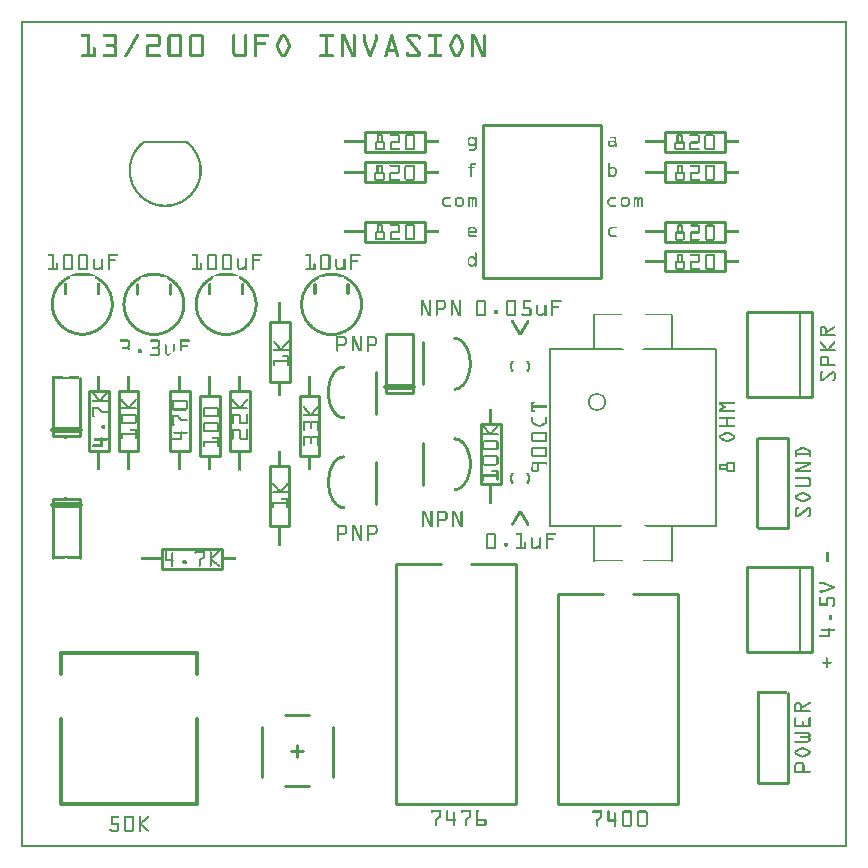
<source format=gto>
G04 MADE WITH FRITZING*
G04 WWW.FRITZING.ORG*
G04 DOUBLE SIDED*
G04 HOLES PLATED*
G04 CONTOUR ON CENTER OF CONTOUR VECTOR*
%ASAXBY*%
%FSLAX23Y23*%
%MOIN*%
%OFA0B0*%
%SFA1.0B1.0*%
%ADD10C,0.060921X0.0509212*%
%ADD11R,0.403552X0.521663X0.383866X0.501977*%
%ADD12C,0.009843*%
%ADD13C,0.010000*%
%ADD14C,0.005000*%
%ADD15C,0.020000*%
%ADD16C,0.012500*%
%ADD17C,0.007874*%
%ADD18R,0.001000X0.001000*%
%LNSILK1*%
G90*
G70*
G54D10*
X1922Y1485D03*
G54D12*
X1541Y2410D02*
X1935Y2410D01*
X1935Y1898D01*
X1541Y1898D01*
X1541Y2410D01*
D02*
G54D13*
X663Y1506D02*
X663Y1306D01*
D02*
X663Y1306D02*
X597Y1306D01*
D02*
X597Y1306D02*
X597Y1506D01*
D02*
X597Y1506D02*
X663Y1506D01*
D02*
X497Y1324D02*
X497Y1524D01*
D02*
X497Y1524D02*
X563Y1524D01*
D02*
X563Y1524D02*
X563Y1324D01*
D02*
X563Y1324D02*
X497Y1324D01*
D02*
X896Y1752D02*
X896Y1552D01*
D02*
X896Y1552D02*
X830Y1552D01*
D02*
X830Y1552D02*
X830Y1752D01*
D02*
X830Y1752D02*
X896Y1752D01*
D02*
X829Y1072D02*
X829Y1272D01*
D02*
X829Y1272D02*
X895Y1272D01*
D02*
X895Y1272D02*
X895Y1072D01*
D02*
X895Y1072D02*
X829Y1072D01*
G54D14*
D02*
X1765Y1662D02*
X1765Y1072D01*
D02*
X2316Y1072D02*
X2316Y1662D01*
D02*
X1911Y1664D02*
X1911Y1777D01*
D02*
X2171Y1777D02*
X2171Y1663D01*
D02*
X1911Y1071D02*
X1911Y957D01*
D02*
X2171Y957D02*
X2171Y1071D01*
G54D13*
D02*
X227Y1324D02*
X227Y1524D01*
D02*
X227Y1524D02*
X293Y1524D01*
D02*
X293Y1524D02*
X293Y1324D01*
D02*
X293Y1324D02*
X227Y1324D01*
D02*
X469Y996D02*
X669Y996D01*
D02*
X669Y996D02*
X669Y930D01*
D02*
X669Y930D02*
X469Y930D01*
D02*
X469Y930D02*
X469Y996D01*
D02*
X326Y1324D02*
X326Y1524D01*
D02*
X326Y1524D02*
X392Y1524D01*
D02*
X392Y1524D02*
X392Y1324D01*
D02*
X392Y1324D02*
X326Y1324D01*
D02*
X697Y1324D02*
X697Y1524D01*
D02*
X697Y1524D02*
X763Y1524D01*
D02*
X763Y1524D02*
X763Y1324D01*
D02*
X763Y1324D02*
X697Y1324D01*
D02*
X995Y1505D02*
X995Y1305D01*
D02*
X995Y1305D02*
X929Y1305D01*
D02*
X929Y1305D02*
X929Y1505D01*
D02*
X929Y1505D02*
X995Y1505D01*
D02*
X196Y1161D02*
X196Y966D01*
D02*
X106Y966D02*
X106Y1161D01*
D02*
X106Y1161D02*
X196Y1161D01*
G54D15*
D02*
X106Y1141D02*
X196Y1141D01*
G54D13*
D02*
X1533Y1213D02*
X1533Y1413D01*
D02*
X1533Y1413D02*
X1599Y1413D01*
D02*
X1599Y1413D02*
X1599Y1213D01*
D02*
X1599Y1213D02*
X1533Y1213D01*
D02*
X106Y1371D02*
X106Y1566D01*
D02*
X196Y1566D02*
X196Y1371D01*
D02*
X196Y1371D02*
X106Y1371D01*
G54D15*
D02*
X196Y1391D02*
X106Y1391D01*
G54D13*
D02*
X1218Y1516D02*
X1218Y1711D01*
D02*
X1308Y1711D02*
X1308Y1516D01*
D02*
X1308Y1516D02*
X1218Y1516D01*
G54D15*
D02*
X1308Y1536D02*
X1218Y1536D01*
G54D13*
D02*
X2420Y936D02*
X2420Y651D01*
D02*
X2420Y651D02*
X2636Y651D01*
D02*
X2636Y651D02*
X2636Y936D01*
D02*
X2636Y936D02*
X2420Y936D01*
G54D14*
D02*
X2596Y651D02*
X2596Y936D01*
G54D13*
D02*
X1790Y846D02*
X1790Y146D01*
D02*
X1790Y146D02*
X2190Y146D01*
D02*
X2190Y146D02*
X2190Y846D01*
D02*
X1790Y846D02*
X1940Y846D01*
D02*
X2040Y846D02*
X2190Y846D01*
D02*
X1250Y946D02*
X1250Y146D01*
D02*
X1250Y146D02*
X1650Y146D01*
D02*
X1650Y146D02*
X1650Y946D01*
D02*
X1250Y946D02*
X1400Y946D01*
D02*
X1500Y946D02*
X1650Y946D01*
D02*
X1340Y1210D02*
X1340Y1350D01*
D02*
X1340Y1545D02*
X1340Y1685D01*
D02*
X1185Y1585D02*
X1185Y1445D01*
D02*
X1185Y1285D02*
X1185Y1145D01*
D02*
X2457Y516D02*
X2457Y216D01*
D02*
X2457Y216D02*
X2557Y216D01*
D02*
X2557Y216D02*
X2557Y516D01*
D02*
X1146Y2386D02*
X1346Y2386D01*
D02*
X1346Y2386D02*
X1346Y2320D01*
D02*
X1346Y2320D02*
X1146Y2320D01*
D02*
X1146Y2320D02*
X1146Y2386D01*
D02*
X1146Y2285D02*
X1346Y2285D01*
D02*
X1346Y2285D02*
X1346Y2219D01*
D02*
X1346Y2219D02*
X1146Y2219D01*
D02*
X1146Y2219D02*
X1146Y2285D01*
D02*
X1146Y2086D02*
X1346Y2086D01*
D02*
X1346Y2086D02*
X1346Y2020D01*
D02*
X1346Y2020D02*
X1146Y2020D01*
D02*
X1146Y2020D02*
X1146Y2086D01*
D02*
X2148Y1988D02*
X2348Y1988D01*
D02*
X2348Y1988D02*
X2348Y1922D01*
D02*
X2348Y1922D02*
X2148Y1922D01*
D02*
X2148Y1922D02*
X2148Y1988D01*
D02*
X2148Y2086D02*
X2348Y2086D01*
D02*
X2348Y2086D02*
X2348Y2020D01*
D02*
X2348Y2020D02*
X2148Y2020D01*
D02*
X2148Y2020D02*
X2148Y2086D01*
D02*
X2148Y2285D02*
X2348Y2285D01*
D02*
X2348Y2285D02*
X2348Y2219D01*
D02*
X2348Y2219D02*
X2148Y2219D01*
D02*
X2148Y2219D02*
X2148Y2285D01*
D02*
X2148Y2386D02*
X2348Y2386D01*
D02*
X2348Y2386D02*
X2348Y2320D01*
D02*
X2348Y2320D02*
X2148Y2320D01*
D02*
X2148Y2320D02*
X2148Y2386D01*
D02*
X961Y206D02*
X882Y206D01*
D02*
X1040Y403D02*
X1040Y235D01*
D02*
X804Y403D02*
X804Y235D01*
D02*
X961Y442D02*
X882Y442D01*
D02*
X941Y324D02*
X902Y324D01*
D02*
X922Y304D02*
X922Y343D01*
D02*
X2420Y1786D02*
X2420Y1501D01*
D02*
X2420Y1501D02*
X2636Y1501D01*
D02*
X2636Y1501D02*
X2636Y1786D01*
D02*
X2636Y1786D02*
X2420Y1786D01*
G54D14*
D02*
X2596Y1501D02*
X2596Y1786D01*
G54D13*
D02*
X2457Y1066D02*
X2557Y1066D01*
D02*
X2557Y1066D02*
X2557Y1366D01*
D02*
X2557Y1366D02*
X2457Y1366D01*
G54D16*
X134Y578D02*
X134Y650D01*
X587Y650D01*
X587Y578D01*
D02*
X587Y430D02*
X587Y147D01*
X134Y147D01*
X134Y430D01*
D02*
G54D17*
X552Y2352D02*
X411Y2352D01*
D02*
G54D18*
X0Y2756D02*
X2754Y2756D01*
X0Y2755D02*
X2754Y2755D01*
X0Y2754D02*
X2754Y2754D01*
X0Y2753D02*
X2754Y2753D01*
X0Y2752D02*
X2754Y2752D01*
X0Y2751D02*
X2754Y2751D01*
X0Y2750D02*
X2754Y2750D01*
X0Y2749D02*
X2754Y2749D01*
X0Y2748D02*
X7Y2748D01*
X2747Y2748D02*
X2754Y2748D01*
X0Y2747D02*
X7Y2747D01*
X2747Y2747D02*
X2754Y2747D01*
X0Y2746D02*
X7Y2746D01*
X2747Y2746D02*
X2754Y2746D01*
X0Y2745D02*
X7Y2745D01*
X2747Y2745D02*
X2754Y2745D01*
X0Y2744D02*
X7Y2744D01*
X2747Y2744D02*
X2754Y2744D01*
X0Y2743D02*
X7Y2743D01*
X2747Y2743D02*
X2754Y2743D01*
X0Y2742D02*
X7Y2742D01*
X2747Y2742D02*
X2754Y2742D01*
X0Y2741D02*
X7Y2741D01*
X2747Y2741D02*
X2754Y2741D01*
X0Y2740D02*
X7Y2740D01*
X2747Y2740D02*
X2754Y2740D01*
X0Y2739D02*
X7Y2739D01*
X2747Y2739D02*
X2754Y2739D01*
X0Y2738D02*
X7Y2738D01*
X2747Y2738D02*
X2754Y2738D01*
X0Y2737D02*
X7Y2737D01*
X2747Y2737D02*
X2754Y2737D01*
X0Y2736D02*
X7Y2736D01*
X2747Y2736D02*
X2754Y2736D01*
X0Y2735D02*
X7Y2735D01*
X2747Y2735D02*
X2754Y2735D01*
X0Y2734D02*
X7Y2734D01*
X2747Y2734D02*
X2754Y2734D01*
X0Y2733D02*
X7Y2733D01*
X2747Y2733D02*
X2754Y2733D01*
X0Y2732D02*
X7Y2732D01*
X2747Y2732D02*
X2754Y2732D01*
X0Y2731D02*
X7Y2731D01*
X2747Y2731D02*
X2754Y2731D01*
X0Y2730D02*
X7Y2730D01*
X2747Y2730D02*
X2754Y2730D01*
X0Y2729D02*
X7Y2729D01*
X2747Y2729D02*
X2754Y2729D01*
X0Y2728D02*
X7Y2728D01*
X2747Y2728D02*
X2754Y2728D01*
X0Y2727D02*
X7Y2727D01*
X2747Y2727D02*
X2754Y2727D01*
X0Y2726D02*
X7Y2726D01*
X2747Y2726D02*
X2754Y2726D01*
X0Y2725D02*
X7Y2725D01*
X2747Y2725D02*
X2754Y2725D01*
X0Y2724D02*
X7Y2724D01*
X2747Y2724D02*
X2754Y2724D01*
X0Y2723D02*
X7Y2723D01*
X2747Y2723D02*
X2754Y2723D01*
X0Y2722D02*
X7Y2722D01*
X2747Y2722D02*
X2754Y2722D01*
X0Y2721D02*
X7Y2721D01*
X2747Y2721D02*
X2754Y2721D01*
X0Y2720D02*
X7Y2720D01*
X2747Y2720D02*
X2754Y2720D01*
X0Y2719D02*
X7Y2719D01*
X2747Y2719D02*
X2754Y2719D01*
X0Y2718D02*
X7Y2718D01*
X2747Y2718D02*
X2754Y2718D01*
X0Y2717D02*
X7Y2717D01*
X2747Y2717D02*
X2754Y2717D01*
X0Y2716D02*
X7Y2716D01*
X2747Y2716D02*
X2754Y2716D01*
X0Y2715D02*
X7Y2715D01*
X2747Y2715D02*
X2754Y2715D01*
X0Y2714D02*
X7Y2714D01*
X2747Y2714D02*
X2754Y2714D01*
X0Y2713D02*
X7Y2713D01*
X2747Y2713D02*
X2754Y2713D01*
X0Y2712D02*
X7Y2712D01*
X204Y2712D02*
X229Y2712D01*
X276Y2712D02*
X314Y2712D01*
X388Y2712D02*
X390Y2712D01*
X421Y2712D02*
X458Y2712D01*
X497Y2712D02*
X530Y2712D01*
X569Y2712D02*
X603Y2712D01*
X710Y2712D02*
X712Y2712D01*
X749Y2712D02*
X752Y2712D01*
X779Y2712D02*
X824Y2712D01*
X873Y2712D02*
X877Y2712D01*
X999Y2712D02*
X1041Y2712D01*
X1068Y2712D02*
X1080Y2712D01*
X1111Y2712D02*
X1113Y2712D01*
X1143Y2712D02*
X1145Y2712D01*
X1183Y2712D02*
X1185Y2712D01*
X1235Y2712D02*
X1238Y2712D01*
X1293Y2712D02*
X1322Y2712D01*
X1360Y2712D02*
X1402Y2712D01*
X1451Y2712D02*
X1456Y2712D01*
X1501Y2712D02*
X1514Y2712D01*
X1544Y2712D02*
X1547Y2712D01*
X2747Y2712D02*
X2754Y2712D01*
X0Y2711D02*
X7Y2711D01*
X202Y2711D02*
X229Y2711D01*
X274Y2711D02*
X316Y2711D01*
X386Y2711D02*
X392Y2711D01*
X419Y2711D02*
X461Y2711D01*
X495Y2711D02*
X533Y2711D01*
X567Y2711D02*
X605Y2711D01*
X708Y2711D02*
X714Y2711D01*
X748Y2711D02*
X753Y2711D01*
X779Y2711D02*
X826Y2711D01*
X870Y2711D02*
X880Y2711D01*
X997Y2711D02*
X1042Y2711D01*
X1068Y2711D02*
X1080Y2711D01*
X1109Y2711D02*
X1115Y2711D01*
X1142Y2711D02*
X1147Y2711D01*
X1181Y2711D02*
X1187Y2711D01*
X1234Y2711D02*
X1239Y2711D01*
X1291Y2711D02*
X1325Y2711D01*
X1358Y2711D02*
X1404Y2711D01*
X1448Y2711D02*
X1458Y2711D01*
X1501Y2711D02*
X1514Y2711D01*
X1543Y2711D02*
X1548Y2711D01*
X2747Y2711D02*
X2754Y2711D01*
X0Y2710D02*
X7Y2710D01*
X201Y2710D02*
X229Y2710D01*
X274Y2710D02*
X318Y2710D01*
X385Y2710D02*
X393Y2710D01*
X418Y2710D02*
X462Y2710D01*
X493Y2710D02*
X534Y2710D01*
X566Y2710D02*
X607Y2710D01*
X707Y2710D02*
X714Y2710D01*
X747Y2710D02*
X754Y2710D01*
X779Y2710D02*
X826Y2710D01*
X868Y2710D02*
X882Y2710D01*
X996Y2710D02*
X1043Y2710D01*
X1068Y2710D02*
X1081Y2710D01*
X1108Y2710D02*
X1115Y2710D01*
X1141Y2710D02*
X1148Y2710D01*
X1180Y2710D02*
X1188Y2710D01*
X1233Y2710D02*
X1240Y2710D01*
X1289Y2710D02*
X1327Y2710D01*
X1358Y2710D02*
X1405Y2710D01*
X1447Y2710D02*
X1460Y2710D01*
X1501Y2710D02*
X1515Y2710D01*
X1542Y2710D02*
X1549Y2710D01*
X2747Y2710D02*
X2754Y2710D01*
X0Y2709D02*
X7Y2709D01*
X201Y2709D02*
X229Y2709D01*
X273Y2709D02*
X319Y2709D01*
X385Y2709D02*
X393Y2709D01*
X418Y2709D02*
X463Y2709D01*
X492Y2709D02*
X535Y2709D01*
X564Y2709D02*
X608Y2709D01*
X707Y2709D02*
X715Y2709D01*
X746Y2709D02*
X755Y2709D01*
X779Y2709D02*
X827Y2709D01*
X867Y2709D02*
X883Y2709D01*
X996Y2709D02*
X1044Y2709D01*
X1068Y2709D02*
X1081Y2709D01*
X1108Y2709D02*
X1116Y2709D01*
X1140Y2709D02*
X1149Y2709D01*
X1180Y2709D02*
X1188Y2709D01*
X1232Y2709D02*
X1241Y2709D01*
X1288Y2709D02*
X1328Y2709D01*
X1357Y2709D02*
X1405Y2709D01*
X1445Y2709D02*
X1461Y2709D01*
X1501Y2709D02*
X1515Y2709D01*
X1541Y2709D02*
X1550Y2709D01*
X2747Y2709D02*
X2754Y2709D01*
X0Y2708D02*
X7Y2708D01*
X200Y2708D02*
X229Y2708D01*
X273Y2708D02*
X319Y2708D01*
X384Y2708D02*
X394Y2708D01*
X417Y2708D02*
X464Y2708D01*
X491Y2708D02*
X536Y2708D01*
X564Y2708D02*
X609Y2708D01*
X706Y2708D02*
X715Y2708D01*
X746Y2708D02*
X755Y2708D01*
X779Y2708D02*
X827Y2708D01*
X866Y2708D02*
X884Y2708D01*
X995Y2708D02*
X1044Y2708D01*
X1068Y2708D02*
X1082Y2708D01*
X1107Y2708D02*
X1116Y2708D01*
X1140Y2708D02*
X1149Y2708D01*
X1180Y2708D02*
X1189Y2708D01*
X1232Y2708D02*
X1241Y2708D01*
X1287Y2708D02*
X1329Y2708D01*
X1357Y2708D02*
X1405Y2708D01*
X1444Y2708D02*
X1462Y2708D01*
X1501Y2708D02*
X1515Y2708D01*
X1541Y2708D02*
X1550Y2708D01*
X2747Y2708D02*
X2754Y2708D01*
X0Y2707D02*
X7Y2707D01*
X200Y2707D02*
X229Y2707D01*
X273Y2707D02*
X320Y2707D01*
X384Y2707D02*
X394Y2707D01*
X417Y2707D02*
X465Y2707D01*
X491Y2707D02*
X537Y2707D01*
X563Y2707D02*
X609Y2707D01*
X706Y2707D02*
X715Y2707D01*
X746Y2707D02*
X755Y2707D01*
X779Y2707D02*
X827Y2707D01*
X865Y2707D02*
X885Y2707D01*
X995Y2707D02*
X1044Y2707D01*
X1068Y2707D02*
X1082Y2707D01*
X1107Y2707D02*
X1116Y2707D01*
X1140Y2707D02*
X1149Y2707D01*
X1180Y2707D02*
X1189Y2707D01*
X1232Y2707D02*
X1241Y2707D01*
X1286Y2707D02*
X1330Y2707D01*
X1357Y2707D02*
X1405Y2707D01*
X1443Y2707D02*
X1463Y2707D01*
X1501Y2707D02*
X1516Y2707D01*
X1541Y2707D02*
X1550Y2707D01*
X2747Y2707D02*
X2754Y2707D01*
X0Y2706D02*
X7Y2706D01*
X201Y2706D02*
X229Y2706D01*
X273Y2706D02*
X321Y2706D01*
X383Y2706D02*
X393Y2706D01*
X417Y2706D02*
X465Y2706D01*
X490Y2706D02*
X537Y2706D01*
X562Y2706D02*
X610Y2706D01*
X706Y2706D02*
X715Y2706D01*
X746Y2706D02*
X755Y2706D01*
X779Y2706D02*
X827Y2706D01*
X865Y2706D02*
X886Y2706D01*
X996Y2706D02*
X1044Y2706D01*
X1068Y2706D02*
X1083Y2706D01*
X1107Y2706D02*
X1116Y2706D01*
X1140Y2706D02*
X1149Y2706D01*
X1180Y2706D02*
X1189Y2706D01*
X1231Y2706D02*
X1242Y2706D01*
X1286Y2706D02*
X1331Y2706D01*
X1357Y2706D02*
X1405Y2706D01*
X1443Y2706D02*
X1464Y2706D01*
X1501Y2706D02*
X1516Y2706D01*
X1541Y2706D02*
X1550Y2706D01*
X2747Y2706D02*
X2754Y2706D01*
X0Y2705D02*
X7Y2705D01*
X201Y2705D02*
X229Y2705D01*
X273Y2705D02*
X321Y2705D01*
X382Y2705D02*
X393Y2705D01*
X418Y2705D02*
X466Y2705D01*
X490Y2705D02*
X538Y2705D01*
X562Y2705D02*
X610Y2705D01*
X706Y2705D02*
X715Y2705D01*
X746Y2705D02*
X755Y2705D01*
X779Y2705D02*
X827Y2705D01*
X864Y2705D02*
X886Y2705D01*
X996Y2705D02*
X1044Y2705D01*
X1068Y2705D02*
X1083Y2705D01*
X1107Y2705D02*
X1116Y2705D01*
X1140Y2705D02*
X1149Y2705D01*
X1180Y2705D02*
X1189Y2705D01*
X1231Y2705D02*
X1242Y2705D01*
X1285Y2705D02*
X1332Y2705D01*
X1357Y2705D02*
X1405Y2705D01*
X1442Y2705D02*
X1465Y2705D01*
X1501Y2705D02*
X1517Y2705D01*
X1541Y2705D02*
X1550Y2705D01*
X2747Y2705D02*
X2754Y2705D01*
X0Y2704D02*
X7Y2704D01*
X202Y2704D02*
X229Y2704D01*
X274Y2704D02*
X321Y2704D01*
X382Y2704D02*
X393Y2704D01*
X418Y2704D02*
X466Y2704D01*
X490Y2704D02*
X538Y2704D01*
X562Y2704D02*
X610Y2704D01*
X706Y2704D02*
X715Y2704D01*
X746Y2704D02*
X755Y2704D01*
X779Y2704D02*
X826Y2704D01*
X863Y2704D02*
X887Y2704D01*
X997Y2704D02*
X1043Y2704D01*
X1068Y2704D02*
X1084Y2704D01*
X1107Y2704D02*
X1116Y2704D01*
X1140Y2704D02*
X1149Y2704D01*
X1180Y2704D02*
X1189Y2704D01*
X1231Y2704D02*
X1242Y2704D01*
X1285Y2704D02*
X1332Y2704D01*
X1358Y2704D02*
X1404Y2704D01*
X1442Y2704D02*
X1465Y2704D01*
X1501Y2704D02*
X1517Y2704D01*
X1541Y2704D02*
X1550Y2704D01*
X2747Y2704D02*
X2754Y2704D01*
X0Y2703D02*
X7Y2703D01*
X203Y2703D02*
X229Y2703D01*
X275Y2703D02*
X321Y2703D01*
X381Y2703D02*
X392Y2703D01*
X420Y2703D02*
X466Y2703D01*
X490Y2703D02*
X538Y2703D01*
X562Y2703D02*
X610Y2703D01*
X706Y2703D02*
X715Y2703D01*
X746Y2703D02*
X755Y2703D01*
X779Y2703D02*
X825Y2703D01*
X863Y2703D02*
X887Y2703D01*
X998Y2703D02*
X1042Y2703D01*
X1068Y2703D02*
X1084Y2703D01*
X1107Y2703D02*
X1116Y2703D01*
X1140Y2703D02*
X1149Y2703D01*
X1180Y2703D02*
X1189Y2703D01*
X1230Y2703D02*
X1243Y2703D01*
X1285Y2703D02*
X1333Y2703D01*
X1359Y2703D02*
X1403Y2703D01*
X1441Y2703D02*
X1466Y2703D01*
X1501Y2703D02*
X1518Y2703D01*
X1541Y2703D02*
X1550Y2703D01*
X2747Y2703D02*
X2754Y2703D01*
X0Y2702D02*
X7Y2702D01*
X220Y2702D02*
X229Y2702D01*
X312Y2702D02*
X321Y2702D01*
X381Y2702D02*
X391Y2702D01*
X457Y2702D02*
X466Y2702D01*
X489Y2702D02*
X499Y2702D01*
X529Y2702D02*
X538Y2702D01*
X562Y2702D02*
X571Y2702D01*
X601Y2702D02*
X610Y2702D01*
X706Y2702D02*
X715Y2702D01*
X746Y2702D02*
X755Y2702D01*
X779Y2702D02*
X788Y2702D01*
X862Y2702D02*
X874Y2702D01*
X877Y2702D02*
X888Y2702D01*
X1015Y2702D02*
X1024Y2702D01*
X1068Y2702D02*
X1084Y2702D01*
X1107Y2702D02*
X1116Y2702D01*
X1140Y2702D02*
X1149Y2702D01*
X1180Y2702D02*
X1189Y2702D01*
X1230Y2702D02*
X1243Y2702D01*
X1285Y2702D02*
X1294Y2702D01*
X1322Y2702D02*
X1333Y2702D01*
X1376Y2702D02*
X1386Y2702D01*
X1441Y2702D02*
X1452Y2702D01*
X1455Y2702D02*
X1466Y2702D01*
X1501Y2702D02*
X1518Y2702D01*
X1541Y2702D02*
X1550Y2702D01*
X2747Y2702D02*
X2754Y2702D01*
X0Y2701D02*
X7Y2701D01*
X220Y2701D02*
X229Y2701D01*
X312Y2701D02*
X321Y2701D01*
X380Y2701D02*
X391Y2701D01*
X457Y2701D02*
X466Y2701D01*
X489Y2701D02*
X499Y2701D01*
X529Y2701D02*
X538Y2701D01*
X562Y2701D02*
X571Y2701D01*
X601Y2701D02*
X611Y2701D01*
X706Y2701D02*
X715Y2701D01*
X746Y2701D02*
X755Y2701D01*
X779Y2701D02*
X788Y2701D01*
X862Y2701D02*
X872Y2701D01*
X878Y2701D02*
X888Y2701D01*
X1015Y2701D02*
X1024Y2701D01*
X1068Y2701D02*
X1085Y2701D01*
X1107Y2701D02*
X1116Y2701D01*
X1140Y2701D02*
X1149Y2701D01*
X1180Y2701D02*
X1189Y2701D01*
X1230Y2701D02*
X1243Y2701D01*
X1284Y2701D02*
X1294Y2701D01*
X1323Y2701D02*
X1333Y2701D01*
X1377Y2701D02*
X1386Y2701D01*
X1440Y2701D02*
X1451Y2701D01*
X1456Y2701D02*
X1467Y2701D01*
X1501Y2701D02*
X1519Y2701D01*
X1541Y2701D02*
X1550Y2701D01*
X2747Y2701D02*
X2754Y2701D01*
X0Y2700D02*
X7Y2700D01*
X220Y2700D02*
X229Y2700D01*
X312Y2700D02*
X321Y2700D01*
X379Y2700D02*
X390Y2700D01*
X457Y2700D02*
X466Y2700D01*
X489Y2700D02*
X499Y2700D01*
X529Y2700D02*
X538Y2700D01*
X562Y2700D02*
X571Y2700D01*
X601Y2700D02*
X611Y2700D01*
X706Y2700D02*
X715Y2700D01*
X746Y2700D02*
X755Y2700D01*
X779Y2700D02*
X788Y2700D01*
X861Y2700D02*
X872Y2700D01*
X878Y2700D02*
X889Y2700D01*
X1015Y2700D02*
X1024Y2700D01*
X1068Y2700D02*
X1085Y2700D01*
X1107Y2700D02*
X1116Y2700D01*
X1140Y2700D02*
X1149Y2700D01*
X1180Y2700D02*
X1189Y2700D01*
X1230Y2700D02*
X1243Y2700D01*
X1285Y2700D02*
X1294Y2700D01*
X1324Y2700D02*
X1333Y2700D01*
X1377Y2700D02*
X1386Y2700D01*
X1440Y2700D02*
X1450Y2700D01*
X1457Y2700D02*
X1467Y2700D01*
X1501Y2700D02*
X1519Y2700D01*
X1541Y2700D02*
X1550Y2700D01*
X2747Y2700D02*
X2754Y2700D01*
X0Y2699D02*
X7Y2699D01*
X220Y2699D02*
X229Y2699D01*
X312Y2699D02*
X321Y2699D01*
X379Y2699D02*
X390Y2699D01*
X457Y2699D02*
X466Y2699D01*
X489Y2699D02*
X499Y2699D01*
X529Y2699D02*
X538Y2699D01*
X562Y2699D02*
X571Y2699D01*
X601Y2699D02*
X611Y2699D01*
X706Y2699D02*
X715Y2699D01*
X746Y2699D02*
X755Y2699D01*
X779Y2699D02*
X788Y2699D01*
X861Y2699D02*
X871Y2699D01*
X879Y2699D02*
X889Y2699D01*
X1015Y2699D02*
X1024Y2699D01*
X1068Y2699D02*
X1086Y2699D01*
X1107Y2699D02*
X1116Y2699D01*
X1140Y2699D02*
X1149Y2699D01*
X1180Y2699D02*
X1189Y2699D01*
X1229Y2699D02*
X1244Y2699D01*
X1285Y2699D02*
X1295Y2699D01*
X1324Y2699D02*
X1333Y2699D01*
X1377Y2699D02*
X1386Y2699D01*
X1439Y2699D02*
X1449Y2699D01*
X1457Y2699D02*
X1468Y2699D01*
X1501Y2699D02*
X1519Y2699D01*
X1541Y2699D02*
X1550Y2699D01*
X2747Y2699D02*
X2754Y2699D01*
X0Y2698D02*
X7Y2698D01*
X220Y2698D02*
X229Y2698D01*
X312Y2698D02*
X321Y2698D01*
X378Y2698D02*
X389Y2698D01*
X457Y2698D02*
X466Y2698D01*
X489Y2698D02*
X499Y2698D01*
X529Y2698D02*
X538Y2698D01*
X562Y2698D02*
X571Y2698D01*
X601Y2698D02*
X611Y2698D01*
X706Y2698D02*
X715Y2698D01*
X746Y2698D02*
X755Y2698D01*
X779Y2698D02*
X788Y2698D01*
X860Y2698D02*
X871Y2698D01*
X880Y2698D02*
X890Y2698D01*
X1015Y2698D02*
X1024Y2698D01*
X1068Y2698D02*
X1086Y2698D01*
X1107Y2698D02*
X1116Y2698D01*
X1140Y2698D02*
X1149Y2698D01*
X1180Y2698D02*
X1189Y2698D01*
X1229Y2698D02*
X1244Y2698D01*
X1285Y2698D02*
X1295Y2698D01*
X1324Y2698D02*
X1333Y2698D01*
X1377Y2698D02*
X1386Y2698D01*
X1439Y2698D02*
X1449Y2698D01*
X1458Y2698D02*
X1468Y2698D01*
X1501Y2698D02*
X1520Y2698D01*
X1541Y2698D02*
X1550Y2698D01*
X2747Y2698D02*
X2754Y2698D01*
X0Y2697D02*
X7Y2697D01*
X220Y2697D02*
X229Y2697D01*
X312Y2697D02*
X321Y2697D01*
X378Y2697D02*
X388Y2697D01*
X457Y2697D02*
X466Y2697D01*
X489Y2697D02*
X499Y2697D01*
X529Y2697D02*
X538Y2697D01*
X562Y2697D02*
X571Y2697D01*
X601Y2697D02*
X611Y2697D01*
X706Y2697D02*
X715Y2697D01*
X746Y2697D02*
X755Y2697D01*
X779Y2697D02*
X788Y2697D01*
X860Y2697D02*
X870Y2697D01*
X880Y2697D02*
X890Y2697D01*
X1015Y2697D02*
X1024Y2697D01*
X1068Y2697D02*
X1087Y2697D01*
X1107Y2697D02*
X1116Y2697D01*
X1140Y2697D02*
X1149Y2697D01*
X1180Y2697D02*
X1189Y2697D01*
X1229Y2697D02*
X1244Y2697D01*
X1285Y2697D02*
X1296Y2697D01*
X1324Y2697D02*
X1333Y2697D01*
X1377Y2697D02*
X1386Y2697D01*
X1438Y2697D02*
X1448Y2697D01*
X1458Y2697D02*
X1469Y2697D01*
X1501Y2697D02*
X1520Y2697D01*
X1541Y2697D02*
X1550Y2697D01*
X2747Y2697D02*
X2754Y2697D01*
X0Y2696D02*
X7Y2696D01*
X220Y2696D02*
X229Y2696D01*
X312Y2696D02*
X321Y2696D01*
X377Y2696D02*
X388Y2696D01*
X457Y2696D02*
X466Y2696D01*
X489Y2696D02*
X499Y2696D01*
X529Y2696D02*
X538Y2696D01*
X562Y2696D02*
X571Y2696D01*
X601Y2696D02*
X611Y2696D01*
X706Y2696D02*
X715Y2696D01*
X746Y2696D02*
X755Y2696D01*
X779Y2696D02*
X788Y2696D01*
X859Y2696D02*
X870Y2696D01*
X881Y2696D02*
X891Y2696D01*
X1015Y2696D02*
X1024Y2696D01*
X1068Y2696D02*
X1087Y2696D01*
X1107Y2696D02*
X1116Y2696D01*
X1140Y2696D02*
X1149Y2696D01*
X1180Y2696D02*
X1189Y2696D01*
X1228Y2696D02*
X1245Y2696D01*
X1286Y2696D02*
X1297Y2696D01*
X1325Y2696D02*
X1332Y2696D01*
X1377Y2696D02*
X1386Y2696D01*
X1438Y2696D02*
X1448Y2696D01*
X1459Y2696D02*
X1469Y2696D01*
X1501Y2696D02*
X1521Y2696D01*
X1541Y2696D02*
X1550Y2696D01*
X2747Y2696D02*
X2754Y2696D01*
X0Y2695D02*
X7Y2695D01*
X220Y2695D02*
X229Y2695D01*
X312Y2695D02*
X321Y2695D01*
X377Y2695D02*
X387Y2695D01*
X457Y2695D02*
X466Y2695D01*
X489Y2695D02*
X499Y2695D01*
X529Y2695D02*
X538Y2695D01*
X562Y2695D02*
X571Y2695D01*
X601Y2695D02*
X611Y2695D01*
X706Y2695D02*
X715Y2695D01*
X746Y2695D02*
X755Y2695D01*
X779Y2695D02*
X788Y2695D01*
X859Y2695D02*
X869Y2695D01*
X881Y2695D02*
X891Y2695D01*
X1015Y2695D02*
X1024Y2695D01*
X1068Y2695D02*
X1087Y2695D01*
X1107Y2695D02*
X1116Y2695D01*
X1140Y2695D02*
X1149Y2695D01*
X1180Y2695D02*
X1189Y2695D01*
X1228Y2695D02*
X1245Y2695D01*
X1286Y2695D02*
X1298Y2695D01*
X1326Y2695D02*
X1331Y2695D01*
X1377Y2695D02*
X1386Y2695D01*
X1437Y2695D02*
X1447Y2695D01*
X1459Y2695D02*
X1470Y2695D01*
X1501Y2695D02*
X1521Y2695D01*
X1541Y2695D02*
X1550Y2695D01*
X2747Y2695D02*
X2754Y2695D01*
X0Y2694D02*
X7Y2694D01*
X220Y2694D02*
X229Y2694D01*
X312Y2694D02*
X321Y2694D01*
X376Y2694D02*
X387Y2694D01*
X457Y2694D02*
X466Y2694D01*
X489Y2694D02*
X499Y2694D01*
X529Y2694D02*
X538Y2694D01*
X562Y2694D02*
X571Y2694D01*
X601Y2694D02*
X611Y2694D01*
X706Y2694D02*
X715Y2694D01*
X746Y2694D02*
X755Y2694D01*
X779Y2694D02*
X788Y2694D01*
X858Y2694D02*
X869Y2694D01*
X882Y2694D02*
X892Y2694D01*
X1015Y2694D02*
X1024Y2694D01*
X1068Y2694D02*
X1088Y2694D01*
X1107Y2694D02*
X1116Y2694D01*
X1140Y2694D02*
X1149Y2694D01*
X1180Y2694D02*
X1189Y2694D01*
X1228Y2694D02*
X1245Y2694D01*
X1287Y2694D02*
X1299Y2694D01*
X1328Y2694D02*
X1330Y2694D01*
X1377Y2694D02*
X1386Y2694D01*
X1437Y2694D02*
X1447Y2694D01*
X1460Y2694D02*
X1470Y2694D01*
X1501Y2694D02*
X1522Y2694D01*
X1541Y2694D02*
X1550Y2694D01*
X2747Y2694D02*
X2754Y2694D01*
X0Y2693D02*
X7Y2693D01*
X220Y2693D02*
X229Y2693D01*
X312Y2693D02*
X321Y2693D01*
X375Y2693D02*
X386Y2693D01*
X457Y2693D02*
X466Y2693D01*
X489Y2693D02*
X499Y2693D01*
X529Y2693D02*
X538Y2693D01*
X562Y2693D02*
X571Y2693D01*
X601Y2693D02*
X611Y2693D01*
X706Y2693D02*
X715Y2693D01*
X746Y2693D02*
X755Y2693D01*
X779Y2693D02*
X788Y2693D01*
X858Y2693D02*
X868Y2693D01*
X882Y2693D02*
X892Y2693D01*
X1015Y2693D02*
X1024Y2693D01*
X1068Y2693D02*
X1088Y2693D01*
X1107Y2693D02*
X1116Y2693D01*
X1140Y2693D02*
X1149Y2693D01*
X1180Y2693D02*
X1189Y2693D01*
X1228Y2693D02*
X1245Y2693D01*
X1287Y2693D02*
X1299Y2693D01*
X1377Y2693D02*
X1386Y2693D01*
X1436Y2693D02*
X1446Y2693D01*
X1460Y2693D02*
X1471Y2693D01*
X1501Y2693D02*
X1510Y2693D01*
X1512Y2693D02*
X1522Y2693D01*
X1541Y2693D02*
X1550Y2693D01*
X2747Y2693D02*
X2754Y2693D01*
X0Y2692D02*
X7Y2692D01*
X220Y2692D02*
X229Y2692D01*
X312Y2692D02*
X321Y2692D01*
X375Y2692D02*
X386Y2692D01*
X457Y2692D02*
X466Y2692D01*
X489Y2692D02*
X499Y2692D01*
X529Y2692D02*
X538Y2692D01*
X562Y2692D02*
X571Y2692D01*
X601Y2692D02*
X611Y2692D01*
X706Y2692D02*
X715Y2692D01*
X746Y2692D02*
X755Y2692D01*
X779Y2692D02*
X788Y2692D01*
X857Y2692D02*
X868Y2692D01*
X883Y2692D02*
X893Y2692D01*
X1015Y2692D02*
X1024Y2692D01*
X1068Y2692D02*
X1077Y2692D01*
X1079Y2692D02*
X1089Y2692D01*
X1107Y2692D02*
X1116Y2692D01*
X1140Y2692D02*
X1149Y2692D01*
X1180Y2692D02*
X1189Y2692D01*
X1227Y2692D02*
X1246Y2692D01*
X1288Y2692D02*
X1300Y2692D01*
X1377Y2692D02*
X1386Y2692D01*
X1436Y2692D02*
X1446Y2692D01*
X1461Y2692D02*
X1471Y2692D01*
X1501Y2692D02*
X1510Y2692D01*
X1512Y2692D02*
X1522Y2692D01*
X1541Y2692D02*
X1550Y2692D01*
X2747Y2692D02*
X2754Y2692D01*
X0Y2691D02*
X7Y2691D01*
X220Y2691D02*
X229Y2691D01*
X312Y2691D02*
X321Y2691D01*
X374Y2691D02*
X385Y2691D01*
X457Y2691D02*
X466Y2691D01*
X489Y2691D02*
X499Y2691D01*
X529Y2691D02*
X538Y2691D01*
X562Y2691D02*
X571Y2691D01*
X601Y2691D02*
X611Y2691D01*
X706Y2691D02*
X715Y2691D01*
X746Y2691D02*
X755Y2691D01*
X779Y2691D02*
X788Y2691D01*
X857Y2691D02*
X867Y2691D01*
X883Y2691D02*
X893Y2691D01*
X1015Y2691D02*
X1024Y2691D01*
X1068Y2691D02*
X1077Y2691D01*
X1079Y2691D02*
X1089Y2691D01*
X1107Y2691D02*
X1116Y2691D01*
X1140Y2691D02*
X1149Y2691D01*
X1179Y2691D02*
X1189Y2691D01*
X1227Y2691D02*
X1246Y2691D01*
X1289Y2691D02*
X1301Y2691D01*
X1377Y2691D02*
X1386Y2691D01*
X1435Y2691D02*
X1445Y2691D01*
X1461Y2691D02*
X1472Y2691D01*
X1501Y2691D02*
X1510Y2691D01*
X1513Y2691D02*
X1523Y2691D01*
X1541Y2691D02*
X1550Y2691D01*
X2747Y2691D02*
X2754Y2691D01*
X0Y2690D02*
X7Y2690D01*
X220Y2690D02*
X229Y2690D01*
X312Y2690D02*
X321Y2690D01*
X374Y2690D02*
X384Y2690D01*
X457Y2690D02*
X466Y2690D01*
X489Y2690D02*
X499Y2690D01*
X529Y2690D02*
X538Y2690D01*
X562Y2690D02*
X571Y2690D01*
X601Y2690D02*
X611Y2690D01*
X706Y2690D02*
X715Y2690D01*
X746Y2690D02*
X755Y2690D01*
X779Y2690D02*
X788Y2690D01*
X856Y2690D02*
X867Y2690D01*
X884Y2690D02*
X894Y2690D01*
X1015Y2690D02*
X1024Y2690D01*
X1068Y2690D02*
X1077Y2690D01*
X1080Y2690D02*
X1090Y2690D01*
X1107Y2690D02*
X1116Y2690D01*
X1140Y2690D02*
X1149Y2690D01*
X1179Y2690D02*
X1189Y2690D01*
X1227Y2690D02*
X1246Y2690D01*
X1290Y2690D02*
X1302Y2690D01*
X1377Y2690D02*
X1386Y2690D01*
X1435Y2690D02*
X1445Y2690D01*
X1462Y2690D02*
X1472Y2690D01*
X1501Y2690D02*
X1510Y2690D01*
X1513Y2690D02*
X1523Y2690D01*
X1541Y2690D02*
X1550Y2690D01*
X2747Y2690D02*
X2754Y2690D01*
X0Y2689D02*
X7Y2689D01*
X220Y2689D02*
X229Y2689D01*
X312Y2689D02*
X321Y2689D01*
X373Y2689D02*
X384Y2689D01*
X457Y2689D02*
X466Y2689D01*
X489Y2689D02*
X499Y2689D01*
X529Y2689D02*
X538Y2689D01*
X562Y2689D02*
X571Y2689D01*
X601Y2689D02*
X611Y2689D01*
X706Y2689D02*
X715Y2689D01*
X746Y2689D02*
X755Y2689D01*
X779Y2689D02*
X788Y2689D01*
X856Y2689D02*
X866Y2689D01*
X884Y2689D02*
X894Y2689D01*
X1015Y2689D02*
X1024Y2689D01*
X1068Y2689D02*
X1077Y2689D01*
X1080Y2689D02*
X1090Y2689D01*
X1107Y2689D02*
X1116Y2689D01*
X1140Y2689D02*
X1150Y2689D01*
X1179Y2689D02*
X1189Y2689D01*
X1226Y2689D02*
X1247Y2689D01*
X1291Y2689D02*
X1302Y2689D01*
X1377Y2689D02*
X1386Y2689D01*
X1434Y2689D02*
X1444Y2689D01*
X1462Y2689D02*
X1473Y2689D01*
X1501Y2689D02*
X1510Y2689D01*
X1514Y2689D02*
X1524Y2689D01*
X1541Y2689D02*
X1550Y2689D01*
X2747Y2689D02*
X2754Y2689D01*
X0Y2688D02*
X7Y2688D01*
X220Y2688D02*
X229Y2688D01*
X312Y2688D02*
X321Y2688D01*
X372Y2688D02*
X383Y2688D01*
X457Y2688D02*
X466Y2688D01*
X489Y2688D02*
X499Y2688D01*
X529Y2688D02*
X538Y2688D01*
X562Y2688D02*
X571Y2688D01*
X601Y2688D02*
X611Y2688D01*
X706Y2688D02*
X715Y2688D01*
X746Y2688D02*
X755Y2688D01*
X779Y2688D02*
X788Y2688D01*
X855Y2688D02*
X866Y2688D01*
X885Y2688D02*
X895Y2688D01*
X1015Y2688D02*
X1024Y2688D01*
X1068Y2688D02*
X1077Y2688D01*
X1080Y2688D02*
X1091Y2688D01*
X1107Y2688D02*
X1116Y2688D01*
X1140Y2688D02*
X1150Y2688D01*
X1178Y2688D02*
X1188Y2688D01*
X1226Y2688D02*
X1247Y2688D01*
X1291Y2688D02*
X1303Y2688D01*
X1377Y2688D02*
X1386Y2688D01*
X1434Y2688D02*
X1444Y2688D01*
X1463Y2688D02*
X1473Y2688D01*
X1501Y2688D02*
X1510Y2688D01*
X1514Y2688D02*
X1524Y2688D01*
X1541Y2688D02*
X1550Y2688D01*
X2747Y2688D02*
X2754Y2688D01*
X0Y2687D02*
X7Y2687D01*
X220Y2687D02*
X229Y2687D01*
X312Y2687D02*
X321Y2687D01*
X372Y2687D02*
X383Y2687D01*
X457Y2687D02*
X466Y2687D01*
X489Y2687D02*
X499Y2687D01*
X529Y2687D02*
X538Y2687D01*
X562Y2687D02*
X571Y2687D01*
X601Y2687D02*
X611Y2687D01*
X706Y2687D02*
X715Y2687D01*
X746Y2687D02*
X755Y2687D01*
X779Y2687D02*
X788Y2687D01*
X855Y2687D02*
X865Y2687D01*
X885Y2687D02*
X895Y2687D01*
X1015Y2687D02*
X1024Y2687D01*
X1068Y2687D02*
X1077Y2687D01*
X1081Y2687D02*
X1091Y2687D01*
X1107Y2687D02*
X1116Y2687D01*
X1141Y2687D02*
X1151Y2687D01*
X1178Y2687D02*
X1188Y2687D01*
X1226Y2687D02*
X1235Y2687D01*
X1238Y2687D02*
X1247Y2687D01*
X1292Y2687D02*
X1304Y2687D01*
X1377Y2687D02*
X1386Y2687D01*
X1433Y2687D02*
X1443Y2687D01*
X1463Y2687D02*
X1474Y2687D01*
X1501Y2687D02*
X1510Y2687D01*
X1515Y2687D02*
X1525Y2687D01*
X1541Y2687D02*
X1550Y2687D01*
X2747Y2687D02*
X2754Y2687D01*
X0Y2686D02*
X7Y2686D01*
X220Y2686D02*
X229Y2686D01*
X312Y2686D02*
X321Y2686D01*
X371Y2686D02*
X382Y2686D01*
X457Y2686D02*
X466Y2686D01*
X489Y2686D02*
X499Y2686D01*
X529Y2686D02*
X538Y2686D01*
X562Y2686D02*
X571Y2686D01*
X601Y2686D02*
X611Y2686D01*
X706Y2686D02*
X715Y2686D01*
X746Y2686D02*
X755Y2686D01*
X779Y2686D02*
X815Y2686D01*
X854Y2686D02*
X865Y2686D01*
X886Y2686D02*
X896Y2686D01*
X1015Y2686D02*
X1024Y2686D01*
X1068Y2686D02*
X1077Y2686D01*
X1081Y2686D02*
X1091Y2686D01*
X1107Y2686D02*
X1116Y2686D01*
X1141Y2686D02*
X1151Y2686D01*
X1178Y2686D02*
X1187Y2686D01*
X1226Y2686D02*
X1235Y2686D01*
X1238Y2686D02*
X1247Y2686D01*
X1293Y2686D02*
X1305Y2686D01*
X1377Y2686D02*
X1386Y2686D01*
X1433Y2686D02*
X1443Y2686D01*
X1464Y2686D02*
X1474Y2686D01*
X1501Y2686D02*
X1510Y2686D01*
X1515Y2686D02*
X1525Y2686D01*
X1541Y2686D02*
X1550Y2686D01*
X2747Y2686D02*
X2754Y2686D01*
X0Y2685D02*
X7Y2685D01*
X220Y2685D02*
X229Y2685D01*
X312Y2685D02*
X321Y2685D01*
X371Y2685D02*
X381Y2685D01*
X457Y2685D02*
X466Y2685D01*
X489Y2685D02*
X499Y2685D01*
X529Y2685D02*
X538Y2685D01*
X562Y2685D02*
X571Y2685D01*
X601Y2685D02*
X611Y2685D01*
X706Y2685D02*
X715Y2685D01*
X746Y2685D02*
X755Y2685D01*
X779Y2685D02*
X816Y2685D01*
X854Y2685D02*
X864Y2685D01*
X886Y2685D02*
X896Y2685D01*
X1015Y2685D02*
X1024Y2685D01*
X1068Y2685D02*
X1077Y2685D01*
X1082Y2685D02*
X1092Y2685D01*
X1107Y2685D02*
X1116Y2685D01*
X1142Y2685D02*
X1151Y2685D01*
X1177Y2685D02*
X1187Y2685D01*
X1225Y2685D02*
X1235Y2685D01*
X1238Y2685D02*
X1248Y2685D01*
X1294Y2685D02*
X1306Y2685D01*
X1377Y2685D02*
X1386Y2685D01*
X1432Y2685D02*
X1442Y2685D01*
X1464Y2685D02*
X1475Y2685D01*
X1501Y2685D02*
X1510Y2685D01*
X1515Y2685D02*
X1526Y2685D01*
X1541Y2685D02*
X1550Y2685D01*
X2747Y2685D02*
X2754Y2685D01*
X0Y2684D02*
X7Y2684D01*
X220Y2684D02*
X229Y2684D01*
X312Y2684D02*
X321Y2684D01*
X370Y2684D02*
X381Y2684D01*
X457Y2684D02*
X466Y2684D01*
X489Y2684D02*
X499Y2684D01*
X529Y2684D02*
X538Y2684D01*
X562Y2684D02*
X571Y2684D01*
X601Y2684D02*
X611Y2684D01*
X706Y2684D02*
X715Y2684D01*
X746Y2684D02*
X755Y2684D01*
X779Y2684D02*
X817Y2684D01*
X853Y2684D02*
X864Y2684D01*
X887Y2684D02*
X897Y2684D01*
X1015Y2684D02*
X1024Y2684D01*
X1068Y2684D02*
X1077Y2684D01*
X1082Y2684D02*
X1092Y2684D01*
X1107Y2684D02*
X1116Y2684D01*
X1142Y2684D02*
X1152Y2684D01*
X1177Y2684D02*
X1187Y2684D01*
X1225Y2684D02*
X1234Y2684D01*
X1238Y2684D02*
X1248Y2684D01*
X1294Y2684D02*
X1306Y2684D01*
X1377Y2684D02*
X1386Y2684D01*
X1432Y2684D02*
X1442Y2684D01*
X1465Y2684D02*
X1475Y2684D01*
X1501Y2684D02*
X1510Y2684D01*
X1516Y2684D02*
X1526Y2684D01*
X1541Y2684D02*
X1550Y2684D01*
X2747Y2684D02*
X2754Y2684D01*
X0Y2683D02*
X7Y2683D01*
X220Y2683D02*
X229Y2683D01*
X312Y2683D02*
X321Y2683D01*
X370Y2683D02*
X380Y2683D01*
X457Y2683D02*
X466Y2683D01*
X489Y2683D02*
X499Y2683D01*
X529Y2683D02*
X538Y2683D01*
X562Y2683D02*
X571Y2683D01*
X601Y2683D02*
X611Y2683D01*
X706Y2683D02*
X715Y2683D01*
X746Y2683D02*
X755Y2683D01*
X779Y2683D02*
X817Y2683D01*
X853Y2683D02*
X863Y2683D01*
X887Y2683D02*
X897Y2683D01*
X1015Y2683D02*
X1024Y2683D01*
X1068Y2683D02*
X1077Y2683D01*
X1083Y2683D02*
X1093Y2683D01*
X1107Y2683D02*
X1116Y2683D01*
X1142Y2683D02*
X1152Y2683D01*
X1176Y2683D02*
X1186Y2683D01*
X1225Y2683D02*
X1234Y2683D01*
X1239Y2683D02*
X1248Y2683D01*
X1295Y2683D02*
X1307Y2683D01*
X1377Y2683D02*
X1386Y2683D01*
X1431Y2683D02*
X1441Y2683D01*
X1465Y2683D02*
X1476Y2683D01*
X1501Y2683D02*
X1510Y2683D01*
X1516Y2683D02*
X1526Y2683D01*
X1541Y2683D02*
X1550Y2683D01*
X2747Y2683D02*
X2754Y2683D01*
X0Y2682D02*
X7Y2682D01*
X220Y2682D02*
X229Y2682D01*
X312Y2682D02*
X321Y2682D01*
X369Y2682D02*
X380Y2682D01*
X457Y2682D02*
X466Y2682D01*
X489Y2682D02*
X499Y2682D01*
X529Y2682D02*
X538Y2682D01*
X562Y2682D02*
X571Y2682D01*
X601Y2682D02*
X611Y2682D01*
X706Y2682D02*
X715Y2682D01*
X746Y2682D02*
X755Y2682D01*
X779Y2682D02*
X817Y2682D01*
X853Y2682D02*
X863Y2682D01*
X888Y2682D02*
X898Y2682D01*
X1015Y2682D02*
X1024Y2682D01*
X1068Y2682D02*
X1077Y2682D01*
X1083Y2682D02*
X1093Y2682D01*
X1107Y2682D02*
X1116Y2682D01*
X1143Y2682D02*
X1153Y2682D01*
X1176Y2682D02*
X1186Y2682D01*
X1224Y2682D02*
X1234Y2682D01*
X1239Y2682D02*
X1249Y2682D01*
X1296Y2682D02*
X1308Y2682D01*
X1377Y2682D02*
X1386Y2682D01*
X1431Y2682D02*
X1441Y2682D01*
X1466Y2682D02*
X1476Y2682D01*
X1501Y2682D02*
X1510Y2682D01*
X1517Y2682D02*
X1527Y2682D01*
X1541Y2682D02*
X1550Y2682D01*
X2747Y2682D02*
X2754Y2682D01*
X0Y2681D02*
X7Y2681D01*
X220Y2681D02*
X229Y2681D01*
X312Y2681D02*
X321Y2681D01*
X368Y2681D02*
X379Y2681D01*
X457Y2681D02*
X466Y2681D01*
X489Y2681D02*
X499Y2681D01*
X529Y2681D02*
X538Y2681D01*
X562Y2681D02*
X571Y2681D01*
X601Y2681D02*
X611Y2681D01*
X706Y2681D02*
X715Y2681D01*
X746Y2681D02*
X755Y2681D01*
X779Y2681D02*
X817Y2681D01*
X852Y2681D02*
X862Y2681D01*
X888Y2681D02*
X898Y2681D01*
X1015Y2681D02*
X1024Y2681D01*
X1068Y2681D02*
X1077Y2681D01*
X1084Y2681D02*
X1094Y2681D01*
X1107Y2681D02*
X1116Y2681D01*
X1143Y2681D02*
X1153Y2681D01*
X1176Y2681D02*
X1185Y2681D01*
X1224Y2681D02*
X1234Y2681D01*
X1239Y2681D02*
X1249Y2681D01*
X1297Y2681D02*
X1309Y2681D01*
X1377Y2681D02*
X1386Y2681D01*
X1430Y2681D02*
X1440Y2681D01*
X1466Y2681D02*
X1476Y2681D01*
X1501Y2681D02*
X1510Y2681D01*
X1517Y2681D02*
X1527Y2681D01*
X1541Y2681D02*
X1550Y2681D01*
X2747Y2681D02*
X2754Y2681D01*
X0Y2680D02*
X7Y2680D01*
X220Y2680D02*
X229Y2680D01*
X311Y2680D02*
X321Y2680D01*
X368Y2680D02*
X379Y2680D01*
X457Y2680D02*
X466Y2680D01*
X489Y2680D02*
X499Y2680D01*
X529Y2680D02*
X538Y2680D01*
X562Y2680D02*
X571Y2680D01*
X601Y2680D02*
X611Y2680D01*
X706Y2680D02*
X715Y2680D01*
X746Y2680D02*
X755Y2680D01*
X779Y2680D02*
X817Y2680D01*
X852Y2680D02*
X862Y2680D01*
X889Y2680D02*
X898Y2680D01*
X1015Y2680D02*
X1024Y2680D01*
X1068Y2680D02*
X1077Y2680D01*
X1084Y2680D02*
X1094Y2680D01*
X1107Y2680D02*
X1116Y2680D01*
X1143Y2680D02*
X1153Y2680D01*
X1175Y2680D02*
X1185Y2680D01*
X1224Y2680D02*
X1233Y2680D01*
X1240Y2680D02*
X1249Y2680D01*
X1298Y2680D02*
X1309Y2680D01*
X1377Y2680D02*
X1386Y2680D01*
X1430Y2680D02*
X1440Y2680D01*
X1467Y2680D02*
X1477Y2680D01*
X1501Y2680D02*
X1510Y2680D01*
X1518Y2680D02*
X1528Y2680D01*
X1541Y2680D02*
X1550Y2680D01*
X2747Y2680D02*
X2754Y2680D01*
X0Y2679D02*
X7Y2679D01*
X220Y2679D02*
X229Y2679D01*
X309Y2679D02*
X321Y2679D01*
X367Y2679D02*
X378Y2679D01*
X457Y2679D02*
X466Y2679D01*
X489Y2679D02*
X499Y2679D01*
X529Y2679D02*
X538Y2679D01*
X562Y2679D02*
X571Y2679D01*
X601Y2679D02*
X611Y2679D01*
X706Y2679D02*
X715Y2679D01*
X746Y2679D02*
X755Y2679D01*
X779Y2679D02*
X816Y2679D01*
X852Y2679D02*
X861Y2679D01*
X889Y2679D02*
X899Y2679D01*
X1015Y2679D02*
X1024Y2679D01*
X1068Y2679D02*
X1077Y2679D01*
X1084Y2679D02*
X1095Y2679D01*
X1107Y2679D02*
X1116Y2679D01*
X1144Y2679D02*
X1154Y2679D01*
X1175Y2679D02*
X1185Y2679D01*
X1223Y2679D02*
X1233Y2679D01*
X1240Y2679D02*
X1250Y2679D01*
X1298Y2679D02*
X1310Y2679D01*
X1377Y2679D02*
X1386Y2679D01*
X1430Y2679D02*
X1439Y2679D01*
X1467Y2679D02*
X1477Y2679D01*
X1501Y2679D02*
X1510Y2679D01*
X1518Y2679D02*
X1528Y2679D01*
X1541Y2679D02*
X1550Y2679D01*
X2747Y2679D02*
X2754Y2679D01*
X0Y2678D02*
X7Y2678D01*
X220Y2678D02*
X229Y2678D01*
X286Y2678D02*
X320Y2678D01*
X367Y2678D02*
X377Y2678D01*
X425Y2678D02*
X466Y2678D01*
X489Y2678D02*
X499Y2678D01*
X529Y2678D02*
X538Y2678D01*
X562Y2678D02*
X571Y2678D01*
X601Y2678D02*
X611Y2678D01*
X706Y2678D02*
X715Y2678D01*
X746Y2678D02*
X755Y2678D01*
X779Y2678D02*
X816Y2678D01*
X851Y2678D02*
X861Y2678D01*
X889Y2678D02*
X899Y2678D01*
X1015Y2678D02*
X1024Y2678D01*
X1068Y2678D02*
X1077Y2678D01*
X1085Y2678D02*
X1095Y2678D01*
X1107Y2678D02*
X1116Y2678D01*
X1144Y2678D02*
X1154Y2678D01*
X1174Y2678D02*
X1184Y2678D01*
X1223Y2678D02*
X1233Y2678D01*
X1240Y2678D02*
X1250Y2678D01*
X1299Y2678D02*
X1311Y2678D01*
X1377Y2678D02*
X1386Y2678D01*
X1429Y2678D02*
X1439Y2678D01*
X1468Y2678D02*
X1477Y2678D01*
X1501Y2678D02*
X1510Y2678D01*
X1518Y2678D02*
X1529Y2678D01*
X1541Y2678D02*
X1550Y2678D01*
X2747Y2678D02*
X2754Y2678D01*
X0Y2677D02*
X7Y2677D01*
X220Y2677D02*
X229Y2677D01*
X284Y2677D02*
X320Y2677D01*
X366Y2677D02*
X377Y2677D01*
X422Y2677D02*
X466Y2677D01*
X489Y2677D02*
X499Y2677D01*
X529Y2677D02*
X538Y2677D01*
X562Y2677D02*
X571Y2677D01*
X601Y2677D02*
X611Y2677D01*
X706Y2677D02*
X715Y2677D01*
X746Y2677D02*
X755Y2677D01*
X779Y2677D02*
X814Y2677D01*
X851Y2677D02*
X860Y2677D01*
X890Y2677D02*
X899Y2677D01*
X1015Y2677D02*
X1024Y2677D01*
X1068Y2677D02*
X1077Y2677D01*
X1085Y2677D02*
X1095Y2677D01*
X1107Y2677D02*
X1116Y2677D01*
X1145Y2677D02*
X1155Y2677D01*
X1174Y2677D02*
X1184Y2677D01*
X1223Y2677D02*
X1232Y2677D01*
X1241Y2677D02*
X1250Y2677D01*
X1300Y2677D02*
X1312Y2677D01*
X1377Y2677D02*
X1386Y2677D01*
X1429Y2677D02*
X1439Y2677D01*
X1468Y2677D02*
X1477Y2677D01*
X1501Y2677D02*
X1510Y2677D01*
X1519Y2677D02*
X1529Y2677D01*
X1541Y2677D02*
X1550Y2677D01*
X2747Y2677D02*
X2754Y2677D01*
X0Y2676D02*
X7Y2676D01*
X220Y2676D02*
X229Y2676D01*
X283Y2676D02*
X319Y2676D01*
X365Y2676D02*
X376Y2676D01*
X421Y2676D02*
X466Y2676D01*
X489Y2676D02*
X499Y2676D01*
X529Y2676D02*
X538Y2676D01*
X562Y2676D02*
X571Y2676D01*
X601Y2676D02*
X611Y2676D01*
X706Y2676D02*
X715Y2676D01*
X746Y2676D02*
X755Y2676D01*
X779Y2676D02*
X788Y2676D01*
X851Y2676D02*
X860Y2676D01*
X890Y2676D02*
X899Y2676D01*
X1015Y2676D02*
X1024Y2676D01*
X1068Y2676D02*
X1077Y2676D01*
X1086Y2676D02*
X1096Y2676D01*
X1107Y2676D02*
X1116Y2676D01*
X1145Y2676D02*
X1155Y2676D01*
X1174Y2676D02*
X1184Y2676D01*
X1223Y2676D02*
X1232Y2676D01*
X1241Y2676D02*
X1250Y2676D01*
X1301Y2676D02*
X1313Y2676D01*
X1377Y2676D02*
X1386Y2676D01*
X1429Y2676D02*
X1438Y2676D01*
X1468Y2676D02*
X1478Y2676D01*
X1501Y2676D02*
X1510Y2676D01*
X1519Y2676D02*
X1529Y2676D01*
X1541Y2676D02*
X1550Y2676D01*
X2747Y2676D02*
X2754Y2676D01*
X0Y2675D02*
X7Y2675D01*
X220Y2675D02*
X229Y2675D01*
X283Y2675D02*
X319Y2675D01*
X365Y2675D02*
X376Y2675D01*
X420Y2675D02*
X465Y2675D01*
X489Y2675D02*
X499Y2675D01*
X529Y2675D02*
X538Y2675D01*
X562Y2675D02*
X571Y2675D01*
X601Y2675D02*
X611Y2675D01*
X706Y2675D02*
X715Y2675D01*
X746Y2675D02*
X755Y2675D01*
X779Y2675D02*
X788Y2675D01*
X851Y2675D02*
X860Y2675D01*
X890Y2675D02*
X899Y2675D01*
X1015Y2675D02*
X1024Y2675D01*
X1068Y2675D02*
X1077Y2675D01*
X1086Y2675D02*
X1096Y2675D01*
X1107Y2675D02*
X1116Y2675D01*
X1145Y2675D02*
X1155Y2675D01*
X1173Y2675D02*
X1183Y2675D01*
X1222Y2675D02*
X1232Y2675D01*
X1241Y2675D02*
X1251Y2675D01*
X1301Y2675D02*
X1313Y2675D01*
X1377Y2675D02*
X1386Y2675D01*
X1429Y2675D02*
X1438Y2675D01*
X1468Y2675D02*
X1478Y2675D01*
X1501Y2675D02*
X1510Y2675D01*
X1520Y2675D02*
X1530Y2675D01*
X1541Y2675D02*
X1550Y2675D01*
X2747Y2675D02*
X2754Y2675D01*
X0Y2674D02*
X7Y2674D01*
X220Y2674D02*
X229Y2674D01*
X283Y2674D02*
X318Y2674D01*
X364Y2674D02*
X375Y2674D01*
X419Y2674D02*
X465Y2674D01*
X489Y2674D02*
X499Y2674D01*
X529Y2674D02*
X538Y2674D01*
X562Y2674D02*
X571Y2674D01*
X601Y2674D02*
X611Y2674D01*
X706Y2674D02*
X715Y2674D01*
X746Y2674D02*
X755Y2674D01*
X779Y2674D02*
X788Y2674D01*
X851Y2674D02*
X860Y2674D01*
X890Y2674D02*
X900Y2674D01*
X1015Y2674D02*
X1024Y2674D01*
X1068Y2674D02*
X1077Y2674D01*
X1087Y2674D02*
X1097Y2674D01*
X1107Y2674D02*
X1116Y2674D01*
X1146Y2674D02*
X1156Y2674D01*
X1173Y2674D02*
X1183Y2674D01*
X1222Y2674D02*
X1232Y2674D01*
X1241Y2674D02*
X1251Y2674D01*
X1302Y2674D02*
X1314Y2674D01*
X1377Y2674D02*
X1386Y2674D01*
X1429Y2674D02*
X1438Y2674D01*
X1469Y2674D02*
X1478Y2674D01*
X1501Y2674D02*
X1510Y2674D01*
X1520Y2674D02*
X1530Y2674D01*
X1541Y2674D02*
X1550Y2674D01*
X2747Y2674D02*
X2754Y2674D01*
X0Y2673D02*
X7Y2673D01*
X220Y2673D02*
X229Y2673D01*
X283Y2673D02*
X318Y2673D01*
X364Y2673D02*
X374Y2673D01*
X418Y2673D02*
X464Y2673D01*
X489Y2673D02*
X499Y2673D01*
X529Y2673D02*
X538Y2673D01*
X562Y2673D02*
X571Y2673D01*
X601Y2673D02*
X611Y2673D01*
X706Y2673D02*
X715Y2673D01*
X746Y2673D02*
X755Y2673D01*
X779Y2673D02*
X788Y2673D01*
X851Y2673D02*
X860Y2673D01*
X890Y2673D02*
X900Y2673D01*
X1015Y2673D02*
X1024Y2673D01*
X1068Y2673D02*
X1077Y2673D01*
X1087Y2673D02*
X1097Y2673D01*
X1107Y2673D02*
X1116Y2673D01*
X1146Y2673D02*
X1156Y2673D01*
X1172Y2673D02*
X1182Y2673D01*
X1222Y2673D02*
X1231Y2673D01*
X1242Y2673D02*
X1251Y2673D01*
X1303Y2673D02*
X1315Y2673D01*
X1377Y2673D02*
X1386Y2673D01*
X1429Y2673D02*
X1438Y2673D01*
X1469Y2673D02*
X1478Y2673D01*
X1501Y2673D02*
X1510Y2673D01*
X1521Y2673D02*
X1531Y2673D01*
X1541Y2673D02*
X1550Y2673D01*
X2747Y2673D02*
X2754Y2673D01*
X0Y2672D02*
X7Y2672D01*
X220Y2672D02*
X229Y2672D01*
X283Y2672D02*
X318Y2672D01*
X363Y2672D02*
X374Y2672D01*
X418Y2672D02*
X464Y2672D01*
X489Y2672D02*
X499Y2672D01*
X529Y2672D02*
X538Y2672D01*
X562Y2672D02*
X571Y2672D01*
X601Y2672D02*
X611Y2672D01*
X706Y2672D02*
X715Y2672D01*
X746Y2672D02*
X755Y2672D01*
X779Y2672D02*
X788Y2672D01*
X851Y2672D02*
X860Y2672D01*
X890Y2672D02*
X900Y2672D01*
X1015Y2672D02*
X1024Y2672D01*
X1068Y2672D02*
X1077Y2672D01*
X1087Y2672D02*
X1098Y2672D01*
X1107Y2672D02*
X1116Y2672D01*
X1147Y2672D02*
X1157Y2672D01*
X1172Y2672D02*
X1182Y2672D01*
X1221Y2672D02*
X1231Y2672D01*
X1242Y2672D02*
X1252Y2672D01*
X1304Y2672D02*
X1316Y2672D01*
X1377Y2672D02*
X1386Y2672D01*
X1429Y2672D02*
X1438Y2672D01*
X1468Y2672D02*
X1478Y2672D01*
X1501Y2672D02*
X1510Y2672D01*
X1521Y2672D02*
X1531Y2672D01*
X1541Y2672D02*
X1550Y2672D01*
X2747Y2672D02*
X2754Y2672D01*
X0Y2671D02*
X7Y2671D01*
X220Y2671D02*
X229Y2671D01*
X283Y2671D02*
X319Y2671D01*
X363Y2671D02*
X373Y2671D01*
X418Y2671D02*
X463Y2671D01*
X489Y2671D02*
X499Y2671D01*
X529Y2671D02*
X538Y2671D01*
X562Y2671D02*
X571Y2671D01*
X601Y2671D02*
X611Y2671D01*
X706Y2671D02*
X715Y2671D01*
X746Y2671D02*
X755Y2671D01*
X779Y2671D02*
X788Y2671D01*
X851Y2671D02*
X860Y2671D01*
X890Y2671D02*
X899Y2671D01*
X1015Y2671D02*
X1024Y2671D01*
X1068Y2671D02*
X1077Y2671D01*
X1088Y2671D02*
X1098Y2671D01*
X1107Y2671D02*
X1116Y2671D01*
X1147Y2671D02*
X1157Y2671D01*
X1172Y2671D02*
X1182Y2671D01*
X1221Y2671D02*
X1231Y2671D01*
X1242Y2671D02*
X1252Y2671D01*
X1305Y2671D02*
X1316Y2671D01*
X1377Y2671D02*
X1386Y2671D01*
X1429Y2671D02*
X1438Y2671D01*
X1468Y2671D02*
X1478Y2671D01*
X1501Y2671D02*
X1510Y2671D01*
X1522Y2671D02*
X1532Y2671D01*
X1541Y2671D02*
X1550Y2671D01*
X2747Y2671D02*
X2754Y2671D01*
X0Y2670D02*
X7Y2670D01*
X220Y2670D02*
X229Y2670D01*
X284Y2670D02*
X320Y2670D01*
X362Y2670D02*
X373Y2670D01*
X417Y2670D02*
X461Y2670D01*
X489Y2670D02*
X499Y2670D01*
X529Y2670D02*
X538Y2670D01*
X562Y2670D02*
X571Y2670D01*
X601Y2670D02*
X611Y2670D01*
X706Y2670D02*
X715Y2670D01*
X746Y2670D02*
X755Y2670D01*
X779Y2670D02*
X788Y2670D01*
X851Y2670D02*
X860Y2670D01*
X890Y2670D02*
X899Y2670D01*
X1015Y2670D02*
X1024Y2670D01*
X1068Y2670D02*
X1077Y2670D01*
X1088Y2670D02*
X1098Y2670D01*
X1107Y2670D02*
X1116Y2670D01*
X1147Y2670D02*
X1157Y2670D01*
X1171Y2670D02*
X1181Y2670D01*
X1221Y2670D02*
X1230Y2670D01*
X1243Y2670D02*
X1252Y2670D01*
X1305Y2670D02*
X1317Y2670D01*
X1377Y2670D02*
X1386Y2670D01*
X1429Y2670D02*
X1439Y2670D01*
X1468Y2670D02*
X1477Y2670D01*
X1501Y2670D02*
X1510Y2670D01*
X1522Y2670D02*
X1532Y2670D01*
X1541Y2670D02*
X1550Y2670D01*
X2747Y2670D02*
X2754Y2670D01*
X0Y2669D02*
X7Y2669D01*
X220Y2669D02*
X229Y2669D01*
X242Y2669D02*
X247Y2669D01*
X285Y2669D02*
X320Y2669D01*
X361Y2669D02*
X372Y2669D01*
X417Y2669D02*
X459Y2669D01*
X489Y2669D02*
X499Y2669D01*
X529Y2669D02*
X538Y2669D01*
X562Y2669D02*
X571Y2669D01*
X601Y2669D02*
X611Y2669D01*
X706Y2669D02*
X715Y2669D01*
X746Y2669D02*
X755Y2669D01*
X779Y2669D02*
X788Y2669D01*
X851Y2669D02*
X861Y2669D01*
X890Y2669D02*
X899Y2669D01*
X1015Y2669D02*
X1024Y2669D01*
X1068Y2669D02*
X1077Y2669D01*
X1089Y2669D02*
X1099Y2669D01*
X1107Y2669D02*
X1116Y2669D01*
X1148Y2669D02*
X1158Y2669D01*
X1171Y2669D02*
X1181Y2669D01*
X1221Y2669D02*
X1230Y2669D01*
X1243Y2669D02*
X1252Y2669D01*
X1306Y2669D02*
X1318Y2669D01*
X1377Y2669D02*
X1386Y2669D01*
X1429Y2669D02*
X1439Y2669D01*
X1468Y2669D02*
X1477Y2669D01*
X1501Y2669D02*
X1510Y2669D01*
X1522Y2669D02*
X1533Y2669D01*
X1541Y2669D02*
X1550Y2669D01*
X2747Y2669D02*
X2754Y2669D01*
X0Y2668D02*
X7Y2668D01*
X220Y2668D02*
X229Y2668D01*
X241Y2668D02*
X248Y2668D01*
X309Y2668D02*
X321Y2668D01*
X361Y2668D02*
X372Y2668D01*
X417Y2668D02*
X426Y2668D01*
X489Y2668D02*
X499Y2668D01*
X529Y2668D02*
X538Y2668D01*
X562Y2668D02*
X571Y2668D01*
X601Y2668D02*
X611Y2668D01*
X706Y2668D02*
X715Y2668D01*
X746Y2668D02*
X755Y2668D01*
X779Y2668D02*
X788Y2668D01*
X851Y2668D02*
X861Y2668D01*
X889Y2668D02*
X899Y2668D01*
X1015Y2668D02*
X1024Y2668D01*
X1068Y2668D02*
X1077Y2668D01*
X1089Y2668D02*
X1099Y2668D01*
X1107Y2668D02*
X1116Y2668D01*
X1148Y2668D02*
X1158Y2668D01*
X1170Y2668D02*
X1180Y2668D01*
X1220Y2668D02*
X1230Y2668D01*
X1243Y2668D02*
X1253Y2668D01*
X1307Y2668D02*
X1319Y2668D01*
X1377Y2668D02*
X1386Y2668D01*
X1430Y2668D02*
X1439Y2668D01*
X1467Y2668D02*
X1477Y2668D01*
X1501Y2668D02*
X1510Y2668D01*
X1523Y2668D02*
X1533Y2668D01*
X1541Y2668D02*
X1550Y2668D01*
X2747Y2668D02*
X2754Y2668D01*
X0Y2667D02*
X7Y2667D01*
X220Y2667D02*
X229Y2667D01*
X241Y2667D02*
X249Y2667D01*
X310Y2667D02*
X321Y2667D01*
X360Y2667D02*
X371Y2667D01*
X417Y2667D02*
X426Y2667D01*
X489Y2667D02*
X499Y2667D01*
X529Y2667D02*
X538Y2667D01*
X562Y2667D02*
X571Y2667D01*
X601Y2667D02*
X611Y2667D01*
X706Y2667D02*
X715Y2667D01*
X746Y2667D02*
X755Y2667D01*
X779Y2667D02*
X788Y2667D01*
X852Y2667D02*
X861Y2667D01*
X889Y2667D02*
X899Y2667D01*
X1015Y2667D02*
X1024Y2667D01*
X1068Y2667D02*
X1077Y2667D01*
X1090Y2667D02*
X1100Y2667D01*
X1107Y2667D02*
X1116Y2667D01*
X1149Y2667D02*
X1158Y2667D01*
X1170Y2667D02*
X1180Y2667D01*
X1220Y2667D02*
X1229Y2667D01*
X1244Y2667D02*
X1253Y2667D01*
X1308Y2667D02*
X1320Y2667D01*
X1377Y2667D02*
X1386Y2667D01*
X1430Y2667D02*
X1440Y2667D01*
X1467Y2667D02*
X1477Y2667D01*
X1501Y2667D02*
X1510Y2667D01*
X1523Y2667D02*
X1533Y2667D01*
X1541Y2667D02*
X1550Y2667D01*
X2747Y2667D02*
X2754Y2667D01*
X0Y2666D02*
X7Y2666D01*
X220Y2666D02*
X229Y2666D01*
X240Y2666D02*
X249Y2666D01*
X311Y2666D02*
X321Y2666D01*
X360Y2666D02*
X370Y2666D01*
X417Y2666D02*
X426Y2666D01*
X489Y2666D02*
X499Y2666D01*
X529Y2666D02*
X538Y2666D01*
X562Y2666D02*
X571Y2666D01*
X601Y2666D02*
X611Y2666D01*
X706Y2666D02*
X715Y2666D01*
X746Y2666D02*
X755Y2666D01*
X779Y2666D02*
X788Y2666D01*
X852Y2666D02*
X862Y2666D01*
X888Y2666D02*
X898Y2666D01*
X1015Y2666D02*
X1024Y2666D01*
X1068Y2666D02*
X1077Y2666D01*
X1090Y2666D02*
X1100Y2666D01*
X1107Y2666D02*
X1116Y2666D01*
X1149Y2666D02*
X1159Y2666D01*
X1170Y2666D02*
X1180Y2666D01*
X1220Y2666D02*
X1229Y2666D01*
X1244Y2666D02*
X1253Y2666D01*
X1308Y2666D02*
X1320Y2666D01*
X1377Y2666D02*
X1386Y2666D01*
X1430Y2666D02*
X1440Y2666D01*
X1467Y2666D02*
X1476Y2666D01*
X1501Y2666D02*
X1510Y2666D01*
X1524Y2666D02*
X1534Y2666D01*
X1541Y2666D02*
X1550Y2666D01*
X2747Y2666D02*
X2754Y2666D01*
X0Y2665D02*
X7Y2665D01*
X220Y2665D02*
X229Y2665D01*
X240Y2665D02*
X249Y2665D01*
X312Y2665D02*
X321Y2665D01*
X359Y2665D02*
X370Y2665D01*
X417Y2665D02*
X426Y2665D01*
X489Y2665D02*
X499Y2665D01*
X529Y2665D02*
X538Y2665D01*
X562Y2665D02*
X571Y2665D01*
X601Y2665D02*
X611Y2665D01*
X706Y2665D02*
X715Y2665D01*
X746Y2665D02*
X755Y2665D01*
X779Y2665D02*
X788Y2665D01*
X852Y2665D02*
X862Y2665D01*
X888Y2665D02*
X898Y2665D01*
X1015Y2665D02*
X1024Y2665D01*
X1068Y2665D02*
X1077Y2665D01*
X1091Y2665D02*
X1101Y2665D01*
X1107Y2665D02*
X1116Y2665D01*
X1149Y2665D02*
X1159Y2665D01*
X1169Y2665D02*
X1179Y2665D01*
X1219Y2665D02*
X1229Y2665D01*
X1244Y2665D02*
X1254Y2665D01*
X1309Y2665D02*
X1321Y2665D01*
X1377Y2665D02*
X1386Y2665D01*
X1431Y2665D02*
X1441Y2665D01*
X1466Y2665D02*
X1476Y2665D01*
X1501Y2665D02*
X1510Y2665D01*
X1524Y2665D02*
X1534Y2665D01*
X1541Y2665D02*
X1550Y2665D01*
X2747Y2665D02*
X2754Y2665D01*
X0Y2664D02*
X7Y2664D01*
X220Y2664D02*
X229Y2664D01*
X240Y2664D02*
X249Y2664D01*
X312Y2664D02*
X321Y2664D01*
X358Y2664D02*
X369Y2664D01*
X417Y2664D02*
X426Y2664D01*
X489Y2664D02*
X499Y2664D01*
X529Y2664D02*
X538Y2664D01*
X562Y2664D02*
X571Y2664D01*
X601Y2664D02*
X611Y2664D01*
X706Y2664D02*
X715Y2664D01*
X746Y2664D02*
X755Y2664D01*
X779Y2664D02*
X788Y2664D01*
X853Y2664D02*
X863Y2664D01*
X887Y2664D02*
X898Y2664D01*
X1015Y2664D02*
X1024Y2664D01*
X1068Y2664D02*
X1077Y2664D01*
X1091Y2664D02*
X1101Y2664D01*
X1107Y2664D02*
X1116Y2664D01*
X1150Y2664D02*
X1160Y2664D01*
X1169Y2664D02*
X1179Y2664D01*
X1219Y2664D02*
X1229Y2664D01*
X1244Y2664D02*
X1254Y2664D01*
X1310Y2664D02*
X1322Y2664D01*
X1377Y2664D02*
X1386Y2664D01*
X1431Y2664D02*
X1441Y2664D01*
X1466Y2664D02*
X1476Y2664D01*
X1501Y2664D02*
X1510Y2664D01*
X1525Y2664D02*
X1535Y2664D01*
X1541Y2664D02*
X1550Y2664D01*
X2747Y2664D02*
X2754Y2664D01*
X0Y2663D02*
X7Y2663D01*
X220Y2663D02*
X229Y2663D01*
X240Y2663D02*
X249Y2663D01*
X312Y2663D02*
X321Y2663D01*
X358Y2663D02*
X369Y2663D01*
X417Y2663D02*
X426Y2663D01*
X489Y2663D02*
X499Y2663D01*
X529Y2663D02*
X538Y2663D01*
X562Y2663D02*
X571Y2663D01*
X601Y2663D02*
X611Y2663D01*
X706Y2663D02*
X715Y2663D01*
X746Y2663D02*
X755Y2663D01*
X779Y2663D02*
X788Y2663D01*
X853Y2663D02*
X863Y2663D01*
X887Y2663D02*
X897Y2663D01*
X1015Y2663D02*
X1024Y2663D01*
X1068Y2663D02*
X1077Y2663D01*
X1091Y2663D02*
X1102Y2663D01*
X1107Y2663D02*
X1116Y2663D01*
X1150Y2663D02*
X1160Y2663D01*
X1169Y2663D02*
X1178Y2663D01*
X1219Y2663D02*
X1228Y2663D01*
X1245Y2663D02*
X1254Y2663D01*
X1311Y2663D02*
X1323Y2663D01*
X1377Y2663D02*
X1386Y2663D01*
X1431Y2663D02*
X1442Y2663D01*
X1465Y2663D02*
X1475Y2663D01*
X1501Y2663D02*
X1510Y2663D01*
X1525Y2663D02*
X1535Y2663D01*
X1541Y2663D02*
X1550Y2663D01*
X2747Y2663D02*
X2754Y2663D01*
X0Y2662D02*
X7Y2662D01*
X220Y2662D02*
X229Y2662D01*
X240Y2662D02*
X249Y2662D01*
X312Y2662D02*
X321Y2662D01*
X357Y2662D02*
X368Y2662D01*
X417Y2662D02*
X426Y2662D01*
X489Y2662D02*
X499Y2662D01*
X529Y2662D02*
X538Y2662D01*
X562Y2662D02*
X571Y2662D01*
X601Y2662D02*
X611Y2662D01*
X706Y2662D02*
X715Y2662D01*
X746Y2662D02*
X755Y2662D01*
X779Y2662D02*
X788Y2662D01*
X854Y2662D02*
X864Y2662D01*
X886Y2662D02*
X897Y2662D01*
X1015Y2662D02*
X1024Y2662D01*
X1068Y2662D02*
X1077Y2662D01*
X1092Y2662D02*
X1102Y2662D01*
X1107Y2662D02*
X1116Y2662D01*
X1150Y2662D02*
X1160Y2662D01*
X1168Y2662D02*
X1178Y2662D01*
X1218Y2662D02*
X1228Y2662D01*
X1245Y2662D02*
X1254Y2662D01*
X1311Y2662D02*
X1323Y2662D01*
X1377Y2662D02*
X1386Y2662D01*
X1432Y2662D02*
X1442Y2662D01*
X1465Y2662D02*
X1475Y2662D01*
X1501Y2662D02*
X1510Y2662D01*
X1526Y2662D02*
X1536Y2662D01*
X1541Y2662D02*
X1550Y2662D01*
X2747Y2662D02*
X2754Y2662D01*
X0Y2661D02*
X7Y2661D01*
X220Y2661D02*
X229Y2661D01*
X240Y2661D02*
X249Y2661D01*
X312Y2661D02*
X321Y2661D01*
X357Y2661D02*
X367Y2661D01*
X417Y2661D02*
X426Y2661D01*
X489Y2661D02*
X499Y2661D01*
X529Y2661D02*
X538Y2661D01*
X562Y2661D02*
X571Y2661D01*
X601Y2661D02*
X611Y2661D01*
X706Y2661D02*
X715Y2661D01*
X746Y2661D02*
X755Y2661D01*
X779Y2661D02*
X788Y2661D01*
X854Y2661D02*
X864Y2661D01*
X886Y2661D02*
X896Y2661D01*
X1015Y2661D02*
X1024Y2661D01*
X1068Y2661D02*
X1077Y2661D01*
X1092Y2661D02*
X1102Y2661D01*
X1107Y2661D02*
X1116Y2661D01*
X1151Y2661D02*
X1161Y2661D01*
X1168Y2661D02*
X1178Y2661D01*
X1218Y2661D02*
X1255Y2661D01*
X1312Y2661D02*
X1324Y2661D01*
X1377Y2661D02*
X1386Y2661D01*
X1432Y2661D02*
X1443Y2661D01*
X1464Y2661D02*
X1474Y2661D01*
X1501Y2661D02*
X1510Y2661D01*
X1526Y2661D02*
X1536Y2661D01*
X1541Y2661D02*
X1550Y2661D01*
X2747Y2661D02*
X2754Y2661D01*
X0Y2660D02*
X7Y2660D01*
X220Y2660D02*
X229Y2660D01*
X240Y2660D02*
X249Y2660D01*
X312Y2660D02*
X321Y2660D01*
X356Y2660D02*
X367Y2660D01*
X417Y2660D02*
X426Y2660D01*
X489Y2660D02*
X499Y2660D01*
X529Y2660D02*
X538Y2660D01*
X562Y2660D02*
X571Y2660D01*
X601Y2660D02*
X611Y2660D01*
X706Y2660D02*
X715Y2660D01*
X746Y2660D02*
X755Y2660D01*
X779Y2660D02*
X788Y2660D01*
X855Y2660D02*
X865Y2660D01*
X885Y2660D02*
X896Y2660D01*
X1015Y2660D02*
X1024Y2660D01*
X1068Y2660D02*
X1077Y2660D01*
X1093Y2660D02*
X1103Y2660D01*
X1107Y2660D02*
X1116Y2660D01*
X1151Y2660D02*
X1161Y2660D01*
X1167Y2660D02*
X1177Y2660D01*
X1218Y2660D02*
X1255Y2660D01*
X1313Y2660D02*
X1325Y2660D01*
X1377Y2660D02*
X1386Y2660D01*
X1433Y2660D02*
X1443Y2660D01*
X1464Y2660D02*
X1474Y2660D01*
X1501Y2660D02*
X1510Y2660D01*
X1526Y2660D02*
X1536Y2660D01*
X1541Y2660D02*
X1550Y2660D01*
X2747Y2660D02*
X2754Y2660D01*
X0Y2659D02*
X7Y2659D01*
X220Y2659D02*
X229Y2659D01*
X240Y2659D02*
X249Y2659D01*
X312Y2659D02*
X321Y2659D01*
X355Y2659D02*
X366Y2659D01*
X417Y2659D02*
X426Y2659D01*
X489Y2659D02*
X499Y2659D01*
X529Y2659D02*
X538Y2659D01*
X562Y2659D02*
X571Y2659D01*
X601Y2659D02*
X611Y2659D01*
X706Y2659D02*
X715Y2659D01*
X746Y2659D02*
X755Y2659D01*
X779Y2659D02*
X788Y2659D01*
X855Y2659D02*
X865Y2659D01*
X885Y2659D02*
X895Y2659D01*
X1015Y2659D02*
X1024Y2659D01*
X1068Y2659D02*
X1077Y2659D01*
X1093Y2659D02*
X1103Y2659D01*
X1107Y2659D02*
X1116Y2659D01*
X1152Y2659D02*
X1162Y2659D01*
X1167Y2659D02*
X1177Y2659D01*
X1218Y2659D02*
X1255Y2659D01*
X1314Y2659D02*
X1326Y2659D01*
X1377Y2659D02*
X1386Y2659D01*
X1433Y2659D02*
X1444Y2659D01*
X1463Y2659D02*
X1473Y2659D01*
X1501Y2659D02*
X1510Y2659D01*
X1527Y2659D02*
X1537Y2659D01*
X1541Y2659D02*
X1550Y2659D01*
X2747Y2659D02*
X2754Y2659D01*
X0Y2658D02*
X7Y2658D01*
X220Y2658D02*
X229Y2658D01*
X240Y2658D02*
X249Y2658D01*
X312Y2658D02*
X321Y2658D01*
X355Y2658D02*
X366Y2658D01*
X417Y2658D02*
X426Y2658D01*
X489Y2658D02*
X499Y2658D01*
X529Y2658D02*
X538Y2658D01*
X562Y2658D02*
X571Y2658D01*
X601Y2658D02*
X611Y2658D01*
X706Y2658D02*
X715Y2658D01*
X746Y2658D02*
X755Y2658D01*
X779Y2658D02*
X788Y2658D01*
X856Y2658D02*
X866Y2658D01*
X884Y2658D02*
X895Y2658D01*
X1015Y2658D02*
X1024Y2658D01*
X1068Y2658D02*
X1077Y2658D01*
X1094Y2658D02*
X1104Y2658D01*
X1107Y2658D02*
X1116Y2658D01*
X1152Y2658D02*
X1162Y2658D01*
X1167Y2658D02*
X1176Y2658D01*
X1217Y2658D02*
X1256Y2658D01*
X1315Y2658D02*
X1327Y2658D01*
X1377Y2658D02*
X1386Y2658D01*
X1434Y2658D02*
X1444Y2658D01*
X1463Y2658D02*
X1473Y2658D01*
X1501Y2658D02*
X1510Y2658D01*
X1527Y2658D02*
X1537Y2658D01*
X1541Y2658D02*
X1550Y2658D01*
X2747Y2658D02*
X2754Y2658D01*
X0Y2657D02*
X7Y2657D01*
X220Y2657D02*
X229Y2657D01*
X240Y2657D02*
X249Y2657D01*
X312Y2657D02*
X321Y2657D01*
X354Y2657D02*
X365Y2657D01*
X417Y2657D02*
X426Y2657D01*
X489Y2657D02*
X499Y2657D01*
X529Y2657D02*
X538Y2657D01*
X562Y2657D02*
X571Y2657D01*
X601Y2657D02*
X611Y2657D01*
X706Y2657D02*
X715Y2657D01*
X746Y2657D02*
X755Y2657D01*
X779Y2657D02*
X788Y2657D01*
X856Y2657D02*
X867Y2657D01*
X884Y2657D02*
X894Y2657D01*
X1015Y2657D02*
X1024Y2657D01*
X1068Y2657D02*
X1077Y2657D01*
X1094Y2657D02*
X1104Y2657D01*
X1107Y2657D02*
X1116Y2657D01*
X1152Y2657D02*
X1162Y2657D01*
X1166Y2657D02*
X1176Y2657D01*
X1217Y2657D02*
X1256Y2657D01*
X1315Y2657D02*
X1327Y2657D01*
X1377Y2657D02*
X1386Y2657D01*
X1434Y2657D02*
X1445Y2657D01*
X1462Y2657D02*
X1472Y2657D01*
X1501Y2657D02*
X1510Y2657D01*
X1528Y2657D02*
X1538Y2657D01*
X1541Y2657D02*
X1550Y2657D01*
X2747Y2657D02*
X2754Y2657D01*
X0Y2656D02*
X7Y2656D01*
X220Y2656D02*
X229Y2656D01*
X240Y2656D02*
X249Y2656D01*
X312Y2656D02*
X321Y2656D01*
X354Y2656D02*
X365Y2656D01*
X417Y2656D02*
X426Y2656D01*
X489Y2656D02*
X499Y2656D01*
X529Y2656D02*
X538Y2656D01*
X562Y2656D02*
X571Y2656D01*
X601Y2656D02*
X611Y2656D01*
X706Y2656D02*
X715Y2656D01*
X746Y2656D02*
X755Y2656D01*
X779Y2656D02*
X788Y2656D01*
X857Y2656D02*
X867Y2656D01*
X883Y2656D02*
X894Y2656D01*
X1015Y2656D02*
X1024Y2656D01*
X1068Y2656D02*
X1077Y2656D01*
X1095Y2656D02*
X1105Y2656D01*
X1107Y2656D02*
X1116Y2656D01*
X1153Y2656D02*
X1163Y2656D01*
X1166Y2656D02*
X1176Y2656D01*
X1217Y2656D02*
X1256Y2656D01*
X1316Y2656D02*
X1328Y2656D01*
X1377Y2656D02*
X1386Y2656D01*
X1435Y2656D02*
X1445Y2656D01*
X1462Y2656D02*
X1472Y2656D01*
X1501Y2656D02*
X1510Y2656D01*
X1528Y2656D02*
X1538Y2656D01*
X1541Y2656D02*
X1550Y2656D01*
X2747Y2656D02*
X2754Y2656D01*
X0Y2655D02*
X7Y2655D01*
X220Y2655D02*
X229Y2655D01*
X240Y2655D02*
X249Y2655D01*
X312Y2655D02*
X321Y2655D01*
X353Y2655D02*
X364Y2655D01*
X417Y2655D02*
X426Y2655D01*
X489Y2655D02*
X499Y2655D01*
X529Y2655D02*
X538Y2655D01*
X562Y2655D02*
X571Y2655D01*
X601Y2655D02*
X611Y2655D01*
X706Y2655D02*
X715Y2655D01*
X746Y2655D02*
X755Y2655D01*
X779Y2655D02*
X788Y2655D01*
X857Y2655D02*
X868Y2655D01*
X883Y2655D02*
X893Y2655D01*
X1015Y2655D02*
X1024Y2655D01*
X1068Y2655D02*
X1077Y2655D01*
X1095Y2655D02*
X1105Y2655D01*
X1107Y2655D02*
X1116Y2655D01*
X1153Y2655D02*
X1163Y2655D01*
X1165Y2655D02*
X1175Y2655D01*
X1216Y2655D02*
X1257Y2655D01*
X1317Y2655D02*
X1329Y2655D01*
X1377Y2655D02*
X1386Y2655D01*
X1435Y2655D02*
X1446Y2655D01*
X1461Y2655D02*
X1471Y2655D01*
X1501Y2655D02*
X1510Y2655D01*
X1529Y2655D02*
X1539Y2655D01*
X1541Y2655D02*
X1550Y2655D01*
X2747Y2655D02*
X2754Y2655D01*
X0Y2654D02*
X7Y2654D01*
X220Y2654D02*
X229Y2654D01*
X240Y2654D02*
X249Y2654D01*
X312Y2654D02*
X321Y2654D01*
X353Y2654D02*
X363Y2654D01*
X417Y2654D02*
X426Y2654D01*
X489Y2654D02*
X499Y2654D01*
X529Y2654D02*
X538Y2654D01*
X562Y2654D02*
X571Y2654D01*
X601Y2654D02*
X611Y2654D01*
X706Y2654D02*
X715Y2654D01*
X746Y2654D02*
X755Y2654D01*
X779Y2654D02*
X788Y2654D01*
X858Y2654D02*
X868Y2654D01*
X882Y2654D02*
X893Y2654D01*
X1015Y2654D02*
X1024Y2654D01*
X1068Y2654D02*
X1077Y2654D01*
X1095Y2654D02*
X1105Y2654D01*
X1107Y2654D02*
X1116Y2654D01*
X1154Y2654D02*
X1175Y2654D01*
X1216Y2654D02*
X1257Y2654D01*
X1318Y2654D02*
X1330Y2654D01*
X1377Y2654D02*
X1386Y2654D01*
X1436Y2654D02*
X1446Y2654D01*
X1461Y2654D02*
X1471Y2654D01*
X1501Y2654D02*
X1510Y2654D01*
X1529Y2654D02*
X1539Y2654D01*
X1541Y2654D02*
X1550Y2654D01*
X2747Y2654D02*
X2754Y2654D01*
X0Y2653D02*
X7Y2653D01*
X220Y2653D02*
X229Y2653D01*
X240Y2653D02*
X249Y2653D01*
X312Y2653D02*
X321Y2653D01*
X352Y2653D02*
X363Y2653D01*
X417Y2653D02*
X426Y2653D01*
X489Y2653D02*
X499Y2653D01*
X529Y2653D02*
X538Y2653D01*
X562Y2653D02*
X571Y2653D01*
X601Y2653D02*
X611Y2653D01*
X706Y2653D02*
X715Y2653D01*
X746Y2653D02*
X755Y2653D01*
X779Y2653D02*
X788Y2653D01*
X858Y2653D02*
X869Y2653D01*
X882Y2653D02*
X892Y2653D01*
X1015Y2653D02*
X1024Y2653D01*
X1068Y2653D02*
X1077Y2653D01*
X1096Y2653D02*
X1116Y2653D01*
X1154Y2653D02*
X1175Y2653D01*
X1216Y2653D02*
X1257Y2653D01*
X1318Y2653D02*
X1330Y2653D01*
X1377Y2653D02*
X1386Y2653D01*
X1436Y2653D02*
X1447Y2653D01*
X1460Y2653D02*
X1470Y2653D01*
X1501Y2653D02*
X1510Y2653D01*
X1529Y2653D02*
X1550Y2653D01*
X2747Y2653D02*
X2754Y2653D01*
X0Y2652D02*
X7Y2652D01*
X220Y2652D02*
X229Y2652D01*
X240Y2652D02*
X249Y2652D01*
X312Y2652D02*
X321Y2652D01*
X351Y2652D02*
X362Y2652D01*
X417Y2652D02*
X426Y2652D01*
X489Y2652D02*
X499Y2652D01*
X529Y2652D02*
X538Y2652D01*
X562Y2652D02*
X571Y2652D01*
X601Y2652D02*
X611Y2652D01*
X706Y2652D02*
X715Y2652D01*
X746Y2652D02*
X755Y2652D01*
X779Y2652D02*
X788Y2652D01*
X859Y2652D02*
X869Y2652D01*
X881Y2652D02*
X892Y2652D01*
X1015Y2652D02*
X1024Y2652D01*
X1068Y2652D02*
X1077Y2652D01*
X1096Y2652D02*
X1116Y2652D01*
X1154Y2652D02*
X1174Y2652D01*
X1216Y2652D02*
X1257Y2652D01*
X1287Y2652D02*
X1291Y2652D01*
X1319Y2652D02*
X1331Y2652D01*
X1377Y2652D02*
X1386Y2652D01*
X1437Y2652D02*
X1447Y2652D01*
X1460Y2652D02*
X1470Y2652D01*
X1501Y2652D02*
X1510Y2652D01*
X1530Y2652D02*
X1550Y2652D01*
X2747Y2652D02*
X2754Y2652D01*
X0Y2651D02*
X7Y2651D01*
X220Y2651D02*
X229Y2651D01*
X240Y2651D02*
X249Y2651D01*
X312Y2651D02*
X321Y2651D01*
X351Y2651D02*
X362Y2651D01*
X417Y2651D02*
X426Y2651D01*
X489Y2651D02*
X499Y2651D01*
X529Y2651D02*
X538Y2651D01*
X562Y2651D02*
X571Y2651D01*
X601Y2651D02*
X611Y2651D01*
X706Y2651D02*
X715Y2651D01*
X746Y2651D02*
X755Y2651D01*
X779Y2651D02*
X788Y2651D01*
X859Y2651D02*
X870Y2651D01*
X881Y2651D02*
X891Y2651D01*
X1015Y2651D02*
X1024Y2651D01*
X1068Y2651D02*
X1077Y2651D01*
X1097Y2651D02*
X1116Y2651D01*
X1155Y2651D02*
X1174Y2651D01*
X1215Y2651D02*
X1225Y2651D01*
X1248Y2651D02*
X1258Y2651D01*
X1286Y2651D02*
X1292Y2651D01*
X1320Y2651D02*
X1332Y2651D01*
X1377Y2651D02*
X1386Y2651D01*
X1437Y2651D02*
X1448Y2651D01*
X1459Y2651D02*
X1469Y2651D01*
X1501Y2651D02*
X1510Y2651D01*
X1530Y2651D02*
X1550Y2651D01*
X2747Y2651D02*
X2754Y2651D01*
X0Y2650D02*
X7Y2650D01*
X220Y2650D02*
X229Y2650D01*
X240Y2650D02*
X249Y2650D01*
X312Y2650D02*
X321Y2650D01*
X350Y2650D02*
X361Y2650D01*
X417Y2650D02*
X426Y2650D01*
X489Y2650D02*
X499Y2650D01*
X529Y2650D02*
X538Y2650D01*
X562Y2650D02*
X571Y2650D01*
X601Y2650D02*
X611Y2650D01*
X706Y2650D02*
X715Y2650D01*
X746Y2650D02*
X755Y2650D01*
X779Y2650D02*
X788Y2650D01*
X860Y2650D02*
X870Y2650D01*
X880Y2650D02*
X891Y2650D01*
X1015Y2650D02*
X1024Y2650D01*
X1068Y2650D02*
X1077Y2650D01*
X1097Y2650D02*
X1116Y2650D01*
X1155Y2650D02*
X1173Y2650D01*
X1215Y2650D02*
X1224Y2650D01*
X1249Y2650D02*
X1258Y2650D01*
X1285Y2650D02*
X1293Y2650D01*
X1321Y2650D02*
X1332Y2650D01*
X1377Y2650D02*
X1386Y2650D01*
X1438Y2650D02*
X1448Y2650D01*
X1459Y2650D02*
X1469Y2650D01*
X1501Y2650D02*
X1510Y2650D01*
X1531Y2650D02*
X1550Y2650D01*
X2747Y2650D02*
X2754Y2650D01*
X0Y2649D02*
X7Y2649D01*
X220Y2649D02*
X229Y2649D01*
X240Y2649D02*
X249Y2649D01*
X312Y2649D02*
X321Y2649D01*
X350Y2649D02*
X360Y2649D01*
X417Y2649D02*
X426Y2649D01*
X489Y2649D02*
X499Y2649D01*
X529Y2649D02*
X538Y2649D01*
X562Y2649D02*
X571Y2649D01*
X601Y2649D02*
X611Y2649D01*
X706Y2649D02*
X715Y2649D01*
X746Y2649D02*
X755Y2649D01*
X779Y2649D02*
X788Y2649D01*
X860Y2649D02*
X871Y2649D01*
X880Y2649D02*
X890Y2649D01*
X1015Y2649D02*
X1024Y2649D01*
X1068Y2649D02*
X1077Y2649D01*
X1098Y2649D02*
X1116Y2649D01*
X1156Y2649D02*
X1173Y2649D01*
X1215Y2649D02*
X1224Y2649D01*
X1249Y2649D02*
X1258Y2649D01*
X1285Y2649D02*
X1293Y2649D01*
X1322Y2649D02*
X1333Y2649D01*
X1377Y2649D02*
X1386Y2649D01*
X1438Y2649D02*
X1449Y2649D01*
X1458Y2649D02*
X1468Y2649D01*
X1501Y2649D02*
X1510Y2649D01*
X1531Y2649D02*
X1550Y2649D01*
X2747Y2649D02*
X2754Y2649D01*
X0Y2648D02*
X7Y2648D01*
X220Y2648D02*
X229Y2648D01*
X240Y2648D02*
X249Y2648D01*
X312Y2648D02*
X321Y2648D01*
X349Y2648D02*
X360Y2648D01*
X417Y2648D02*
X426Y2648D01*
X489Y2648D02*
X499Y2648D01*
X529Y2648D02*
X538Y2648D01*
X562Y2648D02*
X571Y2648D01*
X601Y2648D02*
X611Y2648D01*
X706Y2648D02*
X716Y2648D01*
X746Y2648D02*
X755Y2648D01*
X779Y2648D02*
X788Y2648D01*
X861Y2648D02*
X871Y2648D01*
X879Y2648D02*
X890Y2648D01*
X1015Y2648D02*
X1024Y2648D01*
X1068Y2648D02*
X1077Y2648D01*
X1098Y2648D02*
X1116Y2648D01*
X1156Y2648D02*
X1173Y2648D01*
X1214Y2648D02*
X1224Y2648D01*
X1249Y2648D02*
X1259Y2648D01*
X1284Y2648D02*
X1294Y2648D01*
X1322Y2648D02*
X1333Y2648D01*
X1377Y2648D02*
X1386Y2648D01*
X1439Y2648D02*
X1449Y2648D01*
X1458Y2648D02*
X1468Y2648D01*
X1501Y2648D02*
X1510Y2648D01*
X1532Y2648D02*
X1550Y2648D01*
X2747Y2648D02*
X2754Y2648D01*
X0Y2647D02*
X7Y2647D01*
X220Y2647D02*
X229Y2647D01*
X240Y2647D02*
X249Y2647D01*
X312Y2647D02*
X321Y2647D01*
X348Y2647D02*
X359Y2647D01*
X417Y2647D02*
X426Y2647D01*
X489Y2647D02*
X499Y2647D01*
X529Y2647D02*
X538Y2647D01*
X562Y2647D02*
X571Y2647D01*
X601Y2647D02*
X611Y2647D01*
X706Y2647D02*
X716Y2647D01*
X745Y2647D02*
X755Y2647D01*
X779Y2647D02*
X788Y2647D01*
X861Y2647D02*
X872Y2647D01*
X879Y2647D02*
X889Y2647D01*
X1015Y2647D02*
X1024Y2647D01*
X1068Y2647D02*
X1077Y2647D01*
X1098Y2647D02*
X1116Y2647D01*
X1156Y2647D02*
X1172Y2647D01*
X1214Y2647D02*
X1224Y2647D01*
X1249Y2647D02*
X1259Y2647D01*
X1285Y2647D02*
X1294Y2647D01*
X1323Y2647D02*
X1333Y2647D01*
X1377Y2647D02*
X1386Y2647D01*
X1439Y2647D02*
X1450Y2647D01*
X1457Y2647D02*
X1467Y2647D01*
X1501Y2647D02*
X1510Y2647D01*
X1532Y2647D02*
X1550Y2647D01*
X2747Y2647D02*
X2754Y2647D01*
X0Y2646D02*
X7Y2646D01*
X220Y2646D02*
X229Y2646D01*
X240Y2646D02*
X249Y2646D01*
X312Y2646D02*
X321Y2646D01*
X348Y2646D02*
X359Y2646D01*
X417Y2646D02*
X426Y2646D01*
X489Y2646D02*
X499Y2646D01*
X529Y2646D02*
X538Y2646D01*
X562Y2646D02*
X571Y2646D01*
X601Y2646D02*
X611Y2646D01*
X707Y2646D02*
X717Y2646D01*
X744Y2646D02*
X755Y2646D01*
X779Y2646D02*
X788Y2646D01*
X862Y2646D02*
X872Y2646D01*
X878Y2646D02*
X889Y2646D01*
X1015Y2646D02*
X1024Y2646D01*
X1068Y2646D02*
X1077Y2646D01*
X1099Y2646D02*
X1116Y2646D01*
X1157Y2646D02*
X1172Y2646D01*
X1214Y2646D02*
X1223Y2646D01*
X1250Y2646D02*
X1259Y2646D01*
X1285Y2646D02*
X1294Y2646D01*
X1324Y2646D02*
X1333Y2646D01*
X1377Y2646D02*
X1386Y2646D01*
X1440Y2646D02*
X1450Y2646D01*
X1457Y2646D02*
X1467Y2646D01*
X1501Y2646D02*
X1510Y2646D01*
X1533Y2646D02*
X1550Y2646D01*
X2747Y2646D02*
X2754Y2646D01*
X0Y2645D02*
X7Y2645D01*
X220Y2645D02*
X229Y2645D01*
X240Y2645D02*
X249Y2645D01*
X312Y2645D02*
X321Y2645D01*
X347Y2645D02*
X358Y2645D01*
X417Y2645D02*
X426Y2645D01*
X489Y2645D02*
X499Y2645D01*
X529Y2645D02*
X538Y2645D01*
X562Y2645D02*
X571Y2645D01*
X601Y2645D02*
X611Y2645D01*
X707Y2645D02*
X718Y2645D01*
X743Y2645D02*
X754Y2645D01*
X779Y2645D02*
X788Y2645D01*
X862Y2645D02*
X873Y2645D01*
X877Y2645D02*
X888Y2645D01*
X1015Y2645D02*
X1024Y2645D01*
X1068Y2645D02*
X1077Y2645D01*
X1099Y2645D02*
X1116Y2645D01*
X1157Y2645D02*
X1171Y2645D01*
X1214Y2645D02*
X1223Y2645D01*
X1250Y2645D02*
X1259Y2645D01*
X1285Y2645D02*
X1295Y2645D01*
X1324Y2645D02*
X1333Y2645D01*
X1377Y2645D02*
X1386Y2645D01*
X1440Y2645D02*
X1451Y2645D01*
X1456Y2645D02*
X1466Y2645D01*
X1501Y2645D02*
X1510Y2645D01*
X1533Y2645D02*
X1550Y2645D01*
X2747Y2645D02*
X2754Y2645D01*
X0Y2644D02*
X7Y2644D01*
X203Y2644D02*
X249Y2644D01*
X276Y2644D02*
X321Y2644D01*
X347Y2644D02*
X357Y2644D01*
X417Y2644D02*
X463Y2644D01*
X489Y2644D02*
X538Y2644D01*
X562Y2644D02*
X610Y2644D01*
X707Y2644D02*
X754Y2644D01*
X779Y2644D02*
X788Y2644D01*
X863Y2644D02*
X888Y2644D01*
X998Y2644D02*
X1041Y2644D01*
X1068Y2644D02*
X1077Y2644D01*
X1100Y2644D02*
X1116Y2644D01*
X1157Y2644D02*
X1171Y2644D01*
X1213Y2644D02*
X1223Y2644D01*
X1250Y2644D02*
X1260Y2644D01*
X1285Y2644D02*
X1333Y2644D01*
X1360Y2644D02*
X1402Y2644D01*
X1441Y2644D02*
X1466Y2644D01*
X1501Y2644D02*
X1510Y2644D01*
X1533Y2644D02*
X1550Y2644D01*
X2747Y2644D02*
X2754Y2644D01*
X0Y2643D02*
X7Y2643D01*
X202Y2643D02*
X249Y2643D01*
X274Y2643D02*
X321Y2643D01*
X346Y2643D02*
X357Y2643D01*
X417Y2643D02*
X464Y2643D01*
X490Y2643D02*
X538Y2643D01*
X562Y2643D02*
X610Y2643D01*
X708Y2643D02*
X754Y2643D01*
X779Y2643D02*
X788Y2643D01*
X863Y2643D02*
X887Y2643D01*
X997Y2643D02*
X1042Y2643D01*
X1068Y2643D02*
X1077Y2643D01*
X1100Y2643D02*
X1116Y2643D01*
X1158Y2643D02*
X1171Y2643D01*
X1213Y2643D02*
X1222Y2643D01*
X1251Y2643D02*
X1260Y2643D01*
X1285Y2643D02*
X1333Y2643D01*
X1358Y2643D02*
X1404Y2643D01*
X1441Y2643D02*
X1465Y2643D01*
X1501Y2643D02*
X1510Y2643D01*
X1534Y2643D02*
X1550Y2643D01*
X2747Y2643D02*
X2754Y2643D01*
X0Y2642D02*
X7Y2642D01*
X201Y2642D02*
X249Y2642D01*
X273Y2642D02*
X321Y2642D01*
X346Y2642D02*
X356Y2642D01*
X417Y2642D02*
X465Y2642D01*
X490Y2642D02*
X538Y2642D01*
X562Y2642D02*
X610Y2642D01*
X708Y2642D02*
X753Y2642D01*
X779Y2642D02*
X788Y2642D01*
X864Y2642D02*
X887Y2642D01*
X996Y2642D02*
X1043Y2642D01*
X1068Y2642D02*
X1077Y2642D01*
X1101Y2642D02*
X1116Y2642D01*
X1158Y2642D02*
X1170Y2642D01*
X1213Y2642D02*
X1222Y2642D01*
X1251Y2642D02*
X1260Y2642D01*
X1286Y2642D02*
X1332Y2642D01*
X1358Y2642D02*
X1405Y2642D01*
X1442Y2642D02*
X1465Y2642D01*
X1501Y2642D02*
X1510Y2642D01*
X1534Y2642D02*
X1550Y2642D01*
X2747Y2642D02*
X2754Y2642D01*
X0Y2641D02*
X7Y2641D01*
X201Y2641D02*
X249Y2641D01*
X273Y2641D02*
X321Y2641D01*
X345Y2641D02*
X356Y2641D01*
X417Y2641D02*
X466Y2641D01*
X490Y2641D02*
X538Y2641D01*
X562Y2641D02*
X610Y2641D01*
X709Y2641D02*
X752Y2641D01*
X779Y2641D02*
X788Y2641D01*
X864Y2641D02*
X886Y2641D01*
X996Y2641D02*
X1044Y2641D01*
X1068Y2641D02*
X1077Y2641D01*
X1101Y2641D02*
X1116Y2641D01*
X1159Y2641D02*
X1170Y2641D01*
X1212Y2641D02*
X1222Y2641D01*
X1251Y2641D02*
X1261Y2641D01*
X1286Y2641D02*
X1332Y2641D01*
X1357Y2641D02*
X1405Y2641D01*
X1442Y2641D02*
X1464Y2641D01*
X1501Y2641D02*
X1510Y2641D01*
X1535Y2641D02*
X1550Y2641D01*
X2747Y2641D02*
X2754Y2641D01*
X0Y2640D02*
X7Y2640D01*
X200Y2640D02*
X249Y2640D01*
X273Y2640D02*
X320Y2640D01*
X345Y2640D02*
X355Y2640D01*
X417Y2640D02*
X466Y2640D01*
X491Y2640D02*
X537Y2640D01*
X563Y2640D02*
X609Y2640D01*
X710Y2640D02*
X752Y2640D01*
X779Y2640D02*
X788Y2640D01*
X865Y2640D02*
X885Y2640D01*
X995Y2640D02*
X1044Y2640D01*
X1068Y2640D02*
X1077Y2640D01*
X1102Y2640D02*
X1116Y2640D01*
X1159Y2640D02*
X1169Y2640D01*
X1212Y2640D02*
X1222Y2640D01*
X1251Y2640D02*
X1261Y2640D01*
X1287Y2640D02*
X1332Y2640D01*
X1357Y2640D02*
X1405Y2640D01*
X1443Y2640D02*
X1464Y2640D01*
X1501Y2640D02*
X1510Y2640D01*
X1535Y2640D02*
X1550Y2640D01*
X2747Y2640D02*
X2754Y2640D01*
X0Y2639D02*
X7Y2639D01*
X200Y2639D02*
X249Y2639D01*
X273Y2639D02*
X320Y2639D01*
X345Y2639D02*
X355Y2639D01*
X417Y2639D02*
X466Y2639D01*
X491Y2639D02*
X537Y2639D01*
X563Y2639D02*
X609Y2639D01*
X711Y2639D02*
X751Y2639D01*
X779Y2639D02*
X788Y2639D01*
X866Y2639D02*
X885Y2639D01*
X995Y2639D02*
X1044Y2639D01*
X1068Y2639D02*
X1077Y2639D01*
X1102Y2639D02*
X1116Y2639D01*
X1159Y2639D02*
X1169Y2639D01*
X1212Y2639D02*
X1221Y2639D01*
X1252Y2639D02*
X1261Y2639D01*
X1288Y2639D02*
X1331Y2639D01*
X1357Y2639D02*
X1405Y2639D01*
X1444Y2639D02*
X1463Y2639D01*
X1501Y2639D02*
X1510Y2639D01*
X1536Y2639D02*
X1550Y2639D01*
X2747Y2639D02*
X2754Y2639D01*
X0Y2638D02*
X7Y2638D01*
X201Y2638D02*
X249Y2638D01*
X273Y2638D02*
X319Y2638D01*
X345Y2638D02*
X354Y2638D01*
X417Y2638D02*
X466Y2638D01*
X492Y2638D02*
X536Y2638D01*
X564Y2638D02*
X608Y2638D01*
X712Y2638D02*
X750Y2638D01*
X779Y2638D02*
X787Y2638D01*
X867Y2638D02*
X884Y2638D01*
X996Y2638D02*
X1044Y2638D01*
X1068Y2638D02*
X1076Y2638D01*
X1102Y2638D02*
X1116Y2638D01*
X1160Y2638D02*
X1169Y2638D01*
X1212Y2638D02*
X1221Y2638D01*
X1252Y2638D02*
X1261Y2638D01*
X1289Y2638D02*
X1330Y2638D01*
X1357Y2638D02*
X1405Y2638D01*
X1445Y2638D02*
X1462Y2638D01*
X1502Y2638D02*
X1510Y2638D01*
X1536Y2638D02*
X1550Y2638D01*
X2747Y2638D02*
X2754Y2638D01*
X0Y2637D02*
X7Y2637D01*
X201Y2637D02*
X248Y2637D01*
X273Y2637D02*
X318Y2637D01*
X346Y2637D02*
X353Y2637D01*
X417Y2637D02*
X465Y2637D01*
X493Y2637D02*
X535Y2637D01*
X565Y2637D02*
X607Y2637D01*
X713Y2637D02*
X748Y2637D01*
X779Y2637D02*
X787Y2637D01*
X868Y2637D02*
X882Y2637D01*
X996Y2637D02*
X1043Y2637D01*
X1068Y2637D02*
X1076Y2637D01*
X1103Y2637D02*
X1116Y2637D01*
X1160Y2637D02*
X1168Y2637D01*
X1213Y2637D02*
X1221Y2637D01*
X1253Y2637D02*
X1260Y2637D01*
X1290Y2637D02*
X1329Y2637D01*
X1357Y2637D02*
X1405Y2637D01*
X1446Y2637D02*
X1461Y2637D01*
X1502Y2637D02*
X1510Y2637D01*
X1536Y2637D02*
X1550Y2637D01*
X2747Y2637D02*
X2754Y2637D01*
X0Y2636D02*
X7Y2636D01*
X202Y2636D02*
X248Y2636D01*
X274Y2636D02*
X317Y2636D01*
X346Y2636D02*
X353Y2636D01*
X417Y2636D02*
X465Y2636D01*
X494Y2636D02*
X534Y2636D01*
X566Y2636D02*
X606Y2636D01*
X715Y2636D02*
X747Y2636D01*
X780Y2636D02*
X786Y2636D01*
X869Y2636D02*
X881Y2636D01*
X997Y2636D02*
X1043Y2636D01*
X1069Y2636D02*
X1075Y2636D01*
X1103Y2636D02*
X1116Y2636D01*
X1161Y2636D02*
X1168Y2636D01*
X1213Y2636D02*
X1220Y2636D01*
X1253Y2636D02*
X1260Y2636D01*
X1292Y2636D02*
X1328Y2636D01*
X1358Y2636D02*
X1404Y2636D01*
X1447Y2636D02*
X1459Y2636D01*
X1503Y2636D02*
X1509Y2636D01*
X1537Y2636D02*
X1550Y2636D01*
X2747Y2636D02*
X2754Y2636D01*
X0Y2635D02*
X7Y2635D01*
X203Y2635D02*
X246Y2635D01*
X275Y2635D02*
X315Y2635D01*
X348Y2635D02*
X351Y2635D01*
X417Y2635D02*
X463Y2635D01*
X496Y2635D02*
X532Y2635D01*
X568Y2635D02*
X604Y2635D01*
X717Y2635D02*
X744Y2635D01*
X781Y2635D02*
X785Y2635D01*
X871Y2635D02*
X879Y2635D01*
X998Y2635D02*
X1041Y2635D01*
X1070Y2635D02*
X1074Y2635D01*
X1104Y2635D02*
X1116Y2635D01*
X1162Y2635D02*
X1166Y2635D01*
X1215Y2635D02*
X1219Y2635D01*
X1254Y2635D02*
X1258Y2635D01*
X1294Y2635D02*
X1326Y2635D01*
X1359Y2635D02*
X1403Y2635D01*
X1450Y2635D02*
X1457Y2635D01*
X1504Y2635D02*
X1508Y2635D01*
X1537Y2635D02*
X1550Y2635D01*
X2747Y2635D02*
X2754Y2635D01*
X0Y2634D02*
X7Y2634D01*
X2747Y2634D02*
X2754Y2634D01*
X0Y2633D02*
X7Y2633D01*
X2747Y2633D02*
X2754Y2633D01*
X0Y2632D02*
X7Y2632D01*
X2747Y2632D02*
X2754Y2632D01*
X0Y2631D02*
X7Y2631D01*
X2747Y2631D02*
X2754Y2631D01*
X0Y2630D02*
X7Y2630D01*
X2747Y2630D02*
X2754Y2630D01*
X0Y2629D02*
X7Y2629D01*
X2747Y2629D02*
X2754Y2629D01*
X0Y2628D02*
X7Y2628D01*
X2747Y2628D02*
X2754Y2628D01*
X0Y2627D02*
X7Y2627D01*
X2747Y2627D02*
X2754Y2627D01*
X0Y2626D02*
X7Y2626D01*
X2747Y2626D02*
X2754Y2626D01*
X0Y2625D02*
X7Y2625D01*
X2747Y2625D02*
X2754Y2625D01*
X0Y2624D02*
X7Y2624D01*
X2747Y2624D02*
X2754Y2624D01*
X0Y2623D02*
X7Y2623D01*
X2747Y2623D02*
X2754Y2623D01*
X0Y2622D02*
X7Y2622D01*
X2747Y2622D02*
X2754Y2622D01*
X0Y2621D02*
X7Y2621D01*
X2747Y2621D02*
X2754Y2621D01*
X0Y2620D02*
X7Y2620D01*
X2747Y2620D02*
X2754Y2620D01*
X0Y2619D02*
X7Y2619D01*
X2747Y2619D02*
X2754Y2619D01*
X0Y2618D02*
X7Y2618D01*
X2747Y2618D02*
X2754Y2618D01*
X0Y2617D02*
X7Y2617D01*
X2747Y2617D02*
X2754Y2617D01*
X0Y2616D02*
X7Y2616D01*
X2747Y2616D02*
X2754Y2616D01*
X0Y2615D02*
X7Y2615D01*
X2747Y2615D02*
X2754Y2615D01*
X0Y2614D02*
X7Y2614D01*
X2747Y2614D02*
X2754Y2614D01*
X0Y2613D02*
X7Y2613D01*
X2747Y2613D02*
X2754Y2613D01*
X0Y2612D02*
X7Y2612D01*
X2747Y2612D02*
X2754Y2612D01*
X0Y2611D02*
X7Y2611D01*
X2747Y2611D02*
X2754Y2611D01*
X0Y2610D02*
X7Y2610D01*
X2747Y2610D02*
X2754Y2610D01*
X0Y2609D02*
X7Y2609D01*
X2747Y2609D02*
X2754Y2609D01*
X0Y2608D02*
X7Y2608D01*
X2747Y2608D02*
X2754Y2608D01*
X0Y2607D02*
X7Y2607D01*
X2747Y2607D02*
X2754Y2607D01*
X0Y2606D02*
X7Y2606D01*
X2747Y2606D02*
X2754Y2606D01*
X0Y2605D02*
X7Y2605D01*
X2747Y2605D02*
X2754Y2605D01*
X0Y2604D02*
X7Y2604D01*
X2747Y2604D02*
X2754Y2604D01*
X0Y2603D02*
X7Y2603D01*
X2747Y2603D02*
X2754Y2603D01*
X0Y2602D02*
X7Y2602D01*
X2747Y2602D02*
X2754Y2602D01*
X0Y2601D02*
X7Y2601D01*
X2747Y2601D02*
X2754Y2601D01*
X0Y2600D02*
X7Y2600D01*
X2747Y2600D02*
X2754Y2600D01*
X0Y2599D02*
X7Y2599D01*
X2747Y2599D02*
X2754Y2599D01*
X0Y2598D02*
X7Y2598D01*
X2747Y2598D02*
X2754Y2598D01*
X0Y2597D02*
X7Y2597D01*
X2747Y2597D02*
X2754Y2597D01*
X0Y2596D02*
X7Y2596D01*
X2747Y2596D02*
X2754Y2596D01*
X0Y2595D02*
X7Y2595D01*
X2747Y2595D02*
X2754Y2595D01*
X0Y2594D02*
X7Y2594D01*
X2747Y2594D02*
X2754Y2594D01*
X0Y2593D02*
X7Y2593D01*
X2747Y2593D02*
X2754Y2593D01*
X0Y2592D02*
X7Y2592D01*
X2747Y2592D02*
X2754Y2592D01*
X0Y2591D02*
X7Y2591D01*
X2747Y2591D02*
X2754Y2591D01*
X0Y2590D02*
X7Y2590D01*
X2747Y2590D02*
X2754Y2590D01*
X0Y2589D02*
X7Y2589D01*
X2747Y2589D02*
X2754Y2589D01*
X0Y2588D02*
X7Y2588D01*
X2747Y2588D02*
X2754Y2588D01*
X0Y2587D02*
X7Y2587D01*
X2747Y2587D02*
X2754Y2587D01*
X0Y2586D02*
X7Y2586D01*
X2747Y2586D02*
X2754Y2586D01*
X0Y2585D02*
X7Y2585D01*
X2747Y2585D02*
X2754Y2585D01*
X0Y2584D02*
X7Y2584D01*
X2747Y2584D02*
X2754Y2584D01*
X0Y2583D02*
X7Y2583D01*
X2747Y2583D02*
X2754Y2583D01*
X0Y2582D02*
X7Y2582D01*
X2747Y2582D02*
X2754Y2582D01*
X0Y2581D02*
X7Y2581D01*
X2747Y2581D02*
X2754Y2581D01*
X0Y2580D02*
X7Y2580D01*
X2747Y2580D02*
X2754Y2580D01*
X0Y2579D02*
X7Y2579D01*
X2747Y2579D02*
X2754Y2579D01*
X0Y2578D02*
X7Y2578D01*
X2747Y2578D02*
X2754Y2578D01*
X0Y2577D02*
X7Y2577D01*
X2747Y2577D02*
X2754Y2577D01*
X0Y2576D02*
X7Y2576D01*
X2747Y2576D02*
X2754Y2576D01*
X0Y2575D02*
X7Y2575D01*
X2747Y2575D02*
X2754Y2575D01*
X0Y2574D02*
X7Y2574D01*
X2747Y2574D02*
X2754Y2574D01*
X0Y2573D02*
X7Y2573D01*
X2747Y2573D02*
X2754Y2573D01*
X0Y2572D02*
X7Y2572D01*
X2747Y2572D02*
X2754Y2572D01*
X0Y2571D02*
X7Y2571D01*
X2747Y2571D02*
X2754Y2571D01*
X0Y2570D02*
X7Y2570D01*
X2747Y2570D02*
X2754Y2570D01*
X0Y2569D02*
X7Y2569D01*
X2747Y2569D02*
X2754Y2569D01*
X0Y2568D02*
X7Y2568D01*
X2747Y2568D02*
X2754Y2568D01*
X0Y2567D02*
X7Y2567D01*
X2747Y2567D02*
X2754Y2567D01*
X0Y2566D02*
X7Y2566D01*
X2747Y2566D02*
X2754Y2566D01*
X0Y2565D02*
X7Y2565D01*
X2747Y2565D02*
X2754Y2565D01*
X0Y2564D02*
X7Y2564D01*
X2747Y2564D02*
X2754Y2564D01*
X0Y2563D02*
X7Y2563D01*
X2747Y2563D02*
X2754Y2563D01*
X0Y2562D02*
X7Y2562D01*
X2747Y2562D02*
X2754Y2562D01*
X0Y2561D02*
X7Y2561D01*
X2747Y2561D02*
X2754Y2561D01*
X0Y2560D02*
X7Y2560D01*
X2747Y2560D02*
X2754Y2560D01*
X0Y2559D02*
X7Y2559D01*
X2747Y2559D02*
X2754Y2559D01*
X0Y2558D02*
X7Y2558D01*
X2747Y2558D02*
X2754Y2558D01*
X0Y2557D02*
X7Y2557D01*
X2747Y2557D02*
X2754Y2557D01*
X0Y2556D02*
X7Y2556D01*
X2747Y2556D02*
X2754Y2556D01*
X0Y2555D02*
X7Y2555D01*
X2747Y2555D02*
X2754Y2555D01*
X0Y2554D02*
X7Y2554D01*
X2747Y2554D02*
X2754Y2554D01*
X0Y2553D02*
X7Y2553D01*
X2747Y2553D02*
X2754Y2553D01*
X0Y2552D02*
X7Y2552D01*
X2747Y2552D02*
X2754Y2552D01*
X0Y2551D02*
X7Y2551D01*
X2747Y2551D02*
X2754Y2551D01*
X0Y2550D02*
X7Y2550D01*
X2747Y2550D02*
X2754Y2550D01*
X0Y2549D02*
X7Y2549D01*
X2747Y2549D02*
X2754Y2549D01*
X0Y2548D02*
X7Y2548D01*
X2747Y2548D02*
X2754Y2548D01*
X0Y2547D02*
X7Y2547D01*
X2747Y2547D02*
X2754Y2547D01*
X0Y2546D02*
X7Y2546D01*
X2747Y2546D02*
X2754Y2546D01*
X0Y2545D02*
X7Y2545D01*
X2747Y2545D02*
X2754Y2545D01*
X0Y2544D02*
X7Y2544D01*
X2747Y2544D02*
X2754Y2544D01*
X0Y2543D02*
X7Y2543D01*
X2747Y2543D02*
X2754Y2543D01*
X0Y2542D02*
X7Y2542D01*
X2747Y2542D02*
X2754Y2542D01*
X0Y2541D02*
X7Y2541D01*
X2747Y2541D02*
X2754Y2541D01*
X0Y2540D02*
X7Y2540D01*
X2747Y2540D02*
X2754Y2540D01*
X0Y2539D02*
X7Y2539D01*
X2747Y2539D02*
X2754Y2539D01*
X0Y2538D02*
X7Y2538D01*
X2747Y2538D02*
X2754Y2538D01*
X0Y2537D02*
X7Y2537D01*
X2747Y2537D02*
X2754Y2537D01*
X0Y2536D02*
X7Y2536D01*
X2747Y2536D02*
X2754Y2536D01*
X0Y2535D02*
X7Y2535D01*
X2747Y2535D02*
X2754Y2535D01*
X0Y2534D02*
X7Y2534D01*
X2747Y2534D02*
X2754Y2534D01*
X0Y2533D02*
X7Y2533D01*
X2747Y2533D02*
X2754Y2533D01*
X0Y2532D02*
X7Y2532D01*
X2747Y2532D02*
X2754Y2532D01*
X0Y2531D02*
X7Y2531D01*
X2747Y2531D02*
X2754Y2531D01*
X0Y2530D02*
X7Y2530D01*
X2747Y2530D02*
X2754Y2530D01*
X0Y2529D02*
X7Y2529D01*
X2747Y2529D02*
X2754Y2529D01*
X0Y2528D02*
X7Y2528D01*
X2747Y2528D02*
X2754Y2528D01*
X0Y2527D02*
X7Y2527D01*
X2747Y2527D02*
X2754Y2527D01*
X0Y2526D02*
X7Y2526D01*
X2747Y2526D02*
X2754Y2526D01*
X0Y2525D02*
X7Y2525D01*
X2747Y2525D02*
X2754Y2525D01*
X0Y2524D02*
X7Y2524D01*
X2747Y2524D02*
X2754Y2524D01*
X0Y2523D02*
X7Y2523D01*
X2747Y2523D02*
X2754Y2523D01*
X0Y2522D02*
X7Y2522D01*
X2747Y2522D02*
X2754Y2522D01*
X0Y2521D02*
X7Y2521D01*
X2747Y2521D02*
X2754Y2521D01*
X0Y2520D02*
X7Y2520D01*
X2747Y2520D02*
X2754Y2520D01*
X0Y2519D02*
X7Y2519D01*
X2747Y2519D02*
X2754Y2519D01*
X0Y2518D02*
X7Y2518D01*
X2747Y2518D02*
X2754Y2518D01*
X0Y2517D02*
X7Y2517D01*
X2747Y2517D02*
X2754Y2517D01*
X0Y2516D02*
X7Y2516D01*
X2747Y2516D02*
X2754Y2516D01*
X0Y2515D02*
X7Y2515D01*
X2747Y2515D02*
X2754Y2515D01*
X0Y2514D02*
X7Y2514D01*
X2747Y2514D02*
X2754Y2514D01*
X0Y2513D02*
X7Y2513D01*
X2747Y2513D02*
X2754Y2513D01*
X0Y2512D02*
X7Y2512D01*
X2747Y2512D02*
X2754Y2512D01*
X0Y2511D02*
X7Y2511D01*
X2747Y2511D02*
X2754Y2511D01*
X0Y2510D02*
X7Y2510D01*
X2747Y2510D02*
X2754Y2510D01*
X0Y2509D02*
X7Y2509D01*
X2747Y2509D02*
X2754Y2509D01*
X0Y2508D02*
X7Y2508D01*
X2747Y2508D02*
X2754Y2508D01*
X0Y2507D02*
X7Y2507D01*
X2747Y2507D02*
X2754Y2507D01*
X0Y2506D02*
X7Y2506D01*
X2747Y2506D02*
X2754Y2506D01*
X0Y2505D02*
X7Y2505D01*
X2747Y2505D02*
X2754Y2505D01*
X0Y2504D02*
X7Y2504D01*
X2747Y2504D02*
X2754Y2504D01*
X0Y2503D02*
X7Y2503D01*
X2747Y2503D02*
X2754Y2503D01*
X0Y2502D02*
X7Y2502D01*
X2747Y2502D02*
X2754Y2502D01*
X0Y2501D02*
X7Y2501D01*
X2747Y2501D02*
X2754Y2501D01*
X0Y2500D02*
X7Y2500D01*
X2747Y2500D02*
X2754Y2500D01*
X0Y2499D02*
X7Y2499D01*
X2747Y2499D02*
X2754Y2499D01*
X0Y2498D02*
X7Y2498D01*
X2747Y2498D02*
X2754Y2498D01*
X0Y2497D02*
X7Y2497D01*
X2747Y2497D02*
X2754Y2497D01*
X0Y2496D02*
X7Y2496D01*
X2747Y2496D02*
X2754Y2496D01*
X0Y2495D02*
X7Y2495D01*
X2747Y2495D02*
X2754Y2495D01*
X0Y2494D02*
X7Y2494D01*
X2747Y2494D02*
X2754Y2494D01*
X0Y2493D02*
X7Y2493D01*
X2747Y2493D02*
X2754Y2493D01*
X0Y2492D02*
X7Y2492D01*
X2747Y2492D02*
X2754Y2492D01*
X0Y2491D02*
X7Y2491D01*
X2747Y2491D02*
X2754Y2491D01*
X0Y2490D02*
X7Y2490D01*
X2747Y2490D02*
X2754Y2490D01*
X0Y2489D02*
X7Y2489D01*
X2747Y2489D02*
X2754Y2489D01*
X0Y2488D02*
X7Y2488D01*
X2747Y2488D02*
X2754Y2488D01*
X0Y2487D02*
X7Y2487D01*
X2747Y2487D02*
X2754Y2487D01*
X0Y2486D02*
X7Y2486D01*
X2747Y2486D02*
X2754Y2486D01*
X0Y2485D02*
X7Y2485D01*
X2747Y2485D02*
X2754Y2485D01*
X0Y2484D02*
X7Y2484D01*
X2747Y2484D02*
X2754Y2484D01*
X0Y2483D02*
X7Y2483D01*
X2747Y2483D02*
X2754Y2483D01*
X0Y2482D02*
X7Y2482D01*
X2747Y2482D02*
X2754Y2482D01*
X0Y2481D02*
X7Y2481D01*
X2747Y2481D02*
X2754Y2481D01*
X0Y2480D02*
X7Y2480D01*
X2747Y2480D02*
X2754Y2480D01*
X0Y2479D02*
X7Y2479D01*
X2747Y2479D02*
X2754Y2479D01*
X0Y2478D02*
X7Y2478D01*
X2747Y2478D02*
X2754Y2478D01*
X0Y2477D02*
X7Y2477D01*
X2747Y2477D02*
X2754Y2477D01*
X0Y2476D02*
X7Y2476D01*
X2747Y2476D02*
X2754Y2476D01*
X0Y2475D02*
X7Y2475D01*
X2747Y2475D02*
X2754Y2475D01*
X0Y2474D02*
X7Y2474D01*
X2747Y2474D02*
X2754Y2474D01*
X0Y2473D02*
X7Y2473D01*
X2747Y2473D02*
X2754Y2473D01*
X0Y2472D02*
X7Y2472D01*
X2747Y2472D02*
X2754Y2472D01*
X0Y2471D02*
X7Y2471D01*
X2747Y2471D02*
X2754Y2471D01*
X0Y2470D02*
X7Y2470D01*
X2747Y2470D02*
X2754Y2470D01*
X0Y2469D02*
X7Y2469D01*
X2747Y2469D02*
X2754Y2469D01*
X0Y2468D02*
X7Y2468D01*
X2747Y2468D02*
X2754Y2468D01*
X0Y2467D02*
X7Y2467D01*
X2747Y2467D02*
X2754Y2467D01*
X0Y2466D02*
X7Y2466D01*
X2747Y2466D02*
X2754Y2466D01*
X0Y2465D02*
X7Y2465D01*
X2747Y2465D02*
X2754Y2465D01*
X0Y2464D02*
X7Y2464D01*
X2747Y2464D02*
X2754Y2464D01*
X0Y2463D02*
X7Y2463D01*
X2747Y2463D02*
X2754Y2463D01*
X0Y2462D02*
X7Y2462D01*
X2747Y2462D02*
X2754Y2462D01*
X0Y2461D02*
X7Y2461D01*
X2747Y2461D02*
X2754Y2461D01*
X0Y2460D02*
X7Y2460D01*
X2747Y2460D02*
X2754Y2460D01*
X0Y2459D02*
X7Y2459D01*
X2747Y2459D02*
X2754Y2459D01*
X0Y2458D02*
X7Y2458D01*
X2747Y2458D02*
X2754Y2458D01*
X0Y2457D02*
X7Y2457D01*
X2747Y2457D02*
X2754Y2457D01*
X0Y2456D02*
X7Y2456D01*
X2747Y2456D02*
X2754Y2456D01*
X0Y2455D02*
X7Y2455D01*
X2747Y2455D02*
X2754Y2455D01*
X0Y2454D02*
X7Y2454D01*
X2747Y2454D02*
X2754Y2454D01*
X0Y2453D02*
X7Y2453D01*
X2747Y2453D02*
X2754Y2453D01*
X0Y2452D02*
X7Y2452D01*
X2747Y2452D02*
X2754Y2452D01*
X0Y2451D02*
X7Y2451D01*
X2747Y2451D02*
X2754Y2451D01*
X0Y2450D02*
X7Y2450D01*
X2747Y2450D02*
X2754Y2450D01*
X0Y2449D02*
X7Y2449D01*
X2747Y2449D02*
X2754Y2449D01*
X0Y2448D02*
X7Y2448D01*
X2747Y2448D02*
X2754Y2448D01*
X0Y2447D02*
X7Y2447D01*
X2747Y2447D02*
X2754Y2447D01*
X0Y2446D02*
X7Y2446D01*
X2747Y2446D02*
X2754Y2446D01*
X0Y2445D02*
X7Y2445D01*
X2747Y2445D02*
X2754Y2445D01*
X0Y2444D02*
X7Y2444D01*
X2747Y2444D02*
X2754Y2444D01*
X0Y2443D02*
X7Y2443D01*
X2747Y2443D02*
X2754Y2443D01*
X0Y2442D02*
X7Y2442D01*
X2747Y2442D02*
X2754Y2442D01*
X0Y2441D02*
X7Y2441D01*
X2747Y2441D02*
X2754Y2441D01*
X0Y2440D02*
X7Y2440D01*
X2747Y2440D02*
X2754Y2440D01*
X0Y2439D02*
X7Y2439D01*
X2747Y2439D02*
X2754Y2439D01*
X0Y2438D02*
X7Y2438D01*
X2747Y2438D02*
X2754Y2438D01*
X0Y2437D02*
X7Y2437D01*
X2747Y2437D02*
X2754Y2437D01*
X0Y2436D02*
X7Y2436D01*
X2747Y2436D02*
X2754Y2436D01*
X0Y2435D02*
X7Y2435D01*
X2747Y2435D02*
X2754Y2435D01*
X0Y2434D02*
X7Y2434D01*
X2747Y2434D02*
X2754Y2434D01*
X0Y2433D02*
X7Y2433D01*
X2747Y2433D02*
X2754Y2433D01*
X0Y2432D02*
X7Y2432D01*
X2747Y2432D02*
X2754Y2432D01*
X0Y2431D02*
X7Y2431D01*
X2747Y2431D02*
X2754Y2431D01*
X0Y2430D02*
X7Y2430D01*
X2747Y2430D02*
X2754Y2430D01*
X0Y2429D02*
X7Y2429D01*
X2747Y2429D02*
X2754Y2429D01*
X0Y2428D02*
X7Y2428D01*
X2747Y2428D02*
X2754Y2428D01*
X0Y2427D02*
X7Y2427D01*
X2747Y2427D02*
X2754Y2427D01*
X0Y2426D02*
X7Y2426D01*
X2747Y2426D02*
X2754Y2426D01*
X0Y2425D02*
X7Y2425D01*
X2747Y2425D02*
X2754Y2425D01*
X0Y2424D02*
X7Y2424D01*
X2747Y2424D02*
X2754Y2424D01*
X0Y2423D02*
X7Y2423D01*
X2747Y2423D02*
X2754Y2423D01*
X0Y2422D02*
X7Y2422D01*
X2747Y2422D02*
X2754Y2422D01*
X0Y2421D02*
X7Y2421D01*
X2747Y2421D02*
X2754Y2421D01*
X0Y2420D02*
X7Y2420D01*
X2747Y2420D02*
X2754Y2420D01*
X0Y2419D02*
X7Y2419D01*
X2747Y2419D02*
X2754Y2419D01*
X0Y2418D02*
X7Y2418D01*
X2747Y2418D02*
X2754Y2418D01*
X0Y2417D02*
X7Y2417D01*
X2747Y2417D02*
X2754Y2417D01*
X0Y2416D02*
X7Y2416D01*
X2747Y2416D02*
X2754Y2416D01*
X0Y2415D02*
X7Y2415D01*
X2747Y2415D02*
X2754Y2415D01*
X0Y2414D02*
X7Y2414D01*
X2747Y2414D02*
X2754Y2414D01*
X0Y2413D02*
X7Y2413D01*
X2747Y2413D02*
X2754Y2413D01*
X0Y2412D02*
X7Y2412D01*
X2747Y2412D02*
X2754Y2412D01*
X0Y2411D02*
X7Y2411D01*
X2747Y2411D02*
X2754Y2411D01*
X0Y2410D02*
X7Y2410D01*
X2747Y2410D02*
X2754Y2410D01*
X0Y2409D02*
X7Y2409D01*
X2747Y2409D02*
X2754Y2409D01*
X0Y2408D02*
X7Y2408D01*
X2747Y2408D02*
X2754Y2408D01*
X0Y2407D02*
X7Y2407D01*
X2747Y2407D02*
X2754Y2407D01*
X0Y2406D02*
X7Y2406D01*
X2747Y2406D02*
X2754Y2406D01*
X0Y2405D02*
X7Y2405D01*
X2747Y2405D02*
X2754Y2405D01*
X0Y2404D02*
X7Y2404D01*
X2747Y2404D02*
X2754Y2404D01*
X0Y2403D02*
X7Y2403D01*
X2747Y2403D02*
X2754Y2403D01*
X0Y2402D02*
X7Y2402D01*
X2747Y2402D02*
X2754Y2402D01*
X0Y2401D02*
X7Y2401D01*
X2747Y2401D02*
X2754Y2401D01*
X0Y2400D02*
X7Y2400D01*
X2747Y2400D02*
X2754Y2400D01*
X0Y2399D02*
X7Y2399D01*
X2747Y2399D02*
X2754Y2399D01*
X0Y2398D02*
X7Y2398D01*
X2747Y2398D02*
X2754Y2398D01*
X0Y2397D02*
X7Y2397D01*
X2747Y2397D02*
X2754Y2397D01*
X0Y2396D02*
X7Y2396D01*
X2747Y2396D02*
X2754Y2396D01*
X0Y2395D02*
X7Y2395D01*
X2747Y2395D02*
X2754Y2395D01*
X0Y2394D02*
X7Y2394D01*
X2747Y2394D02*
X2754Y2394D01*
X0Y2393D02*
X7Y2393D01*
X2747Y2393D02*
X2754Y2393D01*
X0Y2392D02*
X7Y2392D01*
X2747Y2392D02*
X2754Y2392D01*
X0Y2391D02*
X7Y2391D01*
X2747Y2391D02*
X2754Y2391D01*
X0Y2390D02*
X7Y2390D01*
X2747Y2390D02*
X2754Y2390D01*
X0Y2389D02*
X7Y2389D01*
X2747Y2389D02*
X2754Y2389D01*
X0Y2388D02*
X7Y2388D01*
X2747Y2388D02*
X2754Y2388D01*
X0Y2387D02*
X7Y2387D01*
X2747Y2387D02*
X2754Y2387D01*
X0Y2386D02*
X7Y2386D01*
X2747Y2386D02*
X2754Y2386D01*
X0Y2385D02*
X7Y2385D01*
X2747Y2385D02*
X2754Y2385D01*
X0Y2384D02*
X7Y2384D01*
X2747Y2384D02*
X2754Y2384D01*
X0Y2383D02*
X7Y2383D01*
X2747Y2383D02*
X2754Y2383D01*
X0Y2382D02*
X7Y2382D01*
X2747Y2382D02*
X2754Y2382D01*
X0Y2381D02*
X7Y2381D01*
X2747Y2381D02*
X2754Y2381D01*
X0Y2380D02*
X7Y2380D01*
X2747Y2380D02*
X2754Y2380D01*
X0Y2379D02*
X7Y2379D01*
X2747Y2379D02*
X2754Y2379D01*
X0Y2378D02*
X7Y2378D01*
X1189Y2378D02*
X1205Y2378D01*
X1232Y2378D02*
X1260Y2378D01*
X1285Y2378D02*
X1310Y2378D01*
X2188Y2378D02*
X2203Y2378D01*
X2231Y2378D02*
X2258Y2378D01*
X2284Y2378D02*
X2308Y2378D01*
X2747Y2378D02*
X2754Y2378D01*
X0Y2377D02*
X7Y2377D01*
X1188Y2377D02*
X1206Y2377D01*
X1231Y2377D02*
X1262Y2377D01*
X1283Y2377D02*
X1312Y2377D01*
X2187Y2377D02*
X2205Y2377D01*
X2230Y2377D02*
X2260Y2377D01*
X2282Y2377D02*
X2310Y2377D01*
X2747Y2377D02*
X2754Y2377D01*
X0Y2376D02*
X7Y2376D01*
X1187Y2376D02*
X1207Y2376D01*
X1231Y2376D02*
X1262Y2376D01*
X1282Y2376D02*
X1313Y2376D01*
X2186Y2376D02*
X2205Y2376D01*
X2229Y2376D02*
X2261Y2376D01*
X2281Y2376D02*
X2311Y2376D01*
X2747Y2376D02*
X2754Y2376D01*
X0Y2375D02*
X7Y2375D01*
X1187Y2375D02*
X1207Y2375D01*
X1231Y2375D02*
X1263Y2375D01*
X1282Y2375D02*
X1313Y2375D01*
X2186Y2375D02*
X2205Y2375D01*
X2229Y2375D02*
X2262Y2375D01*
X2280Y2375D02*
X2312Y2375D01*
X2747Y2375D02*
X2754Y2375D01*
X0Y2374D02*
X7Y2374D01*
X1187Y2374D02*
X1207Y2374D01*
X1231Y2374D02*
X1264Y2374D01*
X1281Y2374D02*
X1314Y2374D01*
X2186Y2374D02*
X2206Y2374D01*
X2229Y2374D02*
X2262Y2374D01*
X2280Y2374D02*
X2312Y2374D01*
X2747Y2374D02*
X2754Y2374D01*
X0Y2373D02*
X7Y2373D01*
X1187Y2373D02*
X1207Y2373D01*
X1231Y2373D02*
X1264Y2373D01*
X1281Y2373D02*
X1314Y2373D01*
X2186Y2373D02*
X2206Y2373D01*
X2230Y2373D02*
X2262Y2373D01*
X2280Y2373D02*
X2313Y2373D01*
X2747Y2373D02*
X2754Y2373D01*
X0Y2372D02*
X7Y2372D01*
X1187Y2372D02*
X1207Y2372D01*
X1233Y2372D02*
X1264Y2372D01*
X1281Y2372D02*
X1314Y2372D01*
X2186Y2372D02*
X2206Y2372D01*
X2231Y2372D02*
X2263Y2372D01*
X2279Y2372D02*
X2313Y2372D01*
X2747Y2372D02*
X2754Y2372D01*
X0Y2371D02*
X7Y2371D01*
X1187Y2371D02*
X1193Y2371D01*
X1201Y2371D02*
X1207Y2371D01*
X1258Y2371D02*
X1264Y2371D01*
X1281Y2371D02*
X1287Y2371D01*
X1308Y2371D02*
X1314Y2371D01*
X2186Y2371D02*
X2192Y2371D01*
X2199Y2371D02*
X2206Y2371D01*
X2257Y2371D02*
X2263Y2371D01*
X2279Y2371D02*
X2285Y2371D01*
X2307Y2371D02*
X2313Y2371D01*
X2747Y2371D02*
X2754Y2371D01*
X0Y2370D02*
X7Y2370D01*
X1187Y2370D02*
X1193Y2370D01*
X1201Y2370D02*
X1207Y2370D01*
X1258Y2370D02*
X1264Y2370D01*
X1281Y2370D02*
X1287Y2370D01*
X1308Y2370D02*
X1314Y2370D01*
X1500Y2370D02*
X1506Y2370D01*
X1516Y2370D02*
X1517Y2370D01*
X1965Y2370D02*
X1977Y2370D01*
X2186Y2370D02*
X2192Y2370D01*
X2200Y2370D02*
X2206Y2370D01*
X2257Y2370D02*
X2263Y2370D01*
X2279Y2370D02*
X2285Y2370D01*
X2307Y2370D02*
X2313Y2370D01*
X2747Y2370D02*
X2754Y2370D01*
X0Y2369D02*
X7Y2369D01*
X1187Y2369D02*
X1193Y2369D01*
X1201Y2369D02*
X1207Y2369D01*
X1258Y2369D02*
X1264Y2369D01*
X1281Y2369D02*
X1287Y2369D01*
X1308Y2369D02*
X1314Y2369D01*
X1497Y2369D02*
X1509Y2369D01*
X1515Y2369D02*
X1519Y2369D01*
X1963Y2369D02*
X1980Y2369D01*
X2186Y2369D02*
X2192Y2369D01*
X2200Y2369D02*
X2206Y2369D01*
X2257Y2369D02*
X2263Y2369D01*
X2279Y2369D02*
X2285Y2369D01*
X2307Y2369D02*
X2313Y2369D01*
X2747Y2369D02*
X2754Y2369D01*
X0Y2368D02*
X7Y2368D01*
X1187Y2368D02*
X1193Y2368D01*
X1201Y2368D02*
X1207Y2368D01*
X1258Y2368D02*
X1264Y2368D01*
X1281Y2368D02*
X1287Y2368D01*
X1308Y2368D02*
X1314Y2368D01*
X1496Y2368D02*
X1511Y2368D01*
X1514Y2368D02*
X1519Y2368D01*
X1963Y2368D02*
X1982Y2368D01*
X2186Y2368D02*
X2192Y2368D01*
X2200Y2368D02*
X2206Y2368D01*
X2257Y2368D02*
X2263Y2368D01*
X2279Y2368D02*
X2285Y2368D01*
X2307Y2368D02*
X2313Y2368D01*
X2747Y2368D02*
X2754Y2368D01*
X0Y2367D02*
X7Y2367D01*
X1187Y2367D02*
X1193Y2367D01*
X1201Y2367D02*
X1207Y2367D01*
X1258Y2367D02*
X1264Y2367D01*
X1281Y2367D02*
X1287Y2367D01*
X1308Y2367D02*
X1314Y2367D01*
X1494Y2367D02*
X1512Y2367D01*
X1514Y2367D02*
X1519Y2367D01*
X1963Y2367D02*
X1983Y2367D01*
X2186Y2367D02*
X2192Y2367D01*
X2200Y2367D02*
X2206Y2367D01*
X2257Y2367D02*
X2263Y2367D01*
X2279Y2367D02*
X2285Y2367D01*
X2307Y2367D02*
X2313Y2367D01*
X2747Y2367D02*
X2754Y2367D01*
X0Y2366D02*
X7Y2366D01*
X1187Y2366D02*
X1193Y2366D01*
X1201Y2366D02*
X1207Y2366D01*
X1258Y2366D02*
X1264Y2366D01*
X1281Y2366D02*
X1287Y2366D01*
X1308Y2366D02*
X1314Y2366D01*
X1493Y2366D02*
X1519Y2366D01*
X1963Y2366D02*
X1984Y2366D01*
X2186Y2366D02*
X2192Y2366D01*
X2200Y2366D02*
X2206Y2366D01*
X2257Y2366D02*
X2263Y2366D01*
X2279Y2366D02*
X2285Y2366D01*
X2307Y2366D02*
X2313Y2366D01*
X2747Y2366D02*
X2754Y2366D01*
X0Y2365D02*
X7Y2365D01*
X1187Y2365D02*
X1193Y2365D01*
X1201Y2365D02*
X1207Y2365D01*
X1258Y2365D02*
X1264Y2365D01*
X1281Y2365D02*
X1287Y2365D01*
X1308Y2365D02*
X1314Y2365D01*
X1492Y2365D02*
X1519Y2365D01*
X1964Y2365D02*
X1984Y2365D01*
X2186Y2365D02*
X2192Y2365D01*
X2200Y2365D02*
X2206Y2365D01*
X2257Y2365D02*
X2263Y2365D01*
X2279Y2365D02*
X2285Y2365D01*
X2307Y2365D02*
X2313Y2365D01*
X2747Y2365D02*
X2754Y2365D01*
X0Y2364D02*
X7Y2364D01*
X1187Y2364D02*
X1193Y2364D01*
X1201Y2364D02*
X1207Y2364D01*
X1258Y2364D02*
X1264Y2364D01*
X1281Y2364D02*
X1287Y2364D01*
X1308Y2364D02*
X1314Y2364D01*
X1492Y2364D02*
X1500Y2364D01*
X1506Y2364D02*
X1519Y2364D01*
X1977Y2364D02*
X1985Y2364D01*
X2186Y2364D02*
X2192Y2364D01*
X2200Y2364D02*
X2206Y2364D01*
X2257Y2364D02*
X2263Y2364D01*
X2279Y2364D02*
X2285Y2364D01*
X2307Y2364D02*
X2313Y2364D01*
X2747Y2364D02*
X2754Y2364D01*
X0Y2363D02*
X7Y2363D01*
X1187Y2363D02*
X1193Y2363D01*
X1201Y2363D02*
X1207Y2363D01*
X1258Y2363D02*
X1264Y2363D01*
X1281Y2363D02*
X1287Y2363D01*
X1308Y2363D02*
X1314Y2363D01*
X1491Y2363D02*
X1498Y2363D01*
X1508Y2363D02*
X1519Y2363D01*
X1979Y2363D02*
X1985Y2363D01*
X2186Y2363D02*
X2192Y2363D01*
X2200Y2363D02*
X2206Y2363D01*
X2257Y2363D02*
X2263Y2363D01*
X2279Y2363D02*
X2285Y2363D01*
X2307Y2363D02*
X2313Y2363D01*
X2747Y2363D02*
X2754Y2363D01*
X0Y2362D02*
X7Y2362D01*
X1187Y2362D02*
X1193Y2362D01*
X1201Y2362D02*
X1207Y2362D01*
X1258Y2362D02*
X1264Y2362D01*
X1281Y2362D02*
X1287Y2362D01*
X1308Y2362D02*
X1314Y2362D01*
X1491Y2362D02*
X1497Y2362D01*
X1509Y2362D02*
X1519Y2362D01*
X1980Y2362D02*
X1985Y2362D01*
X2186Y2362D02*
X2192Y2362D01*
X2200Y2362D02*
X2206Y2362D01*
X2257Y2362D02*
X2263Y2362D01*
X2279Y2362D02*
X2285Y2362D01*
X2307Y2362D02*
X2313Y2362D01*
X2747Y2362D02*
X2754Y2362D01*
X0Y2361D02*
X7Y2361D01*
X1187Y2361D02*
X1193Y2361D01*
X1201Y2361D02*
X1207Y2361D01*
X1258Y2361D02*
X1264Y2361D01*
X1281Y2361D02*
X1287Y2361D01*
X1308Y2361D02*
X1314Y2361D01*
X1490Y2361D02*
X1496Y2361D01*
X1511Y2361D02*
X1519Y2361D01*
X1980Y2361D02*
X1985Y2361D01*
X2186Y2361D02*
X2192Y2361D01*
X2200Y2361D02*
X2206Y2361D01*
X2257Y2361D02*
X2263Y2361D01*
X2279Y2361D02*
X2285Y2361D01*
X2307Y2361D02*
X2313Y2361D01*
X2747Y2361D02*
X2754Y2361D01*
X0Y2360D02*
X7Y2360D01*
X1187Y2360D02*
X1193Y2360D01*
X1201Y2360D02*
X1207Y2360D01*
X1258Y2360D02*
X1264Y2360D01*
X1281Y2360D02*
X1287Y2360D01*
X1308Y2360D02*
X1314Y2360D01*
X1490Y2360D02*
X1495Y2360D01*
X1512Y2360D02*
X1519Y2360D01*
X1980Y2360D02*
X1985Y2360D01*
X2186Y2360D02*
X2192Y2360D01*
X2200Y2360D02*
X2206Y2360D01*
X2257Y2360D02*
X2263Y2360D01*
X2279Y2360D02*
X2285Y2360D01*
X2307Y2360D02*
X2313Y2360D01*
X2747Y2360D02*
X2754Y2360D01*
X0Y2359D02*
X7Y2359D01*
X1187Y2359D02*
X1193Y2359D01*
X1201Y2359D02*
X1207Y2359D01*
X1258Y2359D02*
X1264Y2359D01*
X1281Y2359D02*
X1287Y2359D01*
X1308Y2359D02*
X1314Y2359D01*
X1490Y2359D02*
X1495Y2359D01*
X1513Y2359D02*
X1519Y2359D01*
X1980Y2359D02*
X1985Y2359D01*
X2186Y2359D02*
X2192Y2359D01*
X2200Y2359D02*
X2206Y2359D01*
X2257Y2359D02*
X2263Y2359D01*
X2279Y2359D02*
X2285Y2359D01*
X2307Y2359D02*
X2313Y2359D01*
X2747Y2359D02*
X2754Y2359D01*
X0Y2358D02*
X7Y2358D01*
X1078Y2358D02*
X1144Y2358D01*
X1187Y2358D02*
X1193Y2358D01*
X1201Y2358D02*
X1207Y2358D01*
X1258Y2358D02*
X1264Y2358D01*
X1281Y2358D02*
X1287Y2358D01*
X1308Y2358D02*
X1314Y2358D01*
X1346Y2358D02*
X1393Y2358D01*
X1490Y2358D02*
X1495Y2358D01*
X1514Y2358D02*
X1519Y2358D01*
X1980Y2358D02*
X1985Y2358D01*
X2080Y2358D02*
X2147Y2358D01*
X2186Y2358D02*
X2192Y2358D01*
X2200Y2358D02*
X2206Y2358D01*
X2257Y2358D02*
X2263Y2358D01*
X2279Y2358D02*
X2285Y2358D01*
X2307Y2358D02*
X2313Y2358D01*
X2348Y2358D02*
X2395Y2358D01*
X2747Y2358D02*
X2754Y2358D01*
X0Y2357D02*
X7Y2357D01*
X1078Y2357D02*
X1145Y2357D01*
X1187Y2357D02*
X1193Y2357D01*
X1201Y2357D02*
X1207Y2357D01*
X1258Y2357D02*
X1264Y2357D01*
X1281Y2357D02*
X1287Y2357D01*
X1308Y2357D02*
X1314Y2357D01*
X1346Y2357D02*
X1393Y2357D01*
X1490Y2357D02*
X1495Y2357D01*
X1514Y2357D02*
X1519Y2357D01*
X1963Y2357D02*
X1985Y2357D01*
X2081Y2357D02*
X2147Y2357D01*
X2186Y2357D02*
X2192Y2357D01*
X2200Y2357D02*
X2206Y2357D01*
X2257Y2357D02*
X2263Y2357D01*
X2279Y2357D02*
X2285Y2357D01*
X2307Y2357D02*
X2313Y2357D01*
X2348Y2357D02*
X2395Y2357D01*
X2747Y2357D02*
X2754Y2357D01*
X0Y2356D02*
X7Y2356D01*
X409Y2356D02*
X412Y2356D01*
X552Y2356D02*
X553Y2356D01*
X1079Y2356D02*
X1145Y2356D01*
X1187Y2356D02*
X1193Y2356D01*
X1201Y2356D02*
X1207Y2356D01*
X1258Y2356D02*
X1264Y2356D01*
X1281Y2356D02*
X1287Y2356D01*
X1308Y2356D02*
X1314Y2356D01*
X1346Y2356D02*
X1393Y2356D01*
X1490Y2356D02*
X1495Y2356D01*
X1514Y2356D02*
X1519Y2356D01*
X1961Y2356D02*
X1985Y2356D01*
X2081Y2356D02*
X2147Y2356D01*
X2186Y2356D02*
X2192Y2356D01*
X2200Y2356D02*
X2206Y2356D01*
X2257Y2356D02*
X2263Y2356D01*
X2279Y2356D02*
X2285Y2356D01*
X2307Y2356D02*
X2313Y2356D01*
X2348Y2356D02*
X2395Y2356D01*
X2747Y2356D02*
X2754Y2356D01*
X0Y2355D02*
X7Y2355D01*
X408Y2355D02*
X413Y2355D01*
X550Y2355D02*
X555Y2355D01*
X1079Y2355D02*
X1145Y2355D01*
X1186Y2355D02*
X1208Y2355D01*
X1236Y2355D02*
X1264Y2355D01*
X1281Y2355D02*
X1287Y2355D01*
X1308Y2355D02*
X1314Y2355D01*
X1346Y2355D02*
X1393Y2355D01*
X1490Y2355D02*
X1495Y2355D01*
X1514Y2355D02*
X1519Y2355D01*
X1960Y2355D02*
X1985Y2355D01*
X2081Y2355D02*
X2147Y2355D01*
X2186Y2355D02*
X2192Y2355D01*
X2199Y2355D02*
X2206Y2355D01*
X2257Y2355D02*
X2263Y2355D01*
X2279Y2355D02*
X2285Y2355D01*
X2307Y2355D02*
X2313Y2355D01*
X2348Y2355D02*
X2395Y2355D01*
X2747Y2355D02*
X2754Y2355D01*
X0Y2354D02*
X7Y2354D01*
X407Y2354D02*
X414Y2354D01*
X550Y2354D02*
X556Y2354D01*
X1079Y2354D02*
X1145Y2354D01*
X1183Y2354D02*
X1211Y2354D01*
X1234Y2354D02*
X1264Y2354D01*
X1281Y2354D02*
X1287Y2354D01*
X1308Y2354D02*
X1314Y2354D01*
X1346Y2354D02*
X1393Y2354D01*
X1490Y2354D02*
X1495Y2354D01*
X1514Y2354D02*
X1519Y2354D01*
X1959Y2354D02*
X1985Y2354D01*
X2081Y2354D02*
X2147Y2354D01*
X2183Y2354D02*
X2209Y2354D01*
X2233Y2354D02*
X2263Y2354D01*
X2279Y2354D02*
X2285Y2354D01*
X2307Y2354D02*
X2313Y2354D01*
X2348Y2354D02*
X2395Y2354D01*
X2747Y2354D02*
X2754Y2354D01*
X0Y2353D02*
X7Y2353D01*
X405Y2353D02*
X414Y2353D01*
X549Y2353D02*
X557Y2353D01*
X1079Y2353D02*
X1145Y2353D01*
X1182Y2353D02*
X1212Y2353D01*
X1233Y2353D02*
X1264Y2353D01*
X1281Y2353D02*
X1287Y2353D01*
X1308Y2353D02*
X1314Y2353D01*
X1346Y2353D02*
X1393Y2353D01*
X1490Y2353D02*
X1495Y2353D01*
X1514Y2353D02*
X1519Y2353D01*
X1958Y2353D02*
X1985Y2353D01*
X2081Y2353D02*
X2147Y2353D01*
X2181Y2353D02*
X2210Y2353D01*
X2232Y2353D02*
X2262Y2353D01*
X2279Y2353D02*
X2285Y2353D01*
X2307Y2353D02*
X2313Y2353D01*
X2348Y2353D02*
X2395Y2353D01*
X2747Y2353D02*
X2754Y2353D01*
X0Y2352D02*
X7Y2352D01*
X404Y2352D02*
X414Y2352D01*
X549Y2352D02*
X559Y2352D01*
X1079Y2352D02*
X1145Y2352D01*
X1181Y2352D02*
X1213Y2352D01*
X1232Y2352D02*
X1263Y2352D01*
X1281Y2352D02*
X1287Y2352D01*
X1308Y2352D02*
X1314Y2352D01*
X1346Y2352D02*
X1393Y2352D01*
X1490Y2352D02*
X1495Y2352D01*
X1514Y2352D02*
X1519Y2352D01*
X1957Y2352D02*
X1985Y2352D01*
X2081Y2352D02*
X2147Y2352D01*
X2180Y2352D02*
X2211Y2352D01*
X2231Y2352D02*
X2262Y2352D01*
X2279Y2352D02*
X2285Y2352D01*
X2307Y2352D02*
X2313Y2352D01*
X2348Y2352D02*
X2395Y2352D01*
X2747Y2352D02*
X2754Y2352D01*
X0Y2351D02*
X7Y2351D01*
X403Y2351D02*
X414Y2351D01*
X549Y2351D02*
X560Y2351D01*
X1079Y2351D02*
X1145Y2351D01*
X1181Y2351D02*
X1213Y2351D01*
X1231Y2351D02*
X1263Y2351D01*
X1281Y2351D02*
X1287Y2351D01*
X1308Y2351D02*
X1314Y2351D01*
X1346Y2351D02*
X1393Y2351D01*
X1490Y2351D02*
X1495Y2351D01*
X1514Y2351D02*
X1519Y2351D01*
X1957Y2351D02*
X1964Y2351D01*
X1978Y2351D02*
X1985Y2351D01*
X2081Y2351D02*
X2147Y2351D01*
X2180Y2351D02*
X2212Y2351D01*
X2230Y2351D02*
X2262Y2351D01*
X2279Y2351D02*
X2285Y2351D01*
X2307Y2351D02*
X2313Y2351D01*
X2348Y2351D02*
X2395Y2351D01*
X2747Y2351D02*
X2754Y2351D01*
X0Y2350D02*
X7Y2350D01*
X402Y2350D02*
X413Y2350D01*
X550Y2350D02*
X561Y2350D01*
X1078Y2350D02*
X1145Y2350D01*
X1181Y2350D02*
X1214Y2350D01*
X1231Y2350D02*
X1262Y2350D01*
X1281Y2350D02*
X1287Y2350D01*
X1308Y2350D02*
X1314Y2350D01*
X1346Y2350D02*
X1393Y2350D01*
X1490Y2350D02*
X1495Y2350D01*
X1513Y2350D02*
X1519Y2350D01*
X1957Y2350D02*
X1962Y2350D01*
X1980Y2350D02*
X1985Y2350D01*
X2081Y2350D02*
X2147Y2350D01*
X2179Y2350D02*
X2212Y2350D01*
X2230Y2350D02*
X2261Y2350D01*
X2279Y2350D02*
X2285Y2350D01*
X2307Y2350D02*
X2313Y2350D01*
X2348Y2350D02*
X2395Y2350D01*
X2747Y2350D02*
X2754Y2350D01*
X0Y2349D02*
X7Y2349D01*
X401Y2349D02*
X412Y2349D01*
X551Y2349D02*
X562Y2349D01*
X1078Y2349D02*
X1145Y2349D01*
X1180Y2349D02*
X1214Y2349D01*
X1231Y2349D02*
X1260Y2349D01*
X1281Y2349D02*
X1287Y2349D01*
X1308Y2349D02*
X1314Y2349D01*
X1346Y2349D02*
X1393Y2349D01*
X1490Y2349D02*
X1495Y2349D01*
X1512Y2349D02*
X1519Y2349D01*
X1957Y2349D02*
X1962Y2349D01*
X1980Y2349D02*
X1985Y2349D01*
X2080Y2349D02*
X2147Y2349D01*
X2179Y2349D02*
X2212Y2349D01*
X2229Y2349D02*
X2260Y2349D01*
X2279Y2349D02*
X2285Y2349D01*
X2307Y2349D02*
X2313Y2349D01*
X2348Y2349D02*
X2395Y2349D01*
X2747Y2349D02*
X2754Y2349D01*
X0Y2348D02*
X7Y2348D01*
X399Y2348D02*
X411Y2348D01*
X552Y2348D02*
X563Y2348D01*
X1180Y2348D02*
X1186Y2348D01*
X1208Y2348D02*
X1214Y2348D01*
X1230Y2348D02*
X1237Y2348D01*
X1281Y2348D02*
X1287Y2348D01*
X1308Y2348D02*
X1314Y2348D01*
X1490Y2348D02*
X1496Y2348D01*
X1511Y2348D02*
X1519Y2348D01*
X1957Y2348D02*
X1962Y2348D01*
X1980Y2348D02*
X1986Y2348D01*
X2179Y2348D02*
X2213Y2348D01*
X2229Y2348D02*
X2257Y2348D01*
X2279Y2348D02*
X2285Y2348D01*
X2307Y2348D02*
X2313Y2348D01*
X2747Y2348D02*
X2754Y2348D01*
X0Y2347D02*
X7Y2347D01*
X398Y2347D02*
X409Y2347D01*
X553Y2347D02*
X564Y2347D01*
X1180Y2347D02*
X1186Y2347D01*
X1208Y2347D02*
X1214Y2347D01*
X1230Y2347D02*
X1237Y2347D01*
X1281Y2347D02*
X1287Y2347D01*
X1308Y2347D02*
X1314Y2347D01*
X1490Y2347D02*
X1496Y2347D01*
X1510Y2347D02*
X1519Y2347D01*
X1957Y2347D02*
X1962Y2347D01*
X1980Y2347D02*
X1986Y2347D01*
X2179Y2347D02*
X2185Y2347D01*
X2207Y2347D02*
X2213Y2347D01*
X2229Y2347D02*
X2235Y2347D01*
X2279Y2347D02*
X2285Y2347D01*
X2307Y2347D02*
X2313Y2347D01*
X2747Y2347D02*
X2754Y2347D01*
X0Y2346D02*
X7Y2346D01*
X397Y2346D02*
X408Y2346D01*
X554Y2346D02*
X565Y2346D01*
X1180Y2346D02*
X1186Y2346D01*
X1208Y2346D02*
X1214Y2346D01*
X1230Y2346D02*
X1237Y2346D01*
X1281Y2346D02*
X1287Y2346D01*
X1308Y2346D02*
X1314Y2346D01*
X1491Y2346D02*
X1497Y2346D01*
X1509Y2346D02*
X1519Y2346D01*
X1957Y2346D02*
X1962Y2346D01*
X1980Y2346D02*
X1986Y2346D01*
X2179Y2346D02*
X2185Y2346D01*
X2207Y2346D02*
X2213Y2346D01*
X2229Y2346D02*
X2235Y2346D01*
X2279Y2346D02*
X2285Y2346D01*
X2307Y2346D02*
X2313Y2346D01*
X2747Y2346D02*
X2754Y2346D01*
X0Y2345D02*
X7Y2345D01*
X396Y2345D02*
X407Y2345D01*
X556Y2345D02*
X566Y2345D01*
X1180Y2345D02*
X1186Y2345D01*
X1208Y2345D02*
X1214Y2345D01*
X1230Y2345D02*
X1237Y2345D01*
X1281Y2345D02*
X1287Y2345D01*
X1308Y2345D02*
X1314Y2345D01*
X1491Y2345D02*
X1499Y2345D01*
X1508Y2345D02*
X1519Y2345D01*
X1957Y2345D02*
X1962Y2345D01*
X1979Y2345D02*
X1986Y2345D01*
X2179Y2345D02*
X2185Y2345D01*
X2207Y2345D02*
X2213Y2345D01*
X2229Y2345D02*
X2235Y2345D01*
X2279Y2345D02*
X2285Y2345D01*
X2307Y2345D02*
X2313Y2345D01*
X2747Y2345D02*
X2754Y2345D01*
X0Y2344D02*
X7Y2344D01*
X395Y2344D02*
X406Y2344D01*
X557Y2344D02*
X567Y2344D01*
X1180Y2344D02*
X1186Y2344D01*
X1208Y2344D02*
X1214Y2344D01*
X1230Y2344D02*
X1237Y2344D01*
X1281Y2344D02*
X1287Y2344D01*
X1308Y2344D02*
X1314Y2344D01*
X1492Y2344D02*
X1519Y2344D01*
X1957Y2344D02*
X1962Y2344D01*
X1977Y2344D02*
X1986Y2344D01*
X2179Y2344D02*
X2185Y2344D01*
X2207Y2344D02*
X2213Y2344D01*
X2229Y2344D02*
X2235Y2344D01*
X2279Y2344D02*
X2285Y2344D01*
X2307Y2344D02*
X2313Y2344D01*
X2747Y2344D02*
X2754Y2344D01*
X0Y2343D02*
X7Y2343D01*
X394Y2343D02*
X405Y2343D01*
X558Y2343D02*
X568Y2343D01*
X1180Y2343D02*
X1186Y2343D01*
X1208Y2343D02*
X1214Y2343D01*
X1230Y2343D02*
X1237Y2343D01*
X1281Y2343D02*
X1287Y2343D01*
X1308Y2343D02*
X1314Y2343D01*
X1493Y2343D02*
X1519Y2343D01*
X1957Y2343D02*
X1962Y2343D01*
X1976Y2343D02*
X1986Y2343D01*
X2179Y2343D02*
X2185Y2343D01*
X2207Y2343D02*
X2213Y2343D01*
X2229Y2343D02*
X2235Y2343D01*
X2279Y2343D02*
X2285Y2343D01*
X2307Y2343D02*
X2313Y2343D01*
X2747Y2343D02*
X2754Y2343D01*
X0Y2342D02*
X7Y2342D01*
X393Y2342D02*
X404Y2342D01*
X559Y2342D02*
X569Y2342D01*
X1180Y2342D02*
X1186Y2342D01*
X1208Y2342D02*
X1214Y2342D01*
X1230Y2342D02*
X1237Y2342D01*
X1281Y2342D02*
X1287Y2342D01*
X1308Y2342D02*
X1314Y2342D01*
X1494Y2342D02*
X1519Y2342D01*
X1957Y2342D02*
X1964Y2342D01*
X1974Y2342D02*
X1986Y2342D01*
X2179Y2342D02*
X2185Y2342D01*
X2207Y2342D02*
X2213Y2342D01*
X2229Y2342D02*
X2235Y2342D01*
X2279Y2342D02*
X2285Y2342D01*
X2307Y2342D02*
X2313Y2342D01*
X2747Y2342D02*
X2754Y2342D01*
X0Y2341D02*
X7Y2341D01*
X392Y2341D02*
X402Y2341D01*
X560Y2341D02*
X570Y2341D01*
X1180Y2341D02*
X1186Y2341D01*
X1208Y2341D02*
X1214Y2341D01*
X1230Y2341D02*
X1237Y2341D01*
X1281Y2341D02*
X1287Y2341D01*
X1308Y2341D02*
X1314Y2341D01*
X1495Y2341D02*
X1512Y2341D01*
X1514Y2341D02*
X1519Y2341D01*
X1958Y2341D02*
X1986Y2341D01*
X2179Y2341D02*
X2185Y2341D01*
X2207Y2341D02*
X2213Y2341D01*
X2229Y2341D02*
X2235Y2341D01*
X2279Y2341D02*
X2285Y2341D01*
X2307Y2341D02*
X2313Y2341D01*
X2747Y2341D02*
X2754Y2341D01*
X0Y2340D02*
X7Y2340D01*
X392Y2340D02*
X401Y2340D01*
X561Y2340D02*
X571Y2340D01*
X1180Y2340D02*
X1186Y2340D01*
X1208Y2340D02*
X1214Y2340D01*
X1230Y2340D02*
X1237Y2340D01*
X1281Y2340D02*
X1287Y2340D01*
X1308Y2340D02*
X1314Y2340D01*
X1496Y2340D02*
X1510Y2340D01*
X1514Y2340D02*
X1519Y2340D01*
X1958Y2340D02*
X1986Y2340D01*
X2179Y2340D02*
X2185Y2340D01*
X2207Y2340D02*
X2213Y2340D01*
X2229Y2340D02*
X2235Y2340D01*
X2279Y2340D02*
X2285Y2340D01*
X2307Y2340D02*
X2313Y2340D01*
X2747Y2340D02*
X2754Y2340D01*
X0Y2339D02*
X7Y2339D01*
X391Y2339D02*
X400Y2339D01*
X562Y2339D02*
X572Y2339D01*
X1180Y2339D02*
X1186Y2339D01*
X1208Y2339D02*
X1214Y2339D01*
X1230Y2339D02*
X1237Y2339D01*
X1281Y2339D02*
X1287Y2339D01*
X1308Y2339D02*
X1314Y2339D01*
X1498Y2339D02*
X1508Y2339D01*
X1514Y2339D02*
X1519Y2339D01*
X1959Y2339D02*
X1986Y2339D01*
X2179Y2339D02*
X2185Y2339D01*
X2207Y2339D02*
X2213Y2339D01*
X2229Y2339D02*
X2235Y2339D01*
X2279Y2339D02*
X2285Y2339D01*
X2307Y2339D02*
X2313Y2339D01*
X2747Y2339D02*
X2754Y2339D01*
X0Y2338D02*
X7Y2338D01*
X390Y2338D02*
X399Y2338D01*
X563Y2338D02*
X573Y2338D01*
X1180Y2338D02*
X1186Y2338D01*
X1208Y2338D02*
X1214Y2338D01*
X1230Y2338D02*
X1237Y2338D01*
X1281Y2338D02*
X1287Y2338D01*
X1308Y2338D02*
X1314Y2338D01*
X1514Y2338D02*
X1519Y2338D01*
X1960Y2338D02*
X1978Y2338D01*
X1981Y2338D02*
X1986Y2338D01*
X2179Y2338D02*
X2185Y2338D01*
X2207Y2338D02*
X2213Y2338D01*
X2229Y2338D02*
X2235Y2338D01*
X2279Y2338D02*
X2285Y2338D01*
X2307Y2338D02*
X2313Y2338D01*
X2747Y2338D02*
X2754Y2338D01*
X0Y2337D02*
X7Y2337D01*
X389Y2337D02*
X398Y2337D01*
X564Y2337D02*
X574Y2337D01*
X1180Y2337D02*
X1186Y2337D01*
X1208Y2337D02*
X1214Y2337D01*
X1230Y2337D02*
X1237Y2337D01*
X1281Y2337D02*
X1287Y2337D01*
X1308Y2337D02*
X1314Y2337D01*
X1514Y2337D02*
X1519Y2337D01*
X1961Y2337D02*
X1977Y2337D01*
X1981Y2337D02*
X1985Y2337D01*
X2179Y2337D02*
X2185Y2337D01*
X2207Y2337D02*
X2213Y2337D01*
X2229Y2337D02*
X2235Y2337D01*
X2279Y2337D02*
X2285Y2337D01*
X2307Y2337D02*
X2313Y2337D01*
X2747Y2337D02*
X2754Y2337D01*
X0Y2336D02*
X7Y2336D01*
X388Y2336D02*
X398Y2336D01*
X565Y2336D02*
X575Y2336D01*
X1180Y2336D02*
X1186Y2336D01*
X1208Y2336D02*
X1214Y2336D01*
X1230Y2336D02*
X1237Y2336D01*
X1281Y2336D02*
X1287Y2336D01*
X1308Y2336D02*
X1314Y2336D01*
X1514Y2336D02*
X1519Y2336D01*
X1964Y2336D02*
X1975Y2336D01*
X1983Y2336D02*
X1984Y2336D01*
X2179Y2336D02*
X2185Y2336D01*
X2207Y2336D02*
X2213Y2336D01*
X2229Y2336D02*
X2235Y2336D01*
X2279Y2336D02*
X2285Y2336D01*
X2307Y2336D02*
X2313Y2336D01*
X2747Y2336D02*
X2754Y2336D01*
X0Y2335D02*
X7Y2335D01*
X387Y2335D02*
X397Y2335D01*
X566Y2335D02*
X575Y2335D01*
X1180Y2335D02*
X1186Y2335D01*
X1208Y2335D02*
X1214Y2335D01*
X1230Y2335D02*
X1237Y2335D01*
X1281Y2335D02*
X1287Y2335D01*
X1308Y2335D02*
X1314Y2335D01*
X1514Y2335D02*
X1519Y2335D01*
X2179Y2335D02*
X2185Y2335D01*
X2207Y2335D02*
X2213Y2335D01*
X2229Y2335D02*
X2235Y2335D01*
X2279Y2335D02*
X2285Y2335D01*
X2307Y2335D02*
X2313Y2335D01*
X2747Y2335D02*
X2754Y2335D01*
X0Y2334D02*
X7Y2334D01*
X386Y2334D02*
X396Y2334D01*
X567Y2334D02*
X576Y2334D01*
X1180Y2334D02*
X1186Y2334D01*
X1208Y2334D02*
X1214Y2334D01*
X1230Y2334D02*
X1237Y2334D01*
X1281Y2334D02*
X1287Y2334D01*
X1308Y2334D02*
X1314Y2334D01*
X1514Y2334D02*
X1519Y2334D01*
X2179Y2334D02*
X2185Y2334D01*
X2207Y2334D02*
X2213Y2334D01*
X2229Y2334D02*
X2235Y2334D01*
X2279Y2334D02*
X2285Y2334D01*
X2307Y2334D02*
X2313Y2334D01*
X2747Y2334D02*
X2754Y2334D01*
X0Y2333D02*
X7Y2333D01*
X386Y2333D02*
X395Y2333D01*
X568Y2333D02*
X577Y2333D01*
X1180Y2333D02*
X1186Y2333D01*
X1208Y2333D02*
X1214Y2333D01*
X1230Y2333D02*
X1237Y2333D01*
X1281Y2333D02*
X1287Y2333D01*
X1308Y2333D02*
X1314Y2333D01*
X1514Y2333D02*
X1519Y2333D01*
X2179Y2333D02*
X2185Y2333D01*
X2207Y2333D02*
X2213Y2333D01*
X2229Y2333D02*
X2235Y2333D01*
X2279Y2333D02*
X2285Y2333D01*
X2307Y2333D02*
X2313Y2333D01*
X2747Y2333D02*
X2754Y2333D01*
X0Y2332D02*
X7Y2332D01*
X385Y2332D02*
X394Y2332D01*
X569Y2332D02*
X578Y2332D01*
X1180Y2332D02*
X1186Y2332D01*
X1208Y2332D02*
X1214Y2332D01*
X1230Y2332D02*
X1237Y2332D01*
X1281Y2332D02*
X1287Y2332D01*
X1308Y2332D02*
X1314Y2332D01*
X1513Y2332D02*
X1519Y2332D01*
X2179Y2332D02*
X2185Y2332D01*
X2207Y2332D02*
X2213Y2332D01*
X2229Y2332D02*
X2235Y2332D01*
X2279Y2332D02*
X2285Y2332D01*
X2307Y2332D02*
X2313Y2332D01*
X2747Y2332D02*
X2754Y2332D01*
X0Y2331D02*
X7Y2331D01*
X384Y2331D02*
X393Y2331D01*
X570Y2331D02*
X578Y2331D01*
X1180Y2331D02*
X1214Y2331D01*
X1230Y2331D02*
X1262Y2331D01*
X1281Y2331D02*
X1314Y2331D01*
X1512Y2331D02*
X1519Y2331D01*
X2179Y2331D02*
X2213Y2331D01*
X2229Y2331D02*
X2260Y2331D01*
X2279Y2331D02*
X2313Y2331D01*
X2747Y2331D02*
X2754Y2331D01*
X0Y2330D02*
X7Y2330D01*
X383Y2330D02*
X392Y2330D01*
X570Y2330D02*
X579Y2330D01*
X1180Y2330D02*
X1214Y2330D01*
X1230Y2330D02*
X1263Y2330D01*
X1281Y2330D02*
X1314Y2330D01*
X1511Y2330D02*
X1518Y2330D01*
X2179Y2330D02*
X2212Y2330D01*
X2229Y2330D02*
X2262Y2330D01*
X2279Y2330D02*
X2313Y2330D01*
X2747Y2330D02*
X2754Y2330D01*
X0Y2329D02*
X7Y2329D01*
X383Y2329D02*
X391Y2329D01*
X571Y2329D02*
X580Y2329D01*
X1181Y2329D02*
X1213Y2329D01*
X1230Y2329D02*
X1264Y2329D01*
X1281Y2329D02*
X1314Y2329D01*
X1496Y2329D02*
X1518Y2329D01*
X2179Y2329D02*
X2212Y2329D01*
X2229Y2329D02*
X2262Y2329D01*
X2280Y2329D02*
X2313Y2329D01*
X2747Y2329D02*
X2754Y2329D01*
X0Y2328D02*
X7Y2328D01*
X382Y2328D02*
X391Y2328D01*
X572Y2328D02*
X581Y2328D01*
X1181Y2328D02*
X1213Y2328D01*
X1230Y2328D02*
X1264Y2328D01*
X1282Y2328D02*
X1313Y2328D01*
X1494Y2328D02*
X1517Y2328D01*
X2180Y2328D02*
X2212Y2328D01*
X2229Y2328D02*
X2263Y2328D01*
X2280Y2328D02*
X2312Y2328D01*
X2747Y2328D02*
X2754Y2328D01*
X0Y2327D02*
X7Y2327D01*
X381Y2327D02*
X390Y2327D01*
X573Y2327D02*
X581Y2327D01*
X1182Y2327D02*
X1212Y2327D01*
X1230Y2327D02*
X1264Y2327D01*
X1282Y2327D02*
X1312Y2327D01*
X1493Y2327D02*
X1516Y2327D01*
X2180Y2327D02*
X2211Y2327D01*
X2229Y2327D02*
X2263Y2327D01*
X2281Y2327D02*
X2311Y2327D01*
X2747Y2327D02*
X2754Y2327D01*
X0Y2326D02*
X7Y2326D01*
X380Y2326D02*
X389Y2326D01*
X574Y2326D02*
X582Y2326D01*
X1183Y2326D02*
X1211Y2326D01*
X1230Y2326D02*
X1263Y2326D01*
X1284Y2326D02*
X1311Y2326D01*
X1493Y2326D02*
X1515Y2326D01*
X2181Y2326D02*
X2210Y2326D01*
X2229Y2326D02*
X2262Y2326D01*
X2282Y2326D02*
X2311Y2326D01*
X2747Y2326D02*
X2754Y2326D01*
X0Y2325D02*
X7Y2325D01*
X380Y2325D02*
X388Y2325D01*
X574Y2325D02*
X583Y2325D01*
X1185Y2325D02*
X1209Y2325D01*
X1230Y2325D02*
X1262Y2325D01*
X1285Y2325D02*
X1310Y2325D01*
X1493Y2325D02*
X1514Y2325D01*
X2183Y2325D02*
X2209Y2325D01*
X2229Y2325D02*
X2261Y2325D01*
X2283Y2325D02*
X2309Y2325D01*
X2747Y2325D02*
X2754Y2325D01*
X0Y2324D02*
X7Y2324D01*
X379Y2324D02*
X388Y2324D01*
X575Y2324D02*
X583Y2324D01*
X1494Y2324D02*
X1512Y2324D01*
X2747Y2324D02*
X2754Y2324D01*
X0Y2323D02*
X7Y2323D01*
X379Y2323D02*
X387Y2323D01*
X576Y2323D02*
X584Y2323D01*
X1496Y2323D02*
X1509Y2323D01*
X2747Y2323D02*
X2754Y2323D01*
X0Y2322D02*
X7Y2322D01*
X378Y2322D02*
X386Y2322D01*
X576Y2322D02*
X585Y2322D01*
X2747Y2322D02*
X2754Y2322D01*
X0Y2321D02*
X7Y2321D01*
X377Y2321D02*
X386Y2321D01*
X577Y2321D02*
X585Y2321D01*
X2747Y2321D02*
X2754Y2321D01*
X0Y2320D02*
X7Y2320D01*
X377Y2320D02*
X385Y2320D01*
X578Y2320D02*
X586Y2320D01*
X2747Y2320D02*
X2754Y2320D01*
X0Y2319D02*
X7Y2319D01*
X376Y2319D02*
X384Y2319D01*
X578Y2319D02*
X586Y2319D01*
X2747Y2319D02*
X2754Y2319D01*
X0Y2318D02*
X7Y2318D01*
X376Y2318D02*
X384Y2318D01*
X579Y2318D02*
X587Y2318D01*
X2747Y2318D02*
X2754Y2318D01*
X0Y2317D02*
X7Y2317D01*
X375Y2317D02*
X383Y2317D01*
X580Y2317D02*
X588Y2317D01*
X2747Y2317D02*
X2754Y2317D01*
X0Y2316D02*
X7Y2316D01*
X374Y2316D02*
X382Y2316D01*
X580Y2316D02*
X588Y2316D01*
X2747Y2316D02*
X2754Y2316D01*
X0Y2315D02*
X7Y2315D01*
X374Y2315D02*
X382Y2315D01*
X581Y2315D02*
X589Y2315D01*
X2747Y2315D02*
X2754Y2315D01*
X0Y2314D02*
X7Y2314D01*
X373Y2314D02*
X381Y2314D01*
X581Y2314D02*
X589Y2314D01*
X2747Y2314D02*
X2754Y2314D01*
X0Y2313D02*
X7Y2313D01*
X373Y2313D02*
X381Y2313D01*
X582Y2313D02*
X590Y2313D01*
X2747Y2313D02*
X2754Y2313D01*
X0Y2312D02*
X7Y2312D01*
X372Y2312D02*
X380Y2312D01*
X582Y2312D02*
X590Y2312D01*
X2747Y2312D02*
X2754Y2312D01*
X0Y2311D02*
X7Y2311D01*
X372Y2311D02*
X380Y2311D01*
X583Y2311D02*
X591Y2311D01*
X2747Y2311D02*
X2754Y2311D01*
X0Y2310D02*
X7Y2310D01*
X371Y2310D02*
X379Y2310D01*
X584Y2310D02*
X591Y2310D01*
X2747Y2310D02*
X2754Y2310D01*
X0Y2309D02*
X7Y2309D01*
X371Y2309D02*
X379Y2309D01*
X584Y2309D02*
X592Y2309D01*
X2747Y2309D02*
X2754Y2309D01*
X0Y2308D02*
X7Y2308D01*
X371Y2308D02*
X378Y2308D01*
X584Y2308D02*
X592Y2308D01*
X2747Y2308D02*
X2754Y2308D01*
X0Y2307D02*
X7Y2307D01*
X370Y2307D02*
X378Y2307D01*
X585Y2307D02*
X592Y2307D01*
X2747Y2307D02*
X2754Y2307D01*
X0Y2306D02*
X7Y2306D01*
X370Y2306D02*
X377Y2306D01*
X585Y2306D02*
X593Y2306D01*
X2747Y2306D02*
X2754Y2306D01*
X0Y2305D02*
X7Y2305D01*
X369Y2305D02*
X377Y2305D01*
X586Y2305D02*
X593Y2305D01*
X2747Y2305D02*
X2754Y2305D01*
X0Y2304D02*
X7Y2304D01*
X369Y2304D02*
X376Y2304D01*
X586Y2304D02*
X594Y2304D01*
X2747Y2304D02*
X2754Y2304D01*
X0Y2303D02*
X7Y2303D01*
X368Y2303D02*
X376Y2303D01*
X587Y2303D02*
X594Y2303D01*
X2747Y2303D02*
X2754Y2303D01*
X0Y2302D02*
X7Y2302D01*
X368Y2302D02*
X375Y2302D01*
X587Y2302D02*
X595Y2302D01*
X2747Y2302D02*
X2754Y2302D01*
X0Y2301D02*
X7Y2301D01*
X368Y2301D02*
X375Y2301D01*
X588Y2301D02*
X595Y2301D01*
X2747Y2301D02*
X2754Y2301D01*
X0Y2300D02*
X7Y2300D01*
X367Y2300D02*
X375Y2300D01*
X588Y2300D02*
X595Y2300D01*
X2747Y2300D02*
X2754Y2300D01*
X0Y2299D02*
X7Y2299D01*
X367Y2299D02*
X374Y2299D01*
X588Y2299D02*
X596Y2299D01*
X2747Y2299D02*
X2754Y2299D01*
X0Y2298D02*
X7Y2298D01*
X367Y2298D02*
X374Y2298D01*
X589Y2298D02*
X596Y2298D01*
X2747Y2298D02*
X2754Y2298D01*
X0Y2297D02*
X7Y2297D01*
X366Y2297D02*
X373Y2297D01*
X589Y2297D02*
X596Y2297D01*
X2747Y2297D02*
X2754Y2297D01*
X0Y2296D02*
X7Y2296D01*
X366Y2296D02*
X373Y2296D01*
X589Y2296D02*
X597Y2296D01*
X2747Y2296D02*
X2754Y2296D01*
X0Y2295D02*
X7Y2295D01*
X366Y2295D02*
X373Y2295D01*
X590Y2295D02*
X597Y2295D01*
X2747Y2295D02*
X2754Y2295D01*
X0Y2294D02*
X7Y2294D01*
X365Y2294D02*
X372Y2294D01*
X590Y2294D02*
X597Y2294D01*
X2747Y2294D02*
X2754Y2294D01*
X0Y2293D02*
X7Y2293D01*
X365Y2293D02*
X372Y2293D01*
X590Y2293D02*
X598Y2293D01*
X2747Y2293D02*
X2754Y2293D01*
X0Y2292D02*
X7Y2292D01*
X365Y2292D02*
X372Y2292D01*
X591Y2292D02*
X598Y2292D01*
X2747Y2292D02*
X2754Y2292D01*
X0Y2291D02*
X7Y2291D01*
X364Y2291D02*
X371Y2291D01*
X591Y2291D02*
X598Y2291D01*
X2747Y2291D02*
X2754Y2291D01*
X0Y2290D02*
X7Y2290D01*
X364Y2290D02*
X371Y2290D01*
X591Y2290D02*
X598Y2290D01*
X2747Y2290D02*
X2754Y2290D01*
X0Y2289D02*
X7Y2289D01*
X364Y2289D02*
X371Y2289D01*
X592Y2289D02*
X599Y2289D01*
X2747Y2289D02*
X2754Y2289D01*
X0Y2288D02*
X7Y2288D01*
X364Y2288D02*
X371Y2288D01*
X592Y2288D02*
X599Y2288D01*
X2747Y2288D02*
X2754Y2288D01*
X0Y2287D02*
X7Y2287D01*
X363Y2287D02*
X370Y2287D01*
X592Y2287D02*
X599Y2287D01*
X2747Y2287D02*
X2754Y2287D01*
X0Y2286D02*
X7Y2286D01*
X363Y2286D02*
X370Y2286D01*
X592Y2286D02*
X600Y2286D01*
X2747Y2286D02*
X2754Y2286D01*
X0Y2285D02*
X7Y2285D01*
X363Y2285D02*
X370Y2285D01*
X593Y2285D02*
X600Y2285D01*
X2747Y2285D02*
X2754Y2285D01*
X0Y2284D02*
X7Y2284D01*
X363Y2284D02*
X370Y2284D01*
X593Y2284D02*
X600Y2284D01*
X2747Y2284D02*
X2754Y2284D01*
X0Y2283D02*
X7Y2283D01*
X362Y2283D02*
X369Y2283D01*
X593Y2283D02*
X600Y2283D01*
X1509Y2283D02*
X1514Y2283D01*
X2747Y2283D02*
X2754Y2283D01*
X0Y2282D02*
X7Y2282D01*
X362Y2282D02*
X369Y2282D01*
X593Y2282D02*
X600Y2282D01*
X1504Y2282D02*
X1517Y2282D01*
X1958Y2282D02*
X1961Y2282D01*
X2747Y2282D02*
X2754Y2282D01*
X0Y2281D02*
X7Y2281D01*
X362Y2281D02*
X369Y2281D01*
X594Y2281D02*
X601Y2281D01*
X1502Y2281D02*
X1518Y2281D01*
X1957Y2281D02*
X1962Y2281D01*
X2747Y2281D02*
X2754Y2281D01*
X0Y2280D02*
X7Y2280D01*
X362Y2280D02*
X369Y2280D01*
X594Y2280D02*
X601Y2280D01*
X1501Y2280D02*
X1518Y2280D01*
X1957Y2280D02*
X1962Y2280D01*
X2747Y2280D02*
X2754Y2280D01*
X0Y2279D02*
X7Y2279D01*
X362Y2279D02*
X369Y2279D01*
X594Y2279D02*
X601Y2279D01*
X1500Y2279D02*
X1518Y2279D01*
X1957Y2279D02*
X1962Y2279D01*
X2747Y2279D02*
X2754Y2279D01*
X0Y2278D02*
X7Y2278D01*
X361Y2278D02*
X368Y2278D01*
X594Y2278D02*
X601Y2278D01*
X1499Y2278D02*
X1517Y2278D01*
X1957Y2278D02*
X1962Y2278D01*
X2747Y2278D02*
X2754Y2278D01*
X0Y2277D02*
X7Y2277D01*
X361Y2277D02*
X368Y2277D01*
X594Y2277D02*
X601Y2277D01*
X1189Y2277D02*
X1203Y2277D01*
X1232Y2277D02*
X1257Y2277D01*
X1285Y2277D02*
X1307Y2277D01*
X1499Y2277D02*
X1515Y2277D01*
X1957Y2277D02*
X1962Y2277D01*
X2189Y2277D02*
X2205Y2277D01*
X2232Y2277D02*
X2259Y2277D01*
X2285Y2277D02*
X2309Y2277D01*
X2747Y2277D02*
X2754Y2277D01*
X0Y2276D02*
X7Y2276D01*
X361Y2276D02*
X368Y2276D01*
X594Y2276D02*
X601Y2276D01*
X1187Y2276D02*
X1205Y2276D01*
X1230Y2276D02*
X1260Y2276D01*
X1283Y2276D02*
X1310Y2276D01*
X1498Y2276D02*
X1505Y2276D01*
X1957Y2276D02*
X1962Y2276D01*
X2188Y2276D02*
X2206Y2276D01*
X2231Y2276D02*
X2261Y2276D01*
X2283Y2276D02*
X2311Y2276D01*
X2747Y2276D02*
X2754Y2276D01*
X0Y2275D02*
X7Y2275D01*
X361Y2275D02*
X368Y2275D01*
X595Y2275D02*
X602Y2275D01*
X1186Y2275D02*
X1205Y2275D01*
X1230Y2275D02*
X1261Y2275D01*
X1282Y2275D02*
X1311Y2275D01*
X1498Y2275D02*
X1504Y2275D01*
X1957Y2275D02*
X1962Y2275D01*
X2187Y2275D02*
X2206Y2275D01*
X2230Y2275D02*
X2262Y2275D01*
X2282Y2275D02*
X2312Y2275D01*
X2747Y2275D02*
X2754Y2275D01*
X0Y2274D02*
X7Y2274D01*
X361Y2274D02*
X368Y2274D01*
X595Y2274D02*
X602Y2274D01*
X1186Y2274D02*
X1206Y2274D01*
X1229Y2274D02*
X1262Y2274D01*
X1281Y2274D02*
X1312Y2274D01*
X1498Y2274D02*
X1503Y2274D01*
X1957Y2274D02*
X1962Y2274D01*
X2187Y2274D02*
X2207Y2274D01*
X2230Y2274D02*
X2263Y2274D01*
X2281Y2274D02*
X2313Y2274D01*
X2747Y2274D02*
X2754Y2274D01*
X0Y2273D02*
X7Y2273D01*
X361Y2273D02*
X368Y2273D01*
X595Y2273D02*
X602Y2273D01*
X1186Y2273D02*
X1206Y2273D01*
X1229Y2273D02*
X1262Y2273D01*
X1280Y2273D02*
X1312Y2273D01*
X1498Y2273D02*
X1503Y2273D01*
X1957Y2273D02*
X1962Y2273D01*
X2187Y2273D02*
X2207Y2273D01*
X2230Y2273D02*
X2263Y2273D01*
X2281Y2273D02*
X2314Y2273D01*
X2747Y2273D02*
X2754Y2273D01*
X0Y2272D02*
X7Y2272D01*
X361Y2272D02*
X367Y2272D01*
X595Y2272D02*
X602Y2272D01*
X1186Y2272D02*
X1206Y2272D01*
X1230Y2272D02*
X1263Y2272D01*
X1280Y2272D02*
X1313Y2272D01*
X1498Y2272D02*
X1503Y2272D01*
X1957Y2272D02*
X1962Y2272D01*
X2187Y2272D02*
X2207Y2272D01*
X2231Y2272D02*
X2264Y2272D01*
X2281Y2272D02*
X2314Y2272D01*
X2747Y2272D02*
X2754Y2272D01*
X0Y2271D02*
X7Y2271D01*
X361Y2271D02*
X367Y2271D01*
X595Y2271D02*
X602Y2271D01*
X1186Y2271D02*
X1206Y2271D01*
X1231Y2271D02*
X1263Y2271D01*
X1280Y2271D02*
X1313Y2271D01*
X1498Y2271D02*
X1503Y2271D01*
X1957Y2271D02*
X1962Y2271D01*
X2187Y2271D02*
X2207Y2271D01*
X2232Y2271D02*
X2264Y2271D01*
X2280Y2271D02*
X2314Y2271D01*
X2747Y2271D02*
X2754Y2271D01*
X0Y2270D02*
X7Y2270D01*
X360Y2270D02*
X367Y2270D01*
X595Y2270D02*
X602Y2270D01*
X1186Y2270D02*
X1192Y2270D01*
X1199Y2270D02*
X1206Y2270D01*
X1257Y2270D02*
X1263Y2270D01*
X1279Y2270D02*
X1286Y2270D01*
X1307Y2270D02*
X1313Y2270D01*
X1494Y2270D02*
X1510Y2270D01*
X1957Y2270D02*
X1962Y2270D01*
X1970Y2270D02*
X1976Y2270D01*
X2187Y2270D02*
X2193Y2270D01*
X2201Y2270D02*
X2207Y2270D01*
X2258Y2270D02*
X2264Y2270D01*
X2280Y2270D02*
X2286Y2270D01*
X2308Y2270D02*
X2314Y2270D01*
X2747Y2270D02*
X2754Y2270D01*
X0Y2269D02*
X7Y2269D01*
X360Y2269D02*
X367Y2269D01*
X595Y2269D02*
X602Y2269D01*
X1186Y2269D02*
X1192Y2269D01*
X1200Y2269D02*
X1206Y2269D01*
X1257Y2269D02*
X1263Y2269D01*
X1279Y2269D02*
X1285Y2269D01*
X1307Y2269D02*
X1313Y2269D01*
X1492Y2269D02*
X1511Y2269D01*
X1957Y2269D02*
X1962Y2269D01*
X1967Y2269D02*
X1979Y2269D01*
X2187Y2269D02*
X2193Y2269D01*
X2201Y2269D02*
X2207Y2269D01*
X2258Y2269D02*
X2264Y2269D01*
X2280Y2269D02*
X2286Y2269D01*
X2308Y2269D02*
X2314Y2269D01*
X2747Y2269D02*
X2754Y2269D01*
X0Y2268D02*
X7Y2268D01*
X360Y2268D02*
X367Y2268D01*
X595Y2268D02*
X602Y2268D01*
X1186Y2268D02*
X1192Y2268D01*
X1200Y2268D02*
X1206Y2268D01*
X1257Y2268D02*
X1263Y2268D01*
X1279Y2268D02*
X1285Y2268D01*
X1307Y2268D02*
X1313Y2268D01*
X1492Y2268D02*
X1512Y2268D01*
X1957Y2268D02*
X1962Y2268D01*
X1965Y2268D02*
X1980Y2268D01*
X2187Y2268D02*
X2193Y2268D01*
X2201Y2268D02*
X2207Y2268D01*
X2258Y2268D02*
X2264Y2268D01*
X2280Y2268D02*
X2286Y2268D01*
X2308Y2268D02*
X2314Y2268D01*
X2747Y2268D02*
X2754Y2268D01*
X0Y2267D02*
X7Y2267D01*
X360Y2267D02*
X367Y2267D01*
X596Y2267D02*
X602Y2267D01*
X1186Y2267D02*
X1192Y2267D01*
X1200Y2267D02*
X1206Y2267D01*
X1257Y2267D02*
X1263Y2267D01*
X1279Y2267D02*
X1285Y2267D01*
X1307Y2267D02*
X1313Y2267D01*
X1492Y2267D02*
X1512Y2267D01*
X1957Y2267D02*
X1962Y2267D01*
X1964Y2267D02*
X1982Y2267D01*
X2187Y2267D02*
X2193Y2267D01*
X2201Y2267D02*
X2207Y2267D01*
X2258Y2267D02*
X2264Y2267D01*
X2280Y2267D02*
X2286Y2267D01*
X2308Y2267D02*
X2314Y2267D01*
X2747Y2267D02*
X2754Y2267D01*
X0Y2266D02*
X7Y2266D01*
X360Y2266D02*
X367Y2266D01*
X596Y2266D02*
X602Y2266D01*
X1186Y2266D02*
X1192Y2266D01*
X1200Y2266D02*
X1206Y2266D01*
X1257Y2266D02*
X1263Y2266D01*
X1279Y2266D02*
X1285Y2266D01*
X1307Y2266D02*
X1313Y2266D01*
X1492Y2266D02*
X1511Y2266D01*
X1957Y2266D02*
X1983Y2266D01*
X2187Y2266D02*
X2193Y2266D01*
X2201Y2266D02*
X2207Y2266D01*
X2258Y2266D02*
X2264Y2266D01*
X2280Y2266D02*
X2286Y2266D01*
X2308Y2266D02*
X2314Y2266D01*
X2747Y2266D02*
X2754Y2266D01*
X0Y2265D02*
X7Y2265D01*
X360Y2265D02*
X367Y2265D01*
X596Y2265D02*
X603Y2265D01*
X1186Y2265D02*
X1192Y2265D01*
X1200Y2265D02*
X1206Y2265D01*
X1257Y2265D02*
X1263Y2265D01*
X1279Y2265D02*
X1285Y2265D01*
X1307Y2265D02*
X1313Y2265D01*
X1493Y2265D02*
X1511Y2265D01*
X1957Y2265D02*
X1984Y2265D01*
X2187Y2265D02*
X2193Y2265D01*
X2201Y2265D02*
X2207Y2265D01*
X2258Y2265D02*
X2264Y2265D01*
X2280Y2265D02*
X2286Y2265D01*
X2308Y2265D02*
X2314Y2265D01*
X2747Y2265D02*
X2754Y2265D01*
X0Y2264D02*
X7Y2264D01*
X360Y2264D02*
X367Y2264D01*
X596Y2264D02*
X603Y2264D01*
X1186Y2264D02*
X1192Y2264D01*
X1200Y2264D02*
X1206Y2264D01*
X1257Y2264D02*
X1263Y2264D01*
X1279Y2264D02*
X1285Y2264D01*
X1307Y2264D02*
X1313Y2264D01*
X1497Y2264D02*
X1503Y2264D01*
X1957Y2264D02*
X1970Y2264D01*
X1976Y2264D02*
X1984Y2264D01*
X2187Y2264D02*
X2193Y2264D01*
X2201Y2264D02*
X2207Y2264D01*
X2258Y2264D02*
X2264Y2264D01*
X2280Y2264D02*
X2286Y2264D01*
X2308Y2264D02*
X2314Y2264D01*
X2747Y2264D02*
X2754Y2264D01*
X0Y2263D02*
X7Y2263D01*
X360Y2263D02*
X367Y2263D01*
X596Y2263D02*
X603Y2263D01*
X1186Y2263D02*
X1192Y2263D01*
X1200Y2263D02*
X1206Y2263D01*
X1257Y2263D02*
X1263Y2263D01*
X1279Y2263D02*
X1285Y2263D01*
X1307Y2263D02*
X1313Y2263D01*
X1498Y2263D02*
X1503Y2263D01*
X1957Y2263D02*
X1968Y2263D01*
X1978Y2263D02*
X1985Y2263D01*
X2187Y2263D02*
X2193Y2263D01*
X2201Y2263D02*
X2207Y2263D01*
X2258Y2263D02*
X2264Y2263D01*
X2280Y2263D02*
X2286Y2263D01*
X2308Y2263D02*
X2314Y2263D01*
X2747Y2263D02*
X2754Y2263D01*
X0Y2262D02*
X7Y2262D01*
X360Y2262D02*
X367Y2262D01*
X596Y2262D02*
X603Y2262D01*
X1186Y2262D02*
X1192Y2262D01*
X1200Y2262D02*
X1206Y2262D01*
X1257Y2262D02*
X1263Y2262D01*
X1279Y2262D02*
X1285Y2262D01*
X1307Y2262D02*
X1313Y2262D01*
X1498Y2262D02*
X1503Y2262D01*
X1957Y2262D02*
X1966Y2262D01*
X1979Y2262D02*
X1985Y2262D01*
X2187Y2262D02*
X2193Y2262D01*
X2201Y2262D02*
X2207Y2262D01*
X2258Y2262D02*
X2264Y2262D01*
X2280Y2262D02*
X2286Y2262D01*
X2308Y2262D02*
X2314Y2262D01*
X2747Y2262D02*
X2754Y2262D01*
X0Y2261D02*
X7Y2261D01*
X360Y2261D02*
X367Y2261D01*
X596Y2261D02*
X603Y2261D01*
X1186Y2261D02*
X1192Y2261D01*
X1200Y2261D02*
X1206Y2261D01*
X1257Y2261D02*
X1263Y2261D01*
X1279Y2261D02*
X1285Y2261D01*
X1307Y2261D02*
X1313Y2261D01*
X1498Y2261D02*
X1503Y2261D01*
X1957Y2261D02*
X1965Y2261D01*
X1980Y2261D02*
X1986Y2261D01*
X2187Y2261D02*
X2193Y2261D01*
X2201Y2261D02*
X2207Y2261D01*
X2258Y2261D02*
X2264Y2261D01*
X2280Y2261D02*
X2286Y2261D01*
X2308Y2261D02*
X2314Y2261D01*
X2747Y2261D02*
X2754Y2261D01*
X0Y2260D02*
X7Y2260D01*
X360Y2260D02*
X367Y2260D01*
X596Y2260D02*
X603Y2260D01*
X1186Y2260D02*
X1192Y2260D01*
X1200Y2260D02*
X1206Y2260D01*
X1257Y2260D02*
X1263Y2260D01*
X1279Y2260D02*
X1285Y2260D01*
X1307Y2260D02*
X1313Y2260D01*
X1498Y2260D02*
X1503Y2260D01*
X1957Y2260D02*
X1964Y2260D01*
X1980Y2260D02*
X1986Y2260D01*
X2187Y2260D02*
X2193Y2260D01*
X2201Y2260D02*
X2207Y2260D01*
X2258Y2260D02*
X2264Y2260D01*
X2280Y2260D02*
X2286Y2260D01*
X2308Y2260D02*
X2314Y2260D01*
X2747Y2260D02*
X2754Y2260D01*
X0Y2259D02*
X7Y2259D01*
X360Y2259D02*
X367Y2259D01*
X596Y2259D02*
X603Y2259D01*
X1186Y2259D02*
X1192Y2259D01*
X1200Y2259D02*
X1206Y2259D01*
X1257Y2259D02*
X1263Y2259D01*
X1279Y2259D02*
X1285Y2259D01*
X1307Y2259D02*
X1313Y2259D01*
X1498Y2259D02*
X1503Y2259D01*
X1957Y2259D02*
X1963Y2259D01*
X1981Y2259D02*
X1986Y2259D01*
X2187Y2259D02*
X2193Y2259D01*
X2201Y2259D02*
X2207Y2259D01*
X2258Y2259D02*
X2264Y2259D01*
X2280Y2259D02*
X2286Y2259D01*
X2308Y2259D02*
X2314Y2259D01*
X2747Y2259D02*
X2754Y2259D01*
X0Y2258D02*
X7Y2258D01*
X360Y2258D02*
X367Y2258D01*
X596Y2258D02*
X603Y2258D01*
X1186Y2258D02*
X1192Y2258D01*
X1200Y2258D02*
X1206Y2258D01*
X1257Y2258D02*
X1263Y2258D01*
X1279Y2258D02*
X1285Y2258D01*
X1307Y2258D02*
X1313Y2258D01*
X1498Y2258D02*
X1503Y2258D01*
X1957Y2258D02*
X1962Y2258D01*
X1981Y2258D02*
X1986Y2258D01*
X2187Y2258D02*
X2193Y2258D01*
X2201Y2258D02*
X2207Y2258D01*
X2258Y2258D02*
X2264Y2258D01*
X2280Y2258D02*
X2286Y2258D01*
X2308Y2258D02*
X2314Y2258D01*
X2747Y2258D02*
X2754Y2258D01*
X0Y2257D02*
X7Y2257D01*
X360Y2257D02*
X367Y2257D01*
X596Y2257D02*
X603Y2257D01*
X1078Y2257D02*
X1144Y2257D01*
X1186Y2257D02*
X1192Y2257D01*
X1200Y2257D02*
X1206Y2257D01*
X1257Y2257D02*
X1263Y2257D01*
X1279Y2257D02*
X1285Y2257D01*
X1307Y2257D02*
X1313Y2257D01*
X1345Y2257D02*
X1393Y2257D01*
X1498Y2257D02*
X1503Y2257D01*
X1957Y2257D02*
X1962Y2257D01*
X1981Y2257D02*
X1986Y2257D01*
X2080Y2257D02*
X2146Y2257D01*
X2187Y2257D02*
X2193Y2257D01*
X2201Y2257D02*
X2207Y2257D01*
X2258Y2257D02*
X2264Y2257D01*
X2280Y2257D02*
X2286Y2257D01*
X2308Y2257D02*
X2314Y2257D01*
X2347Y2257D02*
X2395Y2257D01*
X2747Y2257D02*
X2754Y2257D01*
X0Y2256D02*
X7Y2256D01*
X360Y2256D02*
X367Y2256D01*
X596Y2256D02*
X603Y2256D01*
X1078Y2256D02*
X1144Y2256D01*
X1186Y2256D02*
X1192Y2256D01*
X1200Y2256D02*
X1206Y2256D01*
X1257Y2256D02*
X1263Y2256D01*
X1279Y2256D02*
X1285Y2256D01*
X1307Y2256D02*
X1313Y2256D01*
X1345Y2256D02*
X1393Y2256D01*
X1498Y2256D02*
X1503Y2256D01*
X1957Y2256D02*
X1962Y2256D01*
X1981Y2256D02*
X1986Y2256D01*
X2080Y2256D02*
X2146Y2256D01*
X2187Y2256D02*
X2193Y2256D01*
X2201Y2256D02*
X2207Y2256D01*
X2258Y2256D02*
X2264Y2256D01*
X2280Y2256D02*
X2286Y2256D01*
X2308Y2256D02*
X2314Y2256D01*
X2347Y2256D02*
X2395Y2256D01*
X2747Y2256D02*
X2754Y2256D01*
X0Y2255D02*
X7Y2255D01*
X360Y2255D02*
X367Y2255D01*
X596Y2255D02*
X603Y2255D01*
X1078Y2255D02*
X1144Y2255D01*
X1186Y2255D02*
X1192Y2255D01*
X1200Y2255D02*
X1206Y2255D01*
X1257Y2255D02*
X1263Y2255D01*
X1279Y2255D02*
X1285Y2255D01*
X1307Y2255D02*
X1313Y2255D01*
X1345Y2255D02*
X1392Y2255D01*
X1498Y2255D02*
X1503Y2255D01*
X1957Y2255D02*
X1962Y2255D01*
X1981Y2255D02*
X1986Y2255D01*
X2080Y2255D02*
X2146Y2255D01*
X2187Y2255D02*
X2193Y2255D01*
X2201Y2255D02*
X2207Y2255D01*
X2258Y2255D02*
X2264Y2255D01*
X2280Y2255D02*
X2286Y2255D01*
X2308Y2255D02*
X2314Y2255D01*
X2347Y2255D02*
X2394Y2255D01*
X2747Y2255D02*
X2754Y2255D01*
X0Y2254D02*
X7Y2254D01*
X360Y2254D02*
X367Y2254D01*
X596Y2254D02*
X603Y2254D01*
X1078Y2254D02*
X1144Y2254D01*
X1186Y2254D02*
X1192Y2254D01*
X1200Y2254D02*
X1206Y2254D01*
X1257Y2254D02*
X1263Y2254D01*
X1279Y2254D02*
X1285Y2254D01*
X1307Y2254D02*
X1313Y2254D01*
X1345Y2254D02*
X1392Y2254D01*
X1498Y2254D02*
X1503Y2254D01*
X1957Y2254D02*
X1962Y2254D01*
X1981Y2254D02*
X1986Y2254D01*
X2080Y2254D02*
X2146Y2254D01*
X2187Y2254D02*
X2193Y2254D01*
X2200Y2254D02*
X2207Y2254D01*
X2257Y2254D02*
X2264Y2254D01*
X2280Y2254D02*
X2286Y2254D01*
X2308Y2254D02*
X2314Y2254D01*
X2347Y2254D02*
X2394Y2254D01*
X2747Y2254D02*
X2754Y2254D01*
X0Y2253D02*
X7Y2253D01*
X360Y2253D02*
X367Y2253D01*
X596Y2253D02*
X603Y2253D01*
X1078Y2253D02*
X1144Y2253D01*
X1183Y2253D02*
X1208Y2253D01*
X1234Y2253D02*
X1263Y2253D01*
X1279Y2253D02*
X1285Y2253D01*
X1307Y2253D02*
X1313Y2253D01*
X1345Y2253D02*
X1392Y2253D01*
X1498Y2253D02*
X1503Y2253D01*
X1957Y2253D02*
X1962Y2253D01*
X1981Y2253D02*
X1986Y2253D01*
X2080Y2253D02*
X2146Y2253D01*
X2183Y2253D02*
X2210Y2253D01*
X2234Y2253D02*
X2264Y2253D01*
X2280Y2253D02*
X2286Y2253D01*
X2308Y2253D02*
X2314Y2253D01*
X2347Y2253D02*
X2394Y2253D01*
X2747Y2253D02*
X2754Y2253D01*
X0Y2252D02*
X7Y2252D01*
X360Y2252D02*
X367Y2252D01*
X596Y2252D02*
X603Y2252D01*
X1078Y2252D02*
X1144Y2252D01*
X1182Y2252D02*
X1210Y2252D01*
X1232Y2252D02*
X1263Y2252D01*
X1279Y2252D02*
X1285Y2252D01*
X1307Y2252D02*
X1313Y2252D01*
X1345Y2252D02*
X1392Y2252D01*
X1498Y2252D02*
X1503Y2252D01*
X1957Y2252D02*
X1962Y2252D01*
X1981Y2252D02*
X1986Y2252D01*
X2080Y2252D02*
X2146Y2252D01*
X2182Y2252D02*
X2211Y2252D01*
X2232Y2252D02*
X2264Y2252D01*
X2280Y2252D02*
X2286Y2252D01*
X2308Y2252D02*
X2314Y2252D01*
X2347Y2252D02*
X2394Y2252D01*
X2747Y2252D02*
X2754Y2252D01*
X0Y2251D02*
X7Y2251D01*
X360Y2251D02*
X367Y2251D01*
X596Y2251D02*
X603Y2251D01*
X1078Y2251D02*
X1144Y2251D01*
X1181Y2251D02*
X1211Y2251D01*
X1231Y2251D02*
X1262Y2251D01*
X1279Y2251D02*
X1285Y2251D01*
X1307Y2251D02*
X1313Y2251D01*
X1345Y2251D02*
X1392Y2251D01*
X1498Y2251D02*
X1503Y2251D01*
X1957Y2251D02*
X1962Y2251D01*
X1981Y2251D02*
X1986Y2251D01*
X2080Y2251D02*
X2146Y2251D01*
X2181Y2251D02*
X2212Y2251D01*
X2232Y2251D02*
X2263Y2251D01*
X2280Y2251D02*
X2286Y2251D01*
X2308Y2251D02*
X2314Y2251D01*
X2347Y2251D02*
X2394Y2251D01*
X2747Y2251D02*
X2754Y2251D01*
X0Y2250D02*
X7Y2250D01*
X360Y2250D02*
X367Y2250D01*
X596Y2250D02*
X602Y2250D01*
X1078Y2250D02*
X1144Y2250D01*
X1180Y2250D02*
X1212Y2250D01*
X1230Y2250D02*
X1262Y2250D01*
X1279Y2250D02*
X1285Y2250D01*
X1307Y2250D02*
X1313Y2250D01*
X1345Y2250D02*
X1393Y2250D01*
X1498Y2250D02*
X1503Y2250D01*
X1957Y2250D02*
X1962Y2250D01*
X1981Y2250D02*
X1986Y2250D01*
X2080Y2250D02*
X2146Y2250D01*
X2181Y2250D02*
X2213Y2250D01*
X2231Y2250D02*
X2263Y2250D01*
X2280Y2250D02*
X2286Y2250D01*
X2308Y2250D02*
X2314Y2250D01*
X2347Y2250D02*
X2395Y2250D01*
X2747Y2250D02*
X2754Y2250D01*
X0Y2249D02*
X7Y2249D01*
X360Y2249D02*
X367Y2249D01*
X596Y2249D02*
X602Y2249D01*
X1078Y2249D02*
X1144Y2249D01*
X1180Y2249D02*
X1212Y2249D01*
X1230Y2249D02*
X1261Y2249D01*
X1279Y2249D02*
X1285Y2249D01*
X1307Y2249D02*
X1313Y2249D01*
X1345Y2249D02*
X1393Y2249D01*
X1498Y2249D02*
X1503Y2249D01*
X1957Y2249D02*
X1962Y2249D01*
X1981Y2249D02*
X1986Y2249D01*
X2080Y2249D02*
X2146Y2249D01*
X2180Y2249D02*
X2213Y2249D01*
X2231Y2249D02*
X2262Y2249D01*
X2280Y2249D02*
X2286Y2249D01*
X2308Y2249D02*
X2314Y2249D01*
X2347Y2249D02*
X2395Y2249D01*
X2747Y2249D02*
X2754Y2249D01*
X0Y2248D02*
X7Y2248D01*
X360Y2248D02*
X367Y2248D01*
X596Y2248D02*
X602Y2248D01*
X1078Y2248D02*
X1144Y2248D01*
X1179Y2248D02*
X1212Y2248D01*
X1229Y2248D02*
X1260Y2248D01*
X1279Y2248D02*
X1285Y2248D01*
X1307Y2248D02*
X1313Y2248D01*
X1346Y2248D02*
X1393Y2248D01*
X1498Y2248D02*
X1503Y2248D01*
X1957Y2248D02*
X1962Y2248D01*
X1981Y2248D02*
X1986Y2248D01*
X2080Y2248D02*
X2146Y2248D01*
X2180Y2248D02*
X2214Y2248D01*
X2230Y2248D02*
X2260Y2248D01*
X2280Y2248D02*
X2286Y2248D01*
X2308Y2248D02*
X2314Y2248D01*
X2348Y2248D02*
X2395Y2248D01*
X2747Y2248D02*
X2754Y2248D01*
X0Y2247D02*
X7Y2247D01*
X360Y2247D02*
X367Y2247D01*
X595Y2247D02*
X602Y2247D01*
X1179Y2247D02*
X1213Y2247D01*
X1229Y2247D02*
X1258Y2247D01*
X1279Y2247D02*
X1285Y2247D01*
X1307Y2247D02*
X1313Y2247D01*
X1498Y2247D02*
X1503Y2247D01*
X1957Y2247D02*
X1963Y2247D01*
X1981Y2247D02*
X1986Y2247D01*
X2180Y2247D02*
X2214Y2247D01*
X2230Y2247D02*
X2257Y2247D01*
X2280Y2247D02*
X2286Y2247D01*
X2308Y2247D02*
X2314Y2247D01*
X2747Y2247D02*
X2754Y2247D01*
X0Y2246D02*
X7Y2246D01*
X360Y2246D02*
X367Y2246D01*
X595Y2246D02*
X602Y2246D01*
X1179Y2246D02*
X1185Y2246D01*
X1207Y2246D02*
X1213Y2246D01*
X1229Y2246D02*
X1235Y2246D01*
X1279Y2246D02*
X1285Y2246D01*
X1307Y2246D02*
X1313Y2246D01*
X1498Y2246D02*
X1503Y2246D01*
X1957Y2246D02*
X1964Y2246D01*
X1981Y2246D02*
X1986Y2246D01*
X2180Y2246D02*
X2186Y2246D01*
X2208Y2246D02*
X2214Y2246D01*
X2230Y2246D02*
X2236Y2246D01*
X2280Y2246D02*
X2286Y2246D01*
X2308Y2246D02*
X2314Y2246D01*
X2747Y2246D02*
X2754Y2246D01*
X0Y2245D02*
X7Y2245D01*
X361Y2245D02*
X367Y2245D01*
X595Y2245D02*
X602Y2245D01*
X1179Y2245D02*
X1185Y2245D01*
X1207Y2245D02*
X1213Y2245D01*
X1229Y2245D02*
X1235Y2245D01*
X1279Y2245D02*
X1285Y2245D01*
X1307Y2245D02*
X1313Y2245D01*
X1498Y2245D02*
X1503Y2245D01*
X1957Y2245D02*
X1965Y2245D01*
X1980Y2245D02*
X1986Y2245D01*
X2180Y2245D02*
X2186Y2245D01*
X2208Y2245D02*
X2214Y2245D01*
X2230Y2245D02*
X2236Y2245D01*
X2280Y2245D02*
X2286Y2245D01*
X2308Y2245D02*
X2314Y2245D01*
X2747Y2245D02*
X2754Y2245D01*
X0Y2244D02*
X7Y2244D01*
X361Y2244D02*
X368Y2244D01*
X595Y2244D02*
X602Y2244D01*
X1179Y2244D02*
X1185Y2244D01*
X1207Y2244D02*
X1213Y2244D01*
X1229Y2244D02*
X1235Y2244D01*
X1279Y2244D02*
X1285Y2244D01*
X1307Y2244D02*
X1313Y2244D01*
X1498Y2244D02*
X1503Y2244D01*
X1957Y2244D02*
X1966Y2244D01*
X1979Y2244D02*
X1985Y2244D01*
X2180Y2244D02*
X2186Y2244D01*
X2208Y2244D02*
X2214Y2244D01*
X2230Y2244D02*
X2236Y2244D01*
X2280Y2244D02*
X2286Y2244D01*
X2308Y2244D02*
X2314Y2244D01*
X2747Y2244D02*
X2754Y2244D01*
X0Y2243D02*
X7Y2243D01*
X361Y2243D02*
X368Y2243D01*
X595Y2243D02*
X602Y2243D01*
X1179Y2243D02*
X1185Y2243D01*
X1207Y2243D02*
X1213Y2243D01*
X1229Y2243D02*
X1235Y2243D01*
X1279Y2243D02*
X1285Y2243D01*
X1307Y2243D02*
X1313Y2243D01*
X1498Y2243D02*
X1503Y2243D01*
X1957Y2243D02*
X1968Y2243D01*
X1978Y2243D02*
X1985Y2243D01*
X2180Y2243D02*
X2186Y2243D01*
X2208Y2243D02*
X2214Y2243D01*
X2230Y2243D02*
X2236Y2243D01*
X2280Y2243D02*
X2286Y2243D01*
X2308Y2243D02*
X2314Y2243D01*
X2747Y2243D02*
X2754Y2243D01*
X0Y2242D02*
X7Y2242D01*
X361Y2242D02*
X368Y2242D01*
X595Y2242D02*
X602Y2242D01*
X1179Y2242D02*
X1185Y2242D01*
X1207Y2242D02*
X1213Y2242D01*
X1229Y2242D02*
X1235Y2242D01*
X1279Y2242D02*
X1285Y2242D01*
X1307Y2242D02*
X1313Y2242D01*
X1498Y2242D02*
X1503Y2242D01*
X1957Y2242D02*
X1969Y2242D01*
X1976Y2242D02*
X1984Y2242D01*
X2180Y2242D02*
X2186Y2242D01*
X2208Y2242D02*
X2214Y2242D01*
X2230Y2242D02*
X2236Y2242D01*
X2280Y2242D02*
X2286Y2242D01*
X2308Y2242D02*
X2314Y2242D01*
X2747Y2242D02*
X2754Y2242D01*
X0Y2241D02*
X7Y2241D01*
X361Y2241D02*
X368Y2241D01*
X595Y2241D02*
X602Y2241D01*
X1179Y2241D02*
X1185Y2241D01*
X1207Y2241D02*
X1213Y2241D01*
X1229Y2241D02*
X1235Y2241D01*
X1279Y2241D02*
X1285Y2241D01*
X1307Y2241D02*
X1313Y2241D01*
X1498Y2241D02*
X1503Y2241D01*
X1957Y2241D02*
X1984Y2241D01*
X2180Y2241D02*
X2186Y2241D01*
X2208Y2241D02*
X2214Y2241D01*
X2230Y2241D02*
X2236Y2241D01*
X2280Y2241D02*
X2286Y2241D01*
X2308Y2241D02*
X2314Y2241D01*
X2747Y2241D02*
X2754Y2241D01*
X0Y2240D02*
X7Y2240D01*
X361Y2240D02*
X368Y2240D01*
X595Y2240D02*
X601Y2240D01*
X1179Y2240D02*
X1185Y2240D01*
X1207Y2240D02*
X1213Y2240D01*
X1229Y2240D02*
X1235Y2240D01*
X1279Y2240D02*
X1285Y2240D01*
X1307Y2240D02*
X1313Y2240D01*
X1498Y2240D02*
X1503Y2240D01*
X1957Y2240D02*
X1983Y2240D01*
X2180Y2240D02*
X2186Y2240D01*
X2208Y2240D02*
X2214Y2240D01*
X2230Y2240D02*
X2236Y2240D01*
X2280Y2240D02*
X2286Y2240D01*
X2308Y2240D02*
X2314Y2240D01*
X2747Y2240D02*
X2754Y2240D01*
X0Y2239D02*
X7Y2239D01*
X361Y2239D02*
X368Y2239D01*
X594Y2239D02*
X601Y2239D01*
X1179Y2239D02*
X1185Y2239D01*
X1207Y2239D02*
X1213Y2239D01*
X1229Y2239D02*
X1235Y2239D01*
X1279Y2239D02*
X1285Y2239D01*
X1307Y2239D02*
X1313Y2239D01*
X1498Y2239D02*
X1503Y2239D01*
X1957Y2239D02*
X1962Y2239D01*
X1964Y2239D02*
X1982Y2239D01*
X2180Y2239D02*
X2186Y2239D01*
X2208Y2239D02*
X2214Y2239D01*
X2230Y2239D02*
X2236Y2239D01*
X2280Y2239D02*
X2286Y2239D01*
X2308Y2239D02*
X2314Y2239D01*
X2747Y2239D02*
X2754Y2239D01*
X0Y2238D02*
X7Y2238D01*
X361Y2238D02*
X368Y2238D01*
X594Y2238D02*
X601Y2238D01*
X1179Y2238D02*
X1185Y2238D01*
X1207Y2238D02*
X1213Y2238D01*
X1229Y2238D02*
X1235Y2238D01*
X1279Y2238D02*
X1285Y2238D01*
X1307Y2238D02*
X1313Y2238D01*
X1498Y2238D02*
X1503Y2238D01*
X1957Y2238D02*
X1962Y2238D01*
X1965Y2238D02*
X1980Y2238D01*
X2180Y2238D02*
X2186Y2238D01*
X2208Y2238D02*
X2214Y2238D01*
X2230Y2238D02*
X2236Y2238D01*
X2280Y2238D02*
X2286Y2238D01*
X2308Y2238D02*
X2314Y2238D01*
X2747Y2238D02*
X2754Y2238D01*
X0Y2237D02*
X7Y2237D01*
X362Y2237D02*
X369Y2237D01*
X594Y2237D02*
X601Y2237D01*
X1179Y2237D02*
X1185Y2237D01*
X1207Y2237D02*
X1213Y2237D01*
X1229Y2237D02*
X1235Y2237D01*
X1279Y2237D02*
X1285Y2237D01*
X1307Y2237D02*
X1313Y2237D01*
X1498Y2237D02*
X1502Y2237D01*
X1957Y2237D02*
X1961Y2237D01*
X1967Y2237D02*
X1979Y2237D01*
X2180Y2237D02*
X2186Y2237D01*
X2208Y2237D02*
X2214Y2237D01*
X2230Y2237D02*
X2236Y2237D01*
X2280Y2237D02*
X2286Y2237D01*
X2308Y2237D02*
X2314Y2237D01*
X2747Y2237D02*
X2754Y2237D01*
X0Y2236D02*
X7Y2236D01*
X362Y2236D02*
X369Y2236D01*
X594Y2236D02*
X601Y2236D01*
X1179Y2236D02*
X1185Y2236D01*
X1207Y2236D02*
X1213Y2236D01*
X1229Y2236D02*
X1235Y2236D01*
X1279Y2236D02*
X1285Y2236D01*
X1307Y2236D02*
X1313Y2236D01*
X1500Y2236D02*
X1501Y2236D01*
X1959Y2236D02*
X1960Y2236D01*
X1969Y2236D02*
X1976Y2236D01*
X2180Y2236D02*
X2186Y2236D01*
X2208Y2236D02*
X2214Y2236D01*
X2230Y2236D02*
X2236Y2236D01*
X2280Y2236D02*
X2286Y2236D01*
X2308Y2236D02*
X2314Y2236D01*
X2747Y2236D02*
X2754Y2236D01*
X0Y2235D02*
X7Y2235D01*
X362Y2235D02*
X369Y2235D01*
X594Y2235D02*
X601Y2235D01*
X1179Y2235D02*
X1185Y2235D01*
X1207Y2235D02*
X1213Y2235D01*
X1229Y2235D02*
X1235Y2235D01*
X1279Y2235D02*
X1285Y2235D01*
X1307Y2235D02*
X1313Y2235D01*
X2180Y2235D02*
X2186Y2235D01*
X2208Y2235D02*
X2214Y2235D01*
X2230Y2235D02*
X2236Y2235D01*
X2280Y2235D02*
X2286Y2235D01*
X2308Y2235D02*
X2314Y2235D01*
X2747Y2235D02*
X2754Y2235D01*
X0Y2234D02*
X7Y2234D01*
X362Y2234D02*
X369Y2234D01*
X593Y2234D02*
X600Y2234D01*
X1179Y2234D02*
X1185Y2234D01*
X1207Y2234D02*
X1213Y2234D01*
X1229Y2234D02*
X1235Y2234D01*
X1279Y2234D02*
X1285Y2234D01*
X1307Y2234D02*
X1313Y2234D01*
X2180Y2234D02*
X2186Y2234D01*
X2208Y2234D02*
X2214Y2234D01*
X2230Y2234D02*
X2236Y2234D01*
X2280Y2234D02*
X2286Y2234D01*
X2308Y2234D02*
X2314Y2234D01*
X2747Y2234D02*
X2754Y2234D01*
X0Y2233D02*
X7Y2233D01*
X362Y2233D02*
X369Y2233D01*
X593Y2233D02*
X600Y2233D01*
X1179Y2233D02*
X1185Y2233D01*
X1207Y2233D02*
X1213Y2233D01*
X1229Y2233D02*
X1235Y2233D01*
X1279Y2233D02*
X1285Y2233D01*
X1307Y2233D02*
X1313Y2233D01*
X2180Y2233D02*
X2186Y2233D01*
X2208Y2233D02*
X2214Y2233D01*
X2230Y2233D02*
X2236Y2233D01*
X2280Y2233D02*
X2286Y2233D01*
X2308Y2233D02*
X2314Y2233D01*
X2747Y2233D02*
X2754Y2233D01*
X0Y2232D02*
X7Y2232D01*
X363Y2232D02*
X370Y2232D01*
X593Y2232D02*
X600Y2232D01*
X1179Y2232D02*
X1185Y2232D01*
X1207Y2232D02*
X1213Y2232D01*
X1229Y2232D02*
X1235Y2232D01*
X1279Y2232D02*
X1285Y2232D01*
X1307Y2232D02*
X1313Y2232D01*
X2180Y2232D02*
X2186Y2232D01*
X2208Y2232D02*
X2214Y2232D01*
X2230Y2232D02*
X2236Y2232D01*
X2280Y2232D02*
X2286Y2232D01*
X2308Y2232D02*
X2314Y2232D01*
X2747Y2232D02*
X2754Y2232D01*
X0Y2231D02*
X7Y2231D01*
X363Y2231D02*
X370Y2231D01*
X593Y2231D02*
X600Y2231D01*
X1179Y2231D02*
X1185Y2231D01*
X1207Y2231D02*
X1213Y2231D01*
X1229Y2231D02*
X1235Y2231D01*
X1279Y2231D02*
X1285Y2231D01*
X1307Y2231D02*
X1313Y2231D01*
X2180Y2231D02*
X2186Y2231D01*
X2208Y2231D02*
X2214Y2231D01*
X2230Y2231D02*
X2236Y2231D01*
X2280Y2231D02*
X2286Y2231D01*
X2308Y2231D02*
X2314Y2231D01*
X2747Y2231D02*
X2754Y2231D01*
X0Y2230D02*
X7Y2230D01*
X363Y2230D02*
X370Y2230D01*
X593Y2230D02*
X599Y2230D01*
X1179Y2230D02*
X1213Y2230D01*
X1229Y2230D02*
X1259Y2230D01*
X1279Y2230D02*
X1313Y2230D01*
X2180Y2230D02*
X2214Y2230D01*
X2230Y2230D02*
X2262Y2230D01*
X2280Y2230D02*
X2314Y2230D01*
X2747Y2230D02*
X2754Y2230D01*
X0Y2229D02*
X7Y2229D01*
X363Y2229D02*
X370Y2229D01*
X592Y2229D02*
X599Y2229D01*
X1179Y2229D02*
X1213Y2229D01*
X1229Y2229D02*
X1262Y2229D01*
X1280Y2229D02*
X1313Y2229D01*
X2180Y2229D02*
X2213Y2229D01*
X2230Y2229D02*
X2263Y2229D01*
X2281Y2229D02*
X2314Y2229D01*
X2747Y2229D02*
X2754Y2229D01*
X0Y2228D02*
X7Y2228D01*
X364Y2228D02*
X371Y2228D01*
X592Y2228D02*
X599Y2228D01*
X1179Y2228D02*
X1212Y2228D01*
X1229Y2228D02*
X1262Y2228D01*
X1280Y2228D02*
X1313Y2228D01*
X2180Y2228D02*
X2213Y2228D01*
X2230Y2228D02*
X2264Y2228D01*
X2281Y2228D02*
X2314Y2228D01*
X2747Y2228D02*
X2754Y2228D01*
X0Y2227D02*
X7Y2227D01*
X364Y2227D02*
X371Y2227D01*
X592Y2227D02*
X599Y2227D01*
X1180Y2227D02*
X1212Y2227D01*
X1229Y2227D02*
X1263Y2227D01*
X1280Y2227D02*
X1312Y2227D01*
X2181Y2227D02*
X2213Y2227D01*
X2230Y2227D02*
X2264Y2227D01*
X2281Y2227D02*
X2313Y2227D01*
X2747Y2227D02*
X2754Y2227D01*
X0Y2226D02*
X7Y2226D01*
X364Y2226D02*
X371Y2226D01*
X591Y2226D02*
X598Y2226D01*
X1180Y2226D02*
X1211Y2226D01*
X1229Y2226D02*
X1263Y2226D01*
X1281Y2226D02*
X1312Y2226D01*
X2182Y2226D02*
X2212Y2226D01*
X2230Y2226D02*
X2264Y2226D01*
X2282Y2226D02*
X2312Y2226D01*
X2747Y2226D02*
X2754Y2226D01*
X0Y2225D02*
X7Y2225D01*
X364Y2225D02*
X372Y2225D01*
X591Y2225D02*
X598Y2225D01*
X1181Y2225D02*
X1210Y2225D01*
X1229Y2225D02*
X1262Y2225D01*
X1282Y2225D02*
X1311Y2225D01*
X2183Y2225D02*
X2211Y2225D01*
X2230Y2225D02*
X2263Y2225D01*
X2283Y2225D02*
X2311Y2225D01*
X2747Y2225D02*
X2754Y2225D01*
X0Y2224D02*
X7Y2224D01*
X365Y2224D02*
X372Y2224D01*
X591Y2224D02*
X598Y2224D01*
X1182Y2224D02*
X1209Y2224D01*
X1229Y2224D02*
X1262Y2224D01*
X1283Y2224D02*
X1310Y2224D01*
X2184Y2224D02*
X2209Y2224D01*
X2230Y2224D02*
X2262Y2224D01*
X2285Y2224D02*
X2310Y2224D01*
X2747Y2224D02*
X2754Y2224D01*
X0Y2223D02*
X7Y2223D01*
X365Y2223D02*
X372Y2223D01*
X590Y2223D02*
X598Y2223D01*
X1186Y2223D02*
X1206Y2223D01*
X1230Y2223D02*
X1259Y2223D01*
X1286Y2223D02*
X1306Y2223D01*
X2747Y2223D02*
X2754Y2223D01*
X0Y2222D02*
X7Y2222D01*
X365Y2222D02*
X372Y2222D01*
X590Y2222D02*
X597Y2222D01*
X2747Y2222D02*
X2754Y2222D01*
X0Y2221D02*
X7Y2221D01*
X366Y2221D02*
X373Y2221D01*
X590Y2221D02*
X597Y2221D01*
X2747Y2221D02*
X2754Y2221D01*
X0Y2220D02*
X7Y2220D01*
X366Y2220D02*
X373Y2220D01*
X589Y2220D02*
X597Y2220D01*
X2747Y2220D02*
X2754Y2220D01*
X0Y2219D02*
X7Y2219D01*
X366Y2219D02*
X373Y2219D01*
X589Y2219D02*
X596Y2219D01*
X2747Y2219D02*
X2754Y2219D01*
X0Y2218D02*
X7Y2218D01*
X367Y2218D02*
X374Y2218D01*
X589Y2218D02*
X596Y2218D01*
X2747Y2218D02*
X2754Y2218D01*
X0Y2217D02*
X7Y2217D01*
X367Y2217D02*
X374Y2217D01*
X588Y2217D02*
X596Y2217D01*
X2747Y2217D02*
X2754Y2217D01*
X0Y2216D02*
X7Y2216D01*
X367Y2216D02*
X375Y2216D01*
X588Y2216D02*
X595Y2216D01*
X2747Y2216D02*
X2754Y2216D01*
X0Y2215D02*
X7Y2215D01*
X368Y2215D02*
X375Y2215D01*
X588Y2215D02*
X595Y2215D01*
X2747Y2215D02*
X2754Y2215D01*
X0Y2214D02*
X7Y2214D01*
X368Y2214D02*
X375Y2214D01*
X587Y2214D02*
X594Y2214D01*
X2747Y2214D02*
X2754Y2214D01*
X0Y2213D02*
X7Y2213D01*
X368Y2213D02*
X376Y2213D01*
X587Y2213D02*
X594Y2213D01*
X2747Y2213D02*
X2754Y2213D01*
X0Y2212D02*
X7Y2212D01*
X369Y2212D02*
X376Y2212D01*
X586Y2212D02*
X594Y2212D01*
X2747Y2212D02*
X2754Y2212D01*
X0Y2211D02*
X7Y2211D01*
X369Y2211D02*
X377Y2211D01*
X586Y2211D02*
X593Y2211D01*
X2747Y2211D02*
X2754Y2211D01*
X0Y2210D02*
X7Y2210D01*
X370Y2210D02*
X377Y2210D01*
X585Y2210D02*
X593Y2210D01*
X2747Y2210D02*
X2754Y2210D01*
X0Y2209D02*
X7Y2209D01*
X370Y2209D02*
X378Y2209D01*
X585Y2209D02*
X592Y2209D01*
X2747Y2209D02*
X2754Y2209D01*
X0Y2208D02*
X7Y2208D01*
X371Y2208D02*
X378Y2208D01*
X584Y2208D02*
X592Y2208D01*
X2747Y2208D02*
X2754Y2208D01*
X0Y2207D02*
X7Y2207D01*
X371Y2207D02*
X379Y2207D01*
X584Y2207D02*
X592Y2207D01*
X2747Y2207D02*
X2754Y2207D01*
X0Y2206D02*
X7Y2206D01*
X371Y2206D02*
X379Y2206D01*
X583Y2206D02*
X591Y2206D01*
X2747Y2206D02*
X2754Y2206D01*
X0Y2205D02*
X7Y2205D01*
X372Y2205D02*
X380Y2205D01*
X583Y2205D02*
X591Y2205D01*
X2747Y2205D02*
X2754Y2205D01*
X0Y2204D02*
X7Y2204D01*
X372Y2204D02*
X380Y2204D01*
X582Y2204D02*
X590Y2204D01*
X2747Y2204D02*
X2754Y2204D01*
X0Y2203D02*
X7Y2203D01*
X373Y2203D02*
X381Y2203D01*
X582Y2203D02*
X590Y2203D01*
X2747Y2203D02*
X2754Y2203D01*
X0Y2202D02*
X7Y2202D01*
X373Y2202D02*
X381Y2202D01*
X581Y2202D02*
X589Y2202D01*
X2747Y2202D02*
X2754Y2202D01*
X0Y2201D02*
X7Y2201D01*
X374Y2201D02*
X382Y2201D01*
X581Y2201D02*
X589Y2201D01*
X2747Y2201D02*
X2754Y2201D01*
X0Y2200D02*
X7Y2200D01*
X375Y2200D02*
X382Y2200D01*
X580Y2200D02*
X588Y2200D01*
X2747Y2200D02*
X2754Y2200D01*
X0Y2199D02*
X7Y2199D01*
X375Y2199D02*
X383Y2199D01*
X579Y2199D02*
X588Y2199D01*
X2747Y2199D02*
X2754Y2199D01*
X0Y2198D02*
X7Y2198D01*
X376Y2198D02*
X384Y2198D01*
X579Y2198D02*
X587Y2198D01*
X2747Y2198D02*
X2754Y2198D01*
X0Y2197D02*
X7Y2197D01*
X376Y2197D02*
X384Y2197D01*
X578Y2197D02*
X586Y2197D01*
X2747Y2197D02*
X2754Y2197D01*
X0Y2196D02*
X7Y2196D01*
X377Y2196D02*
X385Y2196D01*
X578Y2196D02*
X586Y2196D01*
X2747Y2196D02*
X2754Y2196D01*
X0Y2195D02*
X7Y2195D01*
X377Y2195D02*
X386Y2195D01*
X577Y2195D02*
X585Y2195D01*
X2747Y2195D02*
X2754Y2195D01*
X0Y2194D02*
X7Y2194D01*
X378Y2194D02*
X386Y2194D01*
X576Y2194D02*
X585Y2194D01*
X2747Y2194D02*
X2754Y2194D01*
X0Y2193D02*
X7Y2193D01*
X379Y2193D02*
X387Y2193D01*
X576Y2193D02*
X584Y2193D01*
X2747Y2193D02*
X2754Y2193D01*
X0Y2192D02*
X7Y2192D01*
X379Y2192D02*
X388Y2192D01*
X575Y2192D02*
X583Y2192D01*
X2747Y2192D02*
X2754Y2192D01*
X0Y2191D02*
X7Y2191D01*
X380Y2191D02*
X388Y2191D01*
X574Y2191D02*
X583Y2191D01*
X2747Y2191D02*
X2754Y2191D01*
X0Y2190D02*
X7Y2190D01*
X381Y2190D02*
X389Y2190D01*
X573Y2190D02*
X582Y2190D01*
X2747Y2190D02*
X2754Y2190D01*
X0Y2189D02*
X7Y2189D01*
X381Y2189D02*
X390Y2189D01*
X573Y2189D02*
X581Y2189D01*
X2747Y2189D02*
X2754Y2189D01*
X0Y2188D02*
X7Y2188D01*
X382Y2188D02*
X391Y2188D01*
X572Y2188D02*
X581Y2188D01*
X2747Y2188D02*
X2754Y2188D01*
X0Y2187D02*
X7Y2187D01*
X383Y2187D02*
X391Y2187D01*
X571Y2187D02*
X580Y2187D01*
X2747Y2187D02*
X2754Y2187D01*
X0Y2186D02*
X7Y2186D01*
X383Y2186D02*
X392Y2186D01*
X570Y2186D02*
X579Y2186D01*
X2747Y2186D02*
X2754Y2186D01*
X0Y2185D02*
X7Y2185D01*
X384Y2185D02*
X393Y2185D01*
X569Y2185D02*
X579Y2185D01*
X2747Y2185D02*
X2754Y2185D01*
X0Y2184D02*
X7Y2184D01*
X385Y2184D02*
X394Y2184D01*
X569Y2184D02*
X578Y2184D01*
X2747Y2184D02*
X2754Y2184D01*
X0Y2183D02*
X7Y2183D01*
X386Y2183D02*
X395Y2183D01*
X568Y2183D02*
X577Y2183D01*
X2747Y2183D02*
X2754Y2183D01*
X0Y2182D02*
X7Y2182D01*
X386Y2182D02*
X396Y2182D01*
X567Y2182D02*
X576Y2182D01*
X2747Y2182D02*
X2754Y2182D01*
X0Y2181D02*
X7Y2181D01*
X387Y2181D02*
X397Y2181D01*
X566Y2181D02*
X575Y2181D01*
X2747Y2181D02*
X2754Y2181D01*
X0Y2180D02*
X7Y2180D01*
X388Y2180D02*
X397Y2180D01*
X565Y2180D02*
X575Y2180D01*
X2747Y2180D02*
X2754Y2180D01*
X0Y2179D02*
X7Y2179D01*
X389Y2179D02*
X398Y2179D01*
X564Y2179D02*
X574Y2179D01*
X2747Y2179D02*
X2754Y2179D01*
X0Y2178D02*
X7Y2178D01*
X390Y2178D02*
X399Y2178D01*
X563Y2178D02*
X573Y2178D01*
X2747Y2178D02*
X2754Y2178D01*
X0Y2177D02*
X7Y2177D01*
X391Y2177D02*
X400Y2177D01*
X562Y2177D02*
X572Y2177D01*
X2747Y2177D02*
X2754Y2177D01*
X0Y2176D02*
X7Y2176D01*
X392Y2176D02*
X401Y2176D01*
X561Y2176D02*
X571Y2176D01*
X2747Y2176D02*
X2754Y2176D01*
X0Y2175D02*
X7Y2175D01*
X392Y2175D02*
X402Y2175D01*
X560Y2175D02*
X570Y2175D01*
X2747Y2175D02*
X2754Y2175D01*
X0Y2174D02*
X7Y2174D01*
X393Y2174D02*
X404Y2174D01*
X559Y2174D02*
X569Y2174D01*
X2747Y2174D02*
X2754Y2174D01*
X0Y2173D02*
X7Y2173D01*
X394Y2173D02*
X405Y2173D01*
X558Y2173D02*
X568Y2173D01*
X2747Y2173D02*
X2754Y2173D01*
X0Y2172D02*
X7Y2172D01*
X395Y2172D02*
X406Y2172D01*
X557Y2172D02*
X567Y2172D01*
X2747Y2172D02*
X2754Y2172D01*
X0Y2171D02*
X7Y2171D01*
X396Y2171D02*
X407Y2171D01*
X556Y2171D02*
X566Y2171D01*
X2747Y2171D02*
X2754Y2171D01*
X0Y2170D02*
X7Y2170D01*
X397Y2170D02*
X408Y2170D01*
X554Y2170D02*
X565Y2170D01*
X1417Y2170D02*
X1430Y2170D01*
X1457Y2170D02*
X1467Y2170D01*
X1493Y2170D02*
X1493Y2170D01*
X1501Y2170D02*
X1502Y2170D01*
X2747Y2170D02*
X2754Y2170D01*
X0Y2169D02*
X7Y2169D01*
X398Y2169D02*
X409Y2169D01*
X553Y2169D02*
X564Y2169D01*
X1414Y2169D02*
X1432Y2169D01*
X1454Y2169D02*
X1470Y2169D01*
X1492Y2169D02*
X1495Y2169D01*
X1498Y2169D02*
X1505Y2169D01*
X1510Y2169D02*
X1516Y2169D01*
X1966Y2169D02*
X1984Y2169D01*
X2007Y2169D02*
X2021Y2169D01*
X2044Y2169D02*
X2047Y2169D01*
X2051Y2169D02*
X2057Y2169D01*
X2063Y2169D02*
X2068Y2169D01*
X2747Y2169D02*
X2754Y2169D01*
X0Y2168D02*
X7Y2168D01*
X399Y2168D02*
X411Y2168D01*
X552Y2168D02*
X563Y2168D01*
X1412Y2168D02*
X1433Y2168D01*
X1453Y2168D02*
X1471Y2168D01*
X1491Y2168D02*
X1506Y2168D01*
X1509Y2168D02*
X1518Y2168D01*
X1965Y2168D02*
X1985Y2168D01*
X2006Y2168D02*
X2023Y2168D01*
X2043Y2168D02*
X2058Y2168D01*
X2061Y2168D02*
X2070Y2168D01*
X2747Y2168D02*
X2754Y2168D01*
X0Y2167D02*
X7Y2167D01*
X401Y2167D02*
X412Y2167D01*
X551Y2167D02*
X562Y2167D01*
X1411Y2167D02*
X1433Y2167D01*
X1452Y2167D02*
X1472Y2167D01*
X1491Y2167D02*
X1519Y2167D01*
X1963Y2167D02*
X1985Y2167D01*
X2004Y2167D02*
X2024Y2167D01*
X2043Y2167D02*
X2071Y2167D01*
X2747Y2167D02*
X2754Y2167D01*
X0Y2166D02*
X7Y2166D01*
X402Y2166D02*
X413Y2166D01*
X549Y2166D02*
X561Y2166D01*
X1410Y2166D02*
X1433Y2166D01*
X1451Y2166D02*
X1473Y2166D01*
X1491Y2166D02*
X1519Y2166D01*
X1962Y2166D02*
X1985Y2166D01*
X2003Y2166D02*
X2025Y2166D01*
X2043Y2166D02*
X2071Y2166D01*
X2747Y2166D02*
X2754Y2166D01*
X0Y2165D02*
X7Y2165D01*
X403Y2165D02*
X415Y2165D01*
X548Y2165D02*
X560Y2165D01*
X1409Y2165D02*
X1432Y2165D01*
X1450Y2165D02*
X1474Y2165D01*
X1491Y2165D02*
X1520Y2165D01*
X1961Y2165D02*
X1984Y2165D01*
X2002Y2165D02*
X2026Y2165D01*
X2043Y2165D02*
X2072Y2165D01*
X2747Y2165D02*
X2754Y2165D01*
X0Y2164D02*
X7Y2164D01*
X404Y2164D02*
X416Y2164D01*
X547Y2164D02*
X558Y2164D01*
X1407Y2164D02*
X1429Y2164D01*
X1449Y2164D02*
X1475Y2164D01*
X1491Y2164D02*
X1520Y2164D01*
X1960Y2164D02*
X1983Y2164D01*
X2002Y2164D02*
X2027Y2164D01*
X2043Y2164D02*
X2072Y2164D01*
X2747Y2164D02*
X2754Y2164D01*
X0Y2163D02*
X7Y2163D01*
X405Y2163D02*
X418Y2163D01*
X545Y2163D02*
X557Y2163D01*
X1406Y2163D02*
X1415Y2163D01*
X1448Y2163D02*
X1455Y2163D01*
X1469Y2163D02*
X1476Y2163D01*
X1491Y2163D02*
X1499Y2163D01*
X1503Y2163D02*
X1511Y2163D01*
X1515Y2163D02*
X1520Y2163D01*
X1959Y2163D02*
X1967Y2163D01*
X2001Y2163D02*
X2008Y2163D01*
X2021Y2163D02*
X2028Y2163D01*
X2043Y2163D02*
X2052Y2163D01*
X2055Y2163D02*
X2064Y2163D01*
X2067Y2163D02*
X2072Y2163D01*
X2747Y2163D02*
X2754Y2163D01*
X0Y2162D02*
X7Y2162D01*
X407Y2162D02*
X419Y2162D01*
X544Y2162D02*
X556Y2162D01*
X1406Y2162D02*
X1414Y2162D01*
X1448Y2162D02*
X1454Y2162D01*
X1470Y2162D02*
X1476Y2162D01*
X1491Y2162D02*
X1498Y2162D01*
X1503Y2162D02*
X1510Y2162D01*
X1515Y2162D02*
X1520Y2162D01*
X1958Y2162D02*
X1966Y2162D01*
X2000Y2162D02*
X2007Y2162D01*
X2022Y2162D02*
X2028Y2162D01*
X2043Y2162D02*
X2051Y2162D01*
X2056Y2162D02*
X2063Y2162D01*
X2067Y2162D02*
X2072Y2162D01*
X2747Y2162D02*
X2754Y2162D01*
X0Y2161D02*
X7Y2161D01*
X408Y2161D02*
X421Y2161D01*
X542Y2161D02*
X555Y2161D01*
X1405Y2161D02*
X1412Y2161D01*
X1448Y2161D02*
X1453Y2161D01*
X1471Y2161D02*
X1476Y2161D01*
X1491Y2161D02*
X1497Y2161D01*
X1503Y2161D02*
X1509Y2161D01*
X1515Y2161D02*
X1520Y2161D01*
X1957Y2161D02*
X1965Y2161D01*
X2000Y2161D02*
X2006Y2161D01*
X2023Y2161D02*
X2029Y2161D01*
X2043Y2161D02*
X2050Y2161D01*
X2056Y2161D02*
X2062Y2161D01*
X2067Y2161D02*
X2072Y2161D01*
X2747Y2161D02*
X2754Y2161D01*
X0Y2160D02*
X7Y2160D01*
X409Y2160D02*
X422Y2160D01*
X540Y2160D02*
X553Y2160D01*
X1404Y2160D02*
X1411Y2160D01*
X1448Y2160D02*
X1453Y2160D01*
X1471Y2160D02*
X1477Y2160D01*
X1491Y2160D02*
X1496Y2160D01*
X1503Y2160D02*
X1508Y2160D01*
X1515Y2160D02*
X1520Y2160D01*
X1957Y2160D02*
X1964Y2160D01*
X2000Y2160D02*
X2005Y2160D01*
X2023Y2160D02*
X2029Y2160D01*
X2043Y2160D02*
X2048Y2160D01*
X2056Y2160D02*
X2061Y2160D01*
X2067Y2160D02*
X2072Y2160D01*
X2747Y2160D02*
X2754Y2160D01*
X0Y2159D02*
X7Y2159D01*
X411Y2159D02*
X424Y2159D01*
X539Y2159D02*
X552Y2159D01*
X1404Y2159D02*
X1410Y2159D01*
X1448Y2159D02*
X1453Y2159D01*
X1472Y2159D02*
X1477Y2159D01*
X1491Y2159D02*
X1496Y2159D01*
X1503Y2159D02*
X1508Y2159D01*
X1515Y2159D02*
X1520Y2159D01*
X1956Y2159D02*
X1963Y2159D01*
X2000Y2159D02*
X2005Y2159D01*
X2024Y2159D02*
X2029Y2159D01*
X2043Y2159D02*
X2048Y2159D01*
X2056Y2159D02*
X2061Y2159D01*
X2067Y2159D02*
X2072Y2159D01*
X2747Y2159D02*
X2754Y2159D01*
X0Y2158D02*
X7Y2158D01*
X412Y2158D02*
X426Y2158D01*
X537Y2158D02*
X551Y2158D01*
X1404Y2158D02*
X1409Y2158D01*
X1448Y2158D02*
X1453Y2158D01*
X1472Y2158D02*
X1477Y2158D01*
X1491Y2158D02*
X1496Y2158D01*
X1503Y2158D02*
X1508Y2158D01*
X1515Y2158D02*
X1520Y2158D01*
X1956Y2158D02*
X1962Y2158D01*
X2000Y2158D02*
X2005Y2158D01*
X2024Y2158D02*
X2029Y2158D01*
X2043Y2158D02*
X2048Y2158D01*
X2056Y2158D02*
X2061Y2158D01*
X2067Y2158D02*
X2072Y2158D01*
X2747Y2158D02*
X2754Y2158D01*
X0Y2157D02*
X7Y2157D01*
X413Y2157D02*
X428Y2157D01*
X535Y2157D02*
X549Y2157D01*
X1404Y2157D02*
X1409Y2157D01*
X1448Y2157D02*
X1453Y2157D01*
X1472Y2157D02*
X1477Y2157D01*
X1491Y2157D02*
X1496Y2157D01*
X1503Y2157D02*
X1508Y2157D01*
X1515Y2157D02*
X1520Y2157D01*
X1956Y2157D02*
X1961Y2157D01*
X2000Y2157D02*
X2005Y2157D01*
X2024Y2157D02*
X2029Y2157D01*
X2043Y2157D02*
X2048Y2157D01*
X2056Y2157D02*
X2061Y2157D01*
X2067Y2157D02*
X2072Y2157D01*
X2747Y2157D02*
X2754Y2157D01*
X0Y2156D02*
X7Y2156D01*
X415Y2156D02*
X430Y2156D01*
X533Y2156D02*
X548Y2156D01*
X1404Y2156D02*
X1409Y2156D01*
X1448Y2156D02*
X1453Y2156D01*
X1472Y2156D02*
X1477Y2156D01*
X1491Y2156D02*
X1496Y2156D01*
X1503Y2156D02*
X1508Y2156D01*
X1515Y2156D02*
X1520Y2156D01*
X1956Y2156D02*
X1961Y2156D01*
X2000Y2156D02*
X2005Y2156D01*
X2024Y2156D02*
X2029Y2156D01*
X2043Y2156D02*
X2048Y2156D01*
X2056Y2156D02*
X2061Y2156D01*
X2067Y2156D02*
X2072Y2156D01*
X2747Y2156D02*
X2754Y2156D01*
X0Y2155D02*
X7Y2155D01*
X416Y2155D02*
X432Y2155D01*
X531Y2155D02*
X546Y2155D01*
X1404Y2155D02*
X1409Y2155D01*
X1448Y2155D02*
X1453Y2155D01*
X1472Y2155D02*
X1477Y2155D01*
X1491Y2155D02*
X1496Y2155D01*
X1503Y2155D02*
X1508Y2155D01*
X1515Y2155D02*
X1520Y2155D01*
X1956Y2155D02*
X1961Y2155D01*
X2000Y2155D02*
X2005Y2155D01*
X2024Y2155D02*
X2029Y2155D01*
X2043Y2155D02*
X2048Y2155D01*
X2056Y2155D02*
X2061Y2155D01*
X2067Y2155D02*
X2072Y2155D01*
X2747Y2155D02*
X2754Y2155D01*
X0Y2154D02*
X7Y2154D01*
X418Y2154D02*
X434Y2154D01*
X529Y2154D02*
X544Y2154D01*
X1404Y2154D02*
X1409Y2154D01*
X1448Y2154D02*
X1453Y2154D01*
X1472Y2154D02*
X1477Y2154D01*
X1491Y2154D02*
X1496Y2154D01*
X1503Y2154D02*
X1508Y2154D01*
X1515Y2154D02*
X1520Y2154D01*
X1956Y2154D02*
X1961Y2154D01*
X2000Y2154D02*
X2005Y2154D01*
X2024Y2154D02*
X2029Y2154D01*
X2043Y2154D02*
X2048Y2154D01*
X2056Y2154D02*
X2061Y2154D01*
X2067Y2154D02*
X2073Y2154D01*
X2747Y2154D02*
X2754Y2154D01*
X0Y2153D02*
X7Y2153D01*
X420Y2153D02*
X436Y2153D01*
X527Y2153D02*
X543Y2153D01*
X1404Y2153D02*
X1409Y2153D01*
X1448Y2153D02*
X1453Y2153D01*
X1472Y2153D02*
X1477Y2153D01*
X1491Y2153D02*
X1496Y2153D01*
X1503Y2153D02*
X1508Y2153D01*
X1515Y2153D02*
X1520Y2153D01*
X1956Y2153D02*
X1961Y2153D01*
X2000Y2153D02*
X2005Y2153D01*
X2024Y2153D02*
X2029Y2153D01*
X2043Y2153D02*
X2048Y2153D01*
X2056Y2153D02*
X2061Y2153D01*
X2067Y2153D02*
X2073Y2153D01*
X2747Y2153D02*
X2754Y2153D01*
X0Y2152D02*
X7Y2152D01*
X421Y2152D02*
X438Y2152D01*
X524Y2152D02*
X541Y2152D01*
X1404Y2152D02*
X1409Y2152D01*
X1448Y2152D02*
X1453Y2152D01*
X1472Y2152D02*
X1477Y2152D01*
X1491Y2152D02*
X1496Y2152D01*
X1503Y2152D02*
X1508Y2152D01*
X1515Y2152D02*
X1520Y2152D01*
X1956Y2152D02*
X1961Y2152D01*
X2000Y2152D02*
X2005Y2152D01*
X2024Y2152D02*
X2029Y2152D01*
X2043Y2152D02*
X2048Y2152D01*
X2056Y2152D02*
X2061Y2152D01*
X2068Y2152D02*
X2073Y2152D01*
X2747Y2152D02*
X2754Y2152D01*
X0Y2151D02*
X7Y2151D01*
X423Y2151D02*
X441Y2151D01*
X522Y2151D02*
X539Y2151D01*
X1404Y2151D02*
X1409Y2151D01*
X1448Y2151D02*
X1453Y2151D01*
X1472Y2151D02*
X1477Y2151D01*
X1491Y2151D02*
X1496Y2151D01*
X1503Y2151D02*
X1508Y2151D01*
X1515Y2151D02*
X1520Y2151D01*
X1956Y2151D02*
X1961Y2151D01*
X2000Y2151D02*
X2005Y2151D01*
X2024Y2151D02*
X2029Y2151D01*
X2043Y2151D02*
X2048Y2151D01*
X2056Y2151D02*
X2061Y2151D01*
X2068Y2151D02*
X2073Y2151D01*
X2747Y2151D02*
X2754Y2151D01*
X0Y2150D02*
X7Y2150D01*
X425Y2150D02*
X444Y2150D01*
X519Y2150D02*
X537Y2150D01*
X1404Y2150D02*
X1409Y2150D01*
X1448Y2150D02*
X1453Y2150D01*
X1472Y2150D02*
X1477Y2150D01*
X1491Y2150D02*
X1496Y2150D01*
X1503Y2150D02*
X1508Y2150D01*
X1515Y2150D02*
X1520Y2150D01*
X1956Y2150D02*
X1961Y2150D01*
X2000Y2150D02*
X2005Y2150D01*
X2024Y2150D02*
X2029Y2150D01*
X2043Y2150D02*
X2048Y2150D01*
X2056Y2150D02*
X2061Y2150D01*
X2068Y2150D02*
X2073Y2150D01*
X2747Y2150D02*
X2754Y2150D01*
X0Y2149D02*
X7Y2149D01*
X427Y2149D02*
X447Y2149D01*
X516Y2149D02*
X535Y2149D01*
X1404Y2149D02*
X1409Y2149D01*
X1448Y2149D02*
X1453Y2149D01*
X1472Y2149D02*
X1477Y2149D01*
X1491Y2149D02*
X1496Y2149D01*
X1503Y2149D02*
X1508Y2149D01*
X1515Y2149D02*
X1520Y2149D01*
X1956Y2149D02*
X1961Y2149D01*
X2000Y2149D02*
X2005Y2149D01*
X2024Y2149D02*
X2029Y2149D01*
X2043Y2149D02*
X2048Y2149D01*
X2056Y2149D02*
X2061Y2149D01*
X2068Y2149D02*
X2073Y2149D01*
X2747Y2149D02*
X2754Y2149D01*
X0Y2148D02*
X7Y2148D01*
X429Y2148D02*
X450Y2148D01*
X512Y2148D02*
X533Y2148D01*
X1404Y2148D02*
X1409Y2148D01*
X1448Y2148D02*
X1453Y2148D01*
X1472Y2148D02*
X1477Y2148D01*
X1491Y2148D02*
X1496Y2148D01*
X1503Y2148D02*
X1508Y2148D01*
X1515Y2148D02*
X1521Y2148D01*
X1956Y2148D02*
X1961Y2148D01*
X2000Y2148D02*
X2005Y2148D01*
X2024Y2148D02*
X2029Y2148D01*
X2043Y2148D02*
X2048Y2148D01*
X2056Y2148D02*
X2061Y2148D01*
X2068Y2148D02*
X2073Y2148D01*
X2747Y2148D02*
X2754Y2148D01*
X0Y2147D02*
X7Y2147D01*
X431Y2147D02*
X454Y2147D01*
X508Y2147D02*
X531Y2147D01*
X1404Y2147D02*
X1410Y2147D01*
X1448Y2147D02*
X1453Y2147D01*
X1472Y2147D02*
X1477Y2147D01*
X1491Y2147D02*
X1496Y2147D01*
X1503Y2147D02*
X1508Y2147D01*
X1515Y2147D02*
X1521Y2147D01*
X1956Y2147D02*
X1962Y2147D01*
X2000Y2147D02*
X2005Y2147D01*
X2024Y2147D02*
X2029Y2147D01*
X2043Y2147D02*
X2048Y2147D01*
X2056Y2147D02*
X2061Y2147D01*
X2068Y2147D02*
X2073Y2147D01*
X2747Y2147D02*
X2754Y2147D01*
X0Y2146D02*
X7Y2146D01*
X434Y2146D02*
X459Y2146D01*
X504Y2146D02*
X529Y2146D01*
X1404Y2146D02*
X1411Y2146D01*
X1448Y2146D02*
X1453Y2146D01*
X1471Y2146D02*
X1477Y2146D01*
X1491Y2146D02*
X1496Y2146D01*
X1503Y2146D02*
X1508Y2146D01*
X1515Y2146D02*
X1521Y2146D01*
X1957Y2146D02*
X1963Y2146D01*
X2000Y2146D02*
X2005Y2146D01*
X2024Y2146D02*
X2029Y2146D01*
X2043Y2146D02*
X2048Y2146D01*
X2056Y2146D02*
X2061Y2146D01*
X2068Y2146D02*
X2073Y2146D01*
X2747Y2146D02*
X2754Y2146D01*
X0Y2145D02*
X7Y2145D01*
X436Y2145D02*
X464Y2145D01*
X498Y2145D02*
X527Y2145D01*
X1405Y2145D02*
X1412Y2145D01*
X1448Y2145D02*
X1453Y2145D01*
X1471Y2145D02*
X1477Y2145D01*
X1491Y2145D02*
X1496Y2145D01*
X1503Y2145D02*
X1508Y2145D01*
X1516Y2145D02*
X1521Y2145D01*
X1957Y2145D02*
X1964Y2145D01*
X2000Y2145D02*
X2005Y2145D01*
X2023Y2145D02*
X2029Y2145D01*
X2043Y2145D02*
X2048Y2145D01*
X2056Y2145D02*
X2061Y2145D01*
X2068Y2145D02*
X2073Y2145D01*
X2747Y2145D02*
X2754Y2145D01*
X0Y2144D02*
X7Y2144D01*
X439Y2144D02*
X475Y2144D01*
X487Y2144D02*
X524Y2144D01*
X1405Y2144D02*
X1413Y2144D01*
X1448Y2144D02*
X1454Y2144D01*
X1470Y2144D02*
X1476Y2144D01*
X1491Y2144D02*
X1496Y2144D01*
X1503Y2144D02*
X1508Y2144D01*
X1516Y2144D02*
X1521Y2144D01*
X1958Y2144D02*
X1965Y2144D01*
X2000Y2144D02*
X2006Y2144D01*
X2022Y2144D02*
X2029Y2144D01*
X2043Y2144D02*
X2048Y2144D01*
X2056Y2144D02*
X2061Y2144D01*
X2068Y2144D02*
X2073Y2144D01*
X2747Y2144D02*
X2754Y2144D01*
X0Y2143D02*
X7Y2143D01*
X441Y2143D02*
X521Y2143D01*
X1406Y2143D02*
X1415Y2143D01*
X1448Y2143D02*
X1455Y2143D01*
X1469Y2143D02*
X1476Y2143D01*
X1491Y2143D02*
X1496Y2143D01*
X1503Y2143D02*
X1508Y2143D01*
X1516Y2143D02*
X1521Y2143D01*
X1958Y2143D02*
X1967Y2143D01*
X2000Y2143D02*
X2007Y2143D01*
X2021Y2143D02*
X2028Y2143D01*
X2043Y2143D02*
X2048Y2143D01*
X2056Y2143D02*
X2061Y2143D01*
X2068Y2143D02*
X2073Y2143D01*
X2747Y2143D02*
X2754Y2143D01*
X0Y2142D02*
X7Y2142D01*
X444Y2142D02*
X518Y2142D01*
X1407Y2142D02*
X1416Y2142D01*
X1449Y2142D02*
X1457Y2142D01*
X1467Y2142D02*
X1475Y2142D01*
X1491Y2142D02*
X1496Y2142D01*
X1503Y2142D02*
X1508Y2142D01*
X1516Y2142D02*
X1521Y2142D01*
X1959Y2142D02*
X1968Y2142D01*
X2001Y2142D02*
X2009Y2142D01*
X2020Y2142D02*
X2028Y2142D01*
X2043Y2142D02*
X2048Y2142D01*
X2056Y2142D02*
X2061Y2142D01*
X2068Y2142D02*
X2073Y2142D01*
X2747Y2142D02*
X2754Y2142D01*
X0Y2141D02*
X7Y2141D01*
X447Y2141D02*
X515Y2141D01*
X1408Y2141D02*
X1432Y2141D01*
X1449Y2141D02*
X1475Y2141D01*
X1491Y2141D02*
X1496Y2141D01*
X1503Y2141D02*
X1508Y2141D01*
X1516Y2141D02*
X1521Y2141D01*
X1960Y2141D02*
X1984Y2141D01*
X2002Y2141D02*
X2027Y2141D01*
X2043Y2141D02*
X2048Y2141D01*
X2056Y2141D02*
X2061Y2141D01*
X2068Y2141D02*
X2073Y2141D01*
X2747Y2141D02*
X2754Y2141D01*
X0Y2140D02*
X7Y2140D01*
X451Y2140D02*
X512Y2140D01*
X1410Y2140D02*
X1433Y2140D01*
X1450Y2140D02*
X1474Y2140D01*
X1491Y2140D02*
X1496Y2140D01*
X1503Y2140D02*
X1508Y2140D01*
X1516Y2140D02*
X1521Y2140D01*
X1962Y2140D02*
X1985Y2140D01*
X2002Y2140D02*
X2026Y2140D01*
X2043Y2140D02*
X2048Y2140D01*
X2056Y2140D02*
X2061Y2140D01*
X2068Y2140D02*
X2073Y2140D01*
X2747Y2140D02*
X2754Y2140D01*
X0Y2139D02*
X7Y2139D01*
X455Y2139D02*
X507Y2139D01*
X1411Y2139D02*
X1433Y2139D01*
X1452Y2139D02*
X1473Y2139D01*
X1491Y2139D02*
X1496Y2139D01*
X1503Y2139D02*
X1508Y2139D01*
X1516Y2139D02*
X1521Y2139D01*
X1963Y2139D02*
X1985Y2139D01*
X2004Y2139D02*
X2025Y2139D01*
X2043Y2139D02*
X2048Y2139D01*
X2056Y2139D02*
X2061Y2139D01*
X2068Y2139D02*
X2073Y2139D01*
X2747Y2139D02*
X2754Y2139D01*
X0Y2138D02*
X7Y2138D01*
X460Y2138D02*
X503Y2138D01*
X1412Y2138D02*
X1433Y2138D01*
X1453Y2138D02*
X1471Y2138D01*
X1491Y2138D02*
X1496Y2138D01*
X1503Y2138D02*
X1508Y2138D01*
X1516Y2138D02*
X1521Y2138D01*
X1964Y2138D02*
X1985Y2138D01*
X2005Y2138D02*
X2024Y2138D01*
X2043Y2138D02*
X2048Y2138D01*
X2056Y2138D02*
X2061Y2138D01*
X2068Y2138D02*
X2073Y2138D01*
X2747Y2138D02*
X2754Y2138D01*
X0Y2137D02*
X7Y2137D01*
X467Y2137D02*
X496Y2137D01*
X1413Y2137D02*
X1432Y2137D01*
X1454Y2137D02*
X1470Y2137D01*
X1491Y2137D02*
X1495Y2137D01*
X1504Y2137D02*
X1508Y2137D01*
X1516Y2137D02*
X1520Y2137D01*
X1965Y2137D02*
X1985Y2137D01*
X2006Y2137D02*
X2023Y2137D01*
X2044Y2137D02*
X2048Y2137D01*
X2056Y2137D02*
X2060Y2137D01*
X2069Y2137D02*
X2073Y2137D01*
X2747Y2137D02*
X2754Y2137D01*
X0Y2136D02*
X7Y2136D01*
X1416Y2136D02*
X1431Y2136D01*
X1457Y2136D02*
X1468Y2136D01*
X1493Y2136D02*
X1494Y2136D01*
X1505Y2136D02*
X1506Y2136D01*
X1518Y2136D02*
X1519Y2136D01*
X1967Y2136D02*
X1984Y2136D01*
X2008Y2136D02*
X2021Y2136D01*
X2044Y2136D02*
X2047Y2136D01*
X2057Y2136D02*
X2059Y2136D01*
X2070Y2136D02*
X2072Y2136D01*
X2747Y2136D02*
X2754Y2136D01*
X0Y2135D02*
X7Y2135D01*
X2747Y2135D02*
X2754Y2135D01*
X0Y2134D02*
X7Y2134D01*
X2747Y2134D02*
X2754Y2134D01*
X0Y2133D02*
X7Y2133D01*
X2747Y2133D02*
X2754Y2133D01*
X0Y2132D02*
X7Y2132D01*
X2747Y2132D02*
X2754Y2132D01*
X0Y2131D02*
X7Y2131D01*
X2747Y2131D02*
X2754Y2131D01*
X0Y2130D02*
X7Y2130D01*
X2747Y2130D02*
X2754Y2130D01*
X0Y2129D02*
X7Y2129D01*
X2747Y2129D02*
X2754Y2129D01*
X0Y2128D02*
X7Y2128D01*
X2747Y2128D02*
X2754Y2128D01*
X0Y2127D02*
X7Y2127D01*
X2747Y2127D02*
X2754Y2127D01*
X0Y2126D02*
X7Y2126D01*
X2747Y2126D02*
X2754Y2126D01*
X0Y2125D02*
X7Y2125D01*
X2747Y2125D02*
X2754Y2125D01*
X0Y2124D02*
X7Y2124D01*
X2747Y2124D02*
X2754Y2124D01*
X0Y2123D02*
X7Y2123D01*
X2747Y2123D02*
X2754Y2123D01*
X0Y2122D02*
X7Y2122D01*
X2747Y2122D02*
X2754Y2122D01*
X0Y2121D02*
X7Y2121D01*
X2747Y2121D02*
X2754Y2121D01*
X0Y2120D02*
X7Y2120D01*
X2747Y2120D02*
X2754Y2120D01*
X0Y2119D02*
X7Y2119D01*
X2747Y2119D02*
X2754Y2119D01*
X0Y2118D02*
X7Y2118D01*
X2747Y2118D02*
X2754Y2118D01*
X0Y2117D02*
X7Y2117D01*
X2747Y2117D02*
X2754Y2117D01*
X0Y2116D02*
X7Y2116D01*
X2747Y2116D02*
X2754Y2116D01*
X0Y2115D02*
X7Y2115D01*
X2747Y2115D02*
X2754Y2115D01*
X0Y2114D02*
X7Y2114D01*
X2747Y2114D02*
X2754Y2114D01*
X0Y2113D02*
X7Y2113D01*
X2747Y2113D02*
X2754Y2113D01*
X0Y2112D02*
X7Y2112D01*
X2747Y2112D02*
X2754Y2112D01*
X0Y2111D02*
X7Y2111D01*
X2747Y2111D02*
X2754Y2111D01*
X0Y2110D02*
X7Y2110D01*
X2747Y2110D02*
X2754Y2110D01*
X0Y2109D02*
X7Y2109D01*
X2747Y2109D02*
X2754Y2109D01*
X0Y2108D02*
X7Y2108D01*
X2747Y2108D02*
X2754Y2108D01*
X0Y2107D02*
X7Y2107D01*
X2747Y2107D02*
X2754Y2107D01*
X0Y2106D02*
X7Y2106D01*
X2747Y2106D02*
X2754Y2106D01*
X0Y2105D02*
X7Y2105D01*
X2747Y2105D02*
X2754Y2105D01*
X0Y2104D02*
X7Y2104D01*
X2747Y2104D02*
X2754Y2104D01*
X0Y2103D02*
X7Y2103D01*
X2747Y2103D02*
X2754Y2103D01*
X0Y2102D02*
X7Y2102D01*
X2747Y2102D02*
X2754Y2102D01*
X0Y2101D02*
X7Y2101D01*
X2747Y2101D02*
X2754Y2101D01*
X0Y2100D02*
X7Y2100D01*
X2747Y2100D02*
X2754Y2100D01*
X0Y2099D02*
X7Y2099D01*
X2747Y2099D02*
X2754Y2099D01*
X0Y2098D02*
X7Y2098D01*
X2747Y2098D02*
X2754Y2098D01*
X0Y2097D02*
X7Y2097D01*
X2747Y2097D02*
X2754Y2097D01*
X0Y2096D02*
X7Y2096D01*
X2747Y2096D02*
X2754Y2096D01*
X0Y2095D02*
X7Y2095D01*
X2747Y2095D02*
X2754Y2095D01*
X0Y2094D02*
X7Y2094D01*
X2747Y2094D02*
X2754Y2094D01*
X0Y2093D02*
X7Y2093D01*
X2747Y2093D02*
X2754Y2093D01*
X0Y2092D02*
X7Y2092D01*
X2747Y2092D02*
X2754Y2092D01*
X0Y2091D02*
X7Y2091D01*
X2747Y2091D02*
X2754Y2091D01*
X0Y2090D02*
X7Y2090D01*
X2747Y2090D02*
X2754Y2090D01*
X0Y2089D02*
X7Y2089D01*
X2747Y2089D02*
X2754Y2089D01*
X0Y2088D02*
X7Y2088D01*
X2747Y2088D02*
X2754Y2088D01*
X0Y2087D02*
X7Y2087D01*
X2747Y2087D02*
X2754Y2087D01*
X0Y2086D02*
X7Y2086D01*
X2747Y2086D02*
X2754Y2086D01*
X0Y2085D02*
X7Y2085D01*
X2747Y2085D02*
X2754Y2085D01*
X0Y2084D02*
X7Y2084D01*
X2747Y2084D02*
X2754Y2084D01*
X0Y2083D02*
X7Y2083D01*
X2747Y2083D02*
X2754Y2083D01*
X0Y2082D02*
X7Y2082D01*
X2747Y2082D02*
X2754Y2082D01*
X0Y2081D02*
X7Y2081D01*
X2747Y2081D02*
X2754Y2081D01*
X0Y2080D02*
X7Y2080D01*
X2747Y2080D02*
X2754Y2080D01*
X0Y2079D02*
X7Y2079D01*
X2747Y2079D02*
X2754Y2079D01*
X0Y2078D02*
X7Y2078D01*
X1188Y2078D02*
X1205Y2078D01*
X1232Y2078D02*
X1259Y2078D01*
X1284Y2078D02*
X1310Y2078D01*
X2191Y2078D02*
X2203Y2078D01*
X2234Y2078D02*
X2257Y2078D01*
X2288Y2078D02*
X2307Y2078D01*
X2747Y2078D02*
X2754Y2078D01*
X0Y2077D02*
X7Y2077D01*
X1187Y2077D02*
X1206Y2077D01*
X1231Y2077D02*
X1261Y2077D01*
X1283Y2077D02*
X1311Y2077D01*
X2188Y2077D02*
X2206Y2077D01*
X2232Y2077D02*
X2261Y2077D01*
X2284Y2077D02*
X2311Y2077D01*
X2747Y2077D02*
X2754Y2077D01*
X0Y2076D02*
X7Y2076D01*
X1187Y2076D02*
X1206Y2076D01*
X1230Y2076D02*
X1262Y2076D01*
X1282Y2076D02*
X1312Y2076D01*
X2188Y2076D02*
X2207Y2076D01*
X2231Y2076D02*
X2262Y2076D01*
X2283Y2076D02*
X2312Y2076D01*
X2747Y2076D02*
X2754Y2076D01*
X0Y2075D02*
X7Y2075D01*
X1187Y2075D02*
X1206Y2075D01*
X1230Y2075D02*
X1263Y2075D01*
X1281Y2075D02*
X1313Y2075D01*
X2187Y2075D02*
X2207Y2075D01*
X2231Y2075D02*
X2263Y2075D01*
X2282Y2075D02*
X2313Y2075D01*
X2747Y2075D02*
X2754Y2075D01*
X0Y2074D02*
X7Y2074D01*
X1187Y2074D02*
X1206Y2074D01*
X1230Y2074D02*
X1263Y2074D01*
X1281Y2074D02*
X1313Y2074D01*
X2187Y2074D02*
X2207Y2074D01*
X2231Y2074D02*
X2263Y2074D01*
X2281Y2074D02*
X2314Y2074D01*
X2747Y2074D02*
X2754Y2074D01*
X0Y2073D02*
X7Y2073D01*
X1187Y2073D02*
X1206Y2073D01*
X1231Y2073D02*
X1263Y2073D01*
X1280Y2073D02*
X1314Y2073D01*
X2187Y2073D02*
X2207Y2073D01*
X2231Y2073D02*
X2264Y2073D01*
X2281Y2073D02*
X2314Y2073D01*
X2747Y2073D02*
X2754Y2073D01*
X0Y2072D02*
X7Y2072D01*
X1187Y2072D02*
X1206Y2072D01*
X1232Y2072D02*
X1264Y2072D01*
X1280Y2072D02*
X1314Y2072D01*
X2187Y2072D02*
X2207Y2072D01*
X2232Y2072D02*
X2264Y2072D01*
X2281Y2072D02*
X2314Y2072D01*
X2747Y2072D02*
X2754Y2072D01*
X0Y2071D02*
X7Y2071D01*
X1187Y2071D02*
X1193Y2071D01*
X1200Y2071D02*
X1206Y2071D01*
X1258Y2071D02*
X1264Y2071D01*
X1280Y2071D02*
X1286Y2071D01*
X1308Y2071D02*
X1314Y2071D01*
X2187Y2071D02*
X2207Y2071D01*
X2234Y2071D02*
X2264Y2071D01*
X2281Y2071D02*
X2314Y2071D01*
X2747Y2071D02*
X2754Y2071D01*
X0Y2070D02*
X7Y2070D01*
X1187Y2070D02*
X1193Y2070D01*
X1200Y2070D02*
X1206Y2070D01*
X1258Y2070D02*
X1264Y2070D01*
X1280Y2070D02*
X1286Y2070D01*
X1308Y2070D02*
X1314Y2070D01*
X1500Y2070D02*
X1510Y2070D01*
X1969Y2070D02*
X1984Y2070D01*
X2187Y2070D02*
X2193Y2070D01*
X2201Y2070D02*
X2207Y2070D01*
X2258Y2070D02*
X2264Y2070D01*
X2281Y2070D02*
X2287Y2070D01*
X2308Y2070D02*
X2314Y2070D01*
X2747Y2070D02*
X2754Y2070D01*
X0Y2069D02*
X7Y2069D01*
X1187Y2069D02*
X1193Y2069D01*
X1200Y2069D02*
X1206Y2069D01*
X1258Y2069D02*
X1264Y2069D01*
X1280Y2069D02*
X1286Y2069D01*
X1308Y2069D02*
X1314Y2069D01*
X1497Y2069D02*
X1512Y2069D01*
X1967Y2069D02*
X1985Y2069D01*
X2187Y2069D02*
X2193Y2069D01*
X2201Y2069D02*
X2207Y2069D01*
X2258Y2069D02*
X2264Y2069D01*
X2281Y2069D02*
X2287Y2069D01*
X2308Y2069D02*
X2314Y2069D01*
X2747Y2069D02*
X2754Y2069D01*
X0Y2068D02*
X7Y2068D01*
X1187Y2068D02*
X1193Y2068D01*
X1200Y2068D02*
X1206Y2068D01*
X1258Y2068D02*
X1264Y2068D01*
X1280Y2068D02*
X1286Y2068D01*
X1308Y2068D02*
X1314Y2068D01*
X1496Y2068D02*
X1514Y2068D01*
X1965Y2068D02*
X1986Y2068D01*
X2187Y2068D02*
X2193Y2068D01*
X2201Y2068D02*
X2207Y2068D01*
X2258Y2068D02*
X2264Y2068D01*
X2281Y2068D02*
X2287Y2068D01*
X2308Y2068D02*
X2314Y2068D01*
X2747Y2068D02*
X2754Y2068D01*
X0Y2067D02*
X7Y2067D01*
X1187Y2067D02*
X1193Y2067D01*
X1200Y2067D02*
X1206Y2067D01*
X1258Y2067D02*
X1264Y2067D01*
X1280Y2067D02*
X1286Y2067D01*
X1308Y2067D02*
X1314Y2067D01*
X1494Y2067D02*
X1515Y2067D01*
X1964Y2067D02*
X1986Y2067D01*
X2187Y2067D02*
X2193Y2067D01*
X2201Y2067D02*
X2207Y2067D01*
X2258Y2067D02*
X2264Y2067D01*
X2281Y2067D02*
X2287Y2067D01*
X2308Y2067D02*
X2314Y2067D01*
X2747Y2067D02*
X2754Y2067D01*
X0Y2066D02*
X7Y2066D01*
X1187Y2066D02*
X1193Y2066D01*
X1200Y2066D02*
X1206Y2066D01*
X1258Y2066D02*
X1264Y2066D01*
X1280Y2066D02*
X1286Y2066D01*
X1308Y2066D02*
X1314Y2066D01*
X1493Y2066D02*
X1516Y2066D01*
X1963Y2066D02*
X1986Y2066D01*
X2187Y2066D02*
X2193Y2066D01*
X2201Y2066D02*
X2207Y2066D01*
X2258Y2066D02*
X2264Y2066D01*
X2281Y2066D02*
X2287Y2066D01*
X2308Y2066D02*
X2314Y2066D01*
X2747Y2066D02*
X2754Y2066D01*
X0Y2065D02*
X7Y2065D01*
X1187Y2065D02*
X1193Y2065D01*
X1200Y2065D02*
X1206Y2065D01*
X1258Y2065D02*
X1264Y2065D01*
X1280Y2065D02*
X1286Y2065D01*
X1308Y2065D02*
X1314Y2065D01*
X1492Y2065D02*
X1517Y2065D01*
X1961Y2065D02*
X1985Y2065D01*
X2187Y2065D02*
X2193Y2065D01*
X2201Y2065D02*
X2207Y2065D01*
X2258Y2065D02*
X2264Y2065D01*
X2281Y2065D02*
X2287Y2065D01*
X2308Y2065D02*
X2314Y2065D01*
X2747Y2065D02*
X2754Y2065D01*
X0Y2064D02*
X7Y2064D01*
X1187Y2064D02*
X1193Y2064D01*
X1200Y2064D02*
X1206Y2064D01*
X1258Y2064D02*
X1264Y2064D01*
X1280Y2064D02*
X1286Y2064D01*
X1308Y2064D02*
X1314Y2064D01*
X1492Y2064D02*
X1500Y2064D01*
X1509Y2064D02*
X1518Y2064D01*
X1960Y2064D02*
X1970Y2064D01*
X2187Y2064D02*
X2193Y2064D01*
X2201Y2064D02*
X2207Y2064D01*
X2258Y2064D02*
X2264Y2064D01*
X2281Y2064D02*
X2287Y2064D01*
X2308Y2064D02*
X2314Y2064D01*
X2747Y2064D02*
X2754Y2064D01*
X0Y2063D02*
X7Y2063D01*
X1187Y2063D02*
X1193Y2063D01*
X1200Y2063D02*
X1206Y2063D01*
X1258Y2063D02*
X1264Y2063D01*
X1280Y2063D02*
X1286Y2063D01*
X1308Y2063D02*
X1314Y2063D01*
X1491Y2063D02*
X1498Y2063D01*
X1512Y2063D02*
X1518Y2063D01*
X1959Y2063D02*
X1968Y2063D01*
X2187Y2063D02*
X2193Y2063D01*
X2201Y2063D02*
X2207Y2063D01*
X2258Y2063D02*
X2264Y2063D01*
X2281Y2063D02*
X2287Y2063D01*
X2308Y2063D02*
X2314Y2063D01*
X2747Y2063D02*
X2754Y2063D01*
X0Y2062D02*
X7Y2062D01*
X1187Y2062D02*
X1193Y2062D01*
X1200Y2062D02*
X1206Y2062D01*
X1258Y2062D02*
X1264Y2062D01*
X1280Y2062D02*
X1286Y2062D01*
X1308Y2062D02*
X1314Y2062D01*
X1491Y2062D02*
X1497Y2062D01*
X1513Y2062D02*
X1519Y2062D01*
X1958Y2062D02*
X1966Y2062D01*
X2187Y2062D02*
X2193Y2062D01*
X2201Y2062D02*
X2207Y2062D01*
X2258Y2062D02*
X2264Y2062D01*
X2281Y2062D02*
X2287Y2062D01*
X2308Y2062D02*
X2314Y2062D01*
X2747Y2062D02*
X2754Y2062D01*
X0Y2061D02*
X7Y2061D01*
X1187Y2061D02*
X1193Y2061D01*
X1200Y2061D02*
X1206Y2061D01*
X1258Y2061D02*
X1264Y2061D01*
X1280Y2061D02*
X1286Y2061D01*
X1308Y2061D02*
X1314Y2061D01*
X1490Y2061D02*
X1496Y2061D01*
X1514Y2061D02*
X1519Y2061D01*
X1958Y2061D02*
X1965Y2061D01*
X2187Y2061D02*
X2193Y2061D01*
X2201Y2061D02*
X2207Y2061D01*
X2258Y2061D02*
X2264Y2061D01*
X2281Y2061D02*
X2287Y2061D01*
X2308Y2061D02*
X2314Y2061D01*
X2747Y2061D02*
X2754Y2061D01*
X0Y2060D02*
X7Y2060D01*
X1187Y2060D02*
X1193Y2060D01*
X1200Y2060D02*
X1206Y2060D01*
X1258Y2060D02*
X1264Y2060D01*
X1280Y2060D02*
X1286Y2060D01*
X1308Y2060D02*
X1314Y2060D01*
X1490Y2060D02*
X1495Y2060D01*
X1514Y2060D02*
X1519Y2060D01*
X1957Y2060D02*
X1964Y2060D01*
X2187Y2060D02*
X2193Y2060D01*
X2201Y2060D02*
X2207Y2060D01*
X2258Y2060D02*
X2264Y2060D01*
X2281Y2060D02*
X2287Y2060D01*
X2308Y2060D02*
X2314Y2060D01*
X2747Y2060D02*
X2754Y2060D01*
X0Y2059D02*
X7Y2059D01*
X1187Y2059D02*
X1193Y2059D01*
X1200Y2059D02*
X1206Y2059D01*
X1258Y2059D02*
X1264Y2059D01*
X1280Y2059D02*
X1286Y2059D01*
X1308Y2059D02*
X1314Y2059D01*
X1490Y2059D02*
X1495Y2059D01*
X1514Y2059D02*
X1519Y2059D01*
X1957Y2059D02*
X1963Y2059D01*
X2187Y2059D02*
X2193Y2059D01*
X2201Y2059D02*
X2207Y2059D01*
X2258Y2059D02*
X2264Y2059D01*
X2281Y2059D02*
X2287Y2059D01*
X2308Y2059D02*
X2314Y2059D01*
X2747Y2059D02*
X2754Y2059D01*
X0Y2058D02*
X7Y2058D01*
X1079Y2058D02*
X1145Y2058D01*
X1187Y2058D02*
X1193Y2058D01*
X1200Y2058D02*
X1206Y2058D01*
X1258Y2058D02*
X1264Y2058D01*
X1280Y2058D02*
X1286Y2058D01*
X1308Y2058D02*
X1314Y2058D01*
X1346Y2058D02*
X1393Y2058D01*
X1490Y2058D02*
X1495Y2058D01*
X1514Y2058D02*
X1519Y2058D01*
X1957Y2058D02*
X1962Y2058D01*
X2080Y2058D02*
X2147Y2058D01*
X2187Y2058D02*
X2193Y2058D01*
X2201Y2058D02*
X2207Y2058D01*
X2258Y2058D02*
X2264Y2058D01*
X2281Y2058D02*
X2287Y2058D01*
X2308Y2058D02*
X2314Y2058D01*
X2348Y2058D02*
X2395Y2058D01*
X2747Y2058D02*
X2754Y2058D01*
X0Y2057D02*
X7Y2057D01*
X1079Y2057D02*
X1145Y2057D01*
X1187Y2057D02*
X1193Y2057D01*
X1200Y2057D02*
X1206Y2057D01*
X1258Y2057D02*
X1264Y2057D01*
X1280Y2057D02*
X1286Y2057D01*
X1308Y2057D02*
X1314Y2057D01*
X1346Y2057D02*
X1393Y2057D01*
X1490Y2057D02*
X1495Y2057D01*
X1514Y2057D02*
X1519Y2057D01*
X1957Y2057D02*
X1962Y2057D01*
X2081Y2057D02*
X2147Y2057D01*
X2187Y2057D02*
X2193Y2057D01*
X2201Y2057D02*
X2207Y2057D01*
X2258Y2057D02*
X2264Y2057D01*
X2281Y2057D02*
X2287Y2057D01*
X2308Y2057D02*
X2314Y2057D01*
X2348Y2057D02*
X2395Y2057D01*
X2747Y2057D02*
X2754Y2057D01*
X0Y2056D02*
X7Y2056D01*
X1079Y2056D02*
X1145Y2056D01*
X1187Y2056D02*
X1193Y2056D01*
X1200Y2056D02*
X1206Y2056D01*
X1258Y2056D02*
X1264Y2056D01*
X1280Y2056D02*
X1286Y2056D01*
X1308Y2056D02*
X1314Y2056D01*
X1346Y2056D02*
X1393Y2056D01*
X1490Y2056D02*
X1495Y2056D01*
X1514Y2056D02*
X1519Y2056D01*
X1957Y2056D02*
X1962Y2056D01*
X2081Y2056D02*
X2147Y2056D01*
X2187Y2056D02*
X2193Y2056D01*
X2201Y2056D02*
X2207Y2056D01*
X2258Y2056D02*
X2264Y2056D01*
X2281Y2056D02*
X2287Y2056D01*
X2308Y2056D02*
X2314Y2056D01*
X2348Y2056D02*
X2395Y2056D01*
X2747Y2056D02*
X2754Y2056D01*
X0Y2055D02*
X7Y2055D01*
X1079Y2055D02*
X1145Y2055D01*
X1186Y2055D02*
X1207Y2055D01*
X1237Y2055D02*
X1264Y2055D01*
X1280Y2055D02*
X1286Y2055D01*
X1308Y2055D02*
X1314Y2055D01*
X1346Y2055D02*
X1393Y2055D01*
X1490Y2055D02*
X1495Y2055D01*
X1514Y2055D02*
X1519Y2055D01*
X1957Y2055D02*
X1962Y2055D01*
X2081Y2055D02*
X2147Y2055D01*
X2187Y2055D02*
X2193Y2055D01*
X2201Y2055D02*
X2207Y2055D01*
X2258Y2055D02*
X2264Y2055D01*
X2281Y2055D02*
X2287Y2055D01*
X2308Y2055D02*
X2314Y2055D01*
X2348Y2055D02*
X2395Y2055D01*
X2747Y2055D02*
X2754Y2055D01*
X0Y2054D02*
X7Y2054D01*
X1079Y2054D02*
X1145Y2054D01*
X1183Y2054D02*
X1210Y2054D01*
X1234Y2054D02*
X1264Y2054D01*
X1280Y2054D02*
X1286Y2054D01*
X1308Y2054D02*
X1314Y2054D01*
X1346Y2054D02*
X1393Y2054D01*
X1490Y2054D02*
X1519Y2054D01*
X1957Y2054D02*
X1962Y2054D01*
X2081Y2054D02*
X2147Y2054D01*
X2185Y2054D02*
X2209Y2054D01*
X2235Y2054D02*
X2264Y2054D01*
X2281Y2054D02*
X2287Y2054D01*
X2308Y2054D02*
X2314Y2054D01*
X2348Y2054D02*
X2395Y2054D01*
X2747Y2054D02*
X2754Y2054D01*
X0Y2053D02*
X7Y2053D01*
X1079Y2053D02*
X1145Y2053D01*
X1182Y2053D02*
X1211Y2053D01*
X1232Y2053D02*
X1263Y2053D01*
X1280Y2053D02*
X1286Y2053D01*
X1308Y2053D02*
X1314Y2053D01*
X1346Y2053D02*
X1393Y2053D01*
X1490Y2053D02*
X1519Y2053D01*
X1957Y2053D02*
X1962Y2053D01*
X2081Y2053D02*
X2147Y2053D01*
X2183Y2053D02*
X2211Y2053D01*
X2233Y2053D02*
X2264Y2053D01*
X2281Y2053D02*
X2287Y2053D01*
X2308Y2053D02*
X2314Y2053D01*
X2348Y2053D02*
X2395Y2053D01*
X2747Y2053D02*
X2754Y2053D01*
X0Y2052D02*
X7Y2052D01*
X1079Y2052D02*
X1145Y2052D01*
X1181Y2052D02*
X1212Y2052D01*
X1231Y2052D02*
X1263Y2052D01*
X1280Y2052D02*
X1286Y2052D01*
X1308Y2052D02*
X1314Y2052D01*
X1346Y2052D02*
X1393Y2052D01*
X1490Y2052D02*
X1519Y2052D01*
X1957Y2052D02*
X1962Y2052D01*
X2081Y2052D02*
X2147Y2052D01*
X2182Y2052D02*
X2212Y2052D01*
X2232Y2052D02*
X2264Y2052D01*
X2281Y2052D02*
X2287Y2052D01*
X2308Y2052D02*
X2314Y2052D01*
X2348Y2052D02*
X2395Y2052D01*
X2747Y2052D02*
X2754Y2052D01*
X0Y2051D02*
X7Y2051D01*
X1079Y2051D02*
X1145Y2051D01*
X1181Y2051D02*
X1213Y2051D01*
X1231Y2051D02*
X1262Y2051D01*
X1280Y2051D02*
X1286Y2051D01*
X1308Y2051D02*
X1314Y2051D01*
X1346Y2051D02*
X1393Y2051D01*
X1490Y2051D02*
X1519Y2051D01*
X1957Y2051D02*
X1962Y2051D01*
X2081Y2051D02*
X2147Y2051D01*
X2181Y2051D02*
X2213Y2051D01*
X2232Y2051D02*
X2263Y2051D01*
X2281Y2051D02*
X2287Y2051D01*
X2308Y2051D02*
X2314Y2051D01*
X2348Y2051D02*
X2395Y2051D01*
X2747Y2051D02*
X2754Y2051D01*
X0Y2050D02*
X7Y2050D01*
X1079Y2050D02*
X1145Y2050D01*
X1180Y2050D02*
X1213Y2050D01*
X1230Y2050D02*
X1261Y2050D01*
X1280Y2050D02*
X1286Y2050D01*
X1308Y2050D02*
X1314Y2050D01*
X1346Y2050D02*
X1393Y2050D01*
X1490Y2050D02*
X1519Y2050D01*
X1957Y2050D02*
X1962Y2050D01*
X2081Y2050D02*
X2147Y2050D01*
X2181Y2050D02*
X2213Y2050D01*
X2231Y2050D02*
X2262Y2050D01*
X2281Y2050D02*
X2287Y2050D01*
X2308Y2050D02*
X2314Y2050D01*
X2348Y2050D02*
X2395Y2050D01*
X2747Y2050D02*
X2754Y2050D01*
X0Y2049D02*
X7Y2049D01*
X1079Y2049D02*
X1145Y2049D01*
X1180Y2049D02*
X1213Y2049D01*
X1230Y2049D02*
X1260Y2049D01*
X1280Y2049D02*
X1286Y2049D01*
X1308Y2049D02*
X1314Y2049D01*
X1346Y2049D02*
X1393Y2049D01*
X1490Y2049D02*
X1518Y2049D01*
X1957Y2049D02*
X1962Y2049D01*
X2080Y2049D02*
X2147Y2049D01*
X2181Y2049D02*
X2214Y2049D01*
X2231Y2049D02*
X2261Y2049D01*
X2281Y2049D02*
X2287Y2049D01*
X2308Y2049D02*
X2314Y2049D01*
X2348Y2049D02*
X2395Y2049D01*
X2747Y2049D02*
X2754Y2049D01*
X0Y2048D02*
X7Y2048D01*
X1180Y2048D02*
X1186Y2048D01*
X1207Y2048D02*
X1213Y2048D01*
X1230Y2048D02*
X1236Y2048D01*
X1280Y2048D02*
X1286Y2048D01*
X1308Y2048D02*
X1314Y2048D01*
X1490Y2048D02*
X1495Y2048D01*
X1957Y2048D02*
X1962Y2048D01*
X2180Y2048D02*
X2214Y2048D01*
X2231Y2048D02*
X2260Y2048D01*
X2281Y2048D02*
X2287Y2048D01*
X2308Y2048D02*
X2314Y2048D01*
X2747Y2048D02*
X2754Y2048D01*
X0Y2047D02*
X7Y2047D01*
X1180Y2047D02*
X1186Y2047D01*
X1207Y2047D02*
X1213Y2047D01*
X1230Y2047D02*
X1236Y2047D01*
X1280Y2047D02*
X1286Y2047D01*
X1308Y2047D02*
X1314Y2047D01*
X1490Y2047D02*
X1495Y2047D01*
X1957Y2047D02*
X1963Y2047D01*
X2180Y2047D02*
X2186Y2047D01*
X2208Y2047D02*
X2214Y2047D01*
X2231Y2047D02*
X2237Y2047D01*
X2281Y2047D02*
X2287Y2047D01*
X2308Y2047D02*
X2314Y2047D01*
X2747Y2047D02*
X2754Y2047D01*
X0Y2046D02*
X7Y2046D01*
X1180Y2046D02*
X1186Y2046D01*
X1207Y2046D02*
X1213Y2046D01*
X1230Y2046D02*
X1236Y2046D01*
X1280Y2046D02*
X1286Y2046D01*
X1308Y2046D02*
X1314Y2046D01*
X1490Y2046D02*
X1495Y2046D01*
X1957Y2046D02*
X1964Y2046D01*
X2180Y2046D02*
X2186Y2046D01*
X2208Y2046D02*
X2214Y2046D01*
X2231Y2046D02*
X2237Y2046D01*
X2281Y2046D02*
X2287Y2046D01*
X2308Y2046D02*
X2314Y2046D01*
X2747Y2046D02*
X2754Y2046D01*
X0Y2045D02*
X7Y2045D01*
X1180Y2045D02*
X1186Y2045D01*
X1207Y2045D02*
X1213Y2045D01*
X1230Y2045D02*
X1236Y2045D01*
X1280Y2045D02*
X1286Y2045D01*
X1308Y2045D02*
X1314Y2045D01*
X1490Y2045D02*
X1496Y2045D01*
X1958Y2045D02*
X1965Y2045D01*
X2180Y2045D02*
X2186Y2045D01*
X2208Y2045D02*
X2214Y2045D01*
X2231Y2045D02*
X2237Y2045D01*
X2281Y2045D02*
X2287Y2045D01*
X2308Y2045D02*
X2314Y2045D01*
X2747Y2045D02*
X2754Y2045D01*
X0Y2044D02*
X7Y2044D01*
X1180Y2044D02*
X1186Y2044D01*
X1207Y2044D02*
X1213Y2044D01*
X1230Y2044D02*
X1236Y2044D01*
X1280Y2044D02*
X1286Y2044D01*
X1308Y2044D02*
X1314Y2044D01*
X1491Y2044D02*
X1497Y2044D01*
X1958Y2044D02*
X1966Y2044D01*
X2180Y2044D02*
X2186Y2044D01*
X2208Y2044D02*
X2214Y2044D01*
X2231Y2044D02*
X2237Y2044D01*
X2281Y2044D02*
X2287Y2044D01*
X2308Y2044D02*
X2314Y2044D01*
X2747Y2044D02*
X2754Y2044D01*
X0Y2043D02*
X7Y2043D01*
X1180Y2043D02*
X1186Y2043D01*
X1207Y2043D02*
X1213Y2043D01*
X1230Y2043D02*
X1236Y2043D01*
X1280Y2043D02*
X1286Y2043D01*
X1308Y2043D02*
X1314Y2043D01*
X1491Y2043D02*
X1498Y2043D01*
X1959Y2043D02*
X1968Y2043D01*
X2180Y2043D02*
X2186Y2043D01*
X2208Y2043D02*
X2214Y2043D01*
X2231Y2043D02*
X2237Y2043D01*
X2281Y2043D02*
X2287Y2043D01*
X2308Y2043D02*
X2314Y2043D01*
X2747Y2043D02*
X2754Y2043D01*
X0Y2042D02*
X7Y2042D01*
X1180Y2042D02*
X1186Y2042D01*
X1207Y2042D02*
X1213Y2042D01*
X1230Y2042D02*
X1236Y2042D01*
X1280Y2042D02*
X1286Y2042D01*
X1308Y2042D02*
X1314Y2042D01*
X1491Y2042D02*
X1500Y2042D01*
X1960Y2042D02*
X1969Y2042D01*
X2180Y2042D02*
X2186Y2042D01*
X2208Y2042D02*
X2214Y2042D01*
X2231Y2042D02*
X2237Y2042D01*
X2281Y2042D02*
X2287Y2042D01*
X2308Y2042D02*
X2314Y2042D01*
X2747Y2042D02*
X2754Y2042D01*
X0Y2041D02*
X7Y2041D01*
X1180Y2041D02*
X1186Y2041D01*
X1207Y2041D02*
X1213Y2041D01*
X1230Y2041D02*
X1236Y2041D01*
X1280Y2041D02*
X1286Y2041D01*
X1308Y2041D02*
X1314Y2041D01*
X1492Y2041D02*
X1518Y2041D01*
X1961Y2041D02*
X1985Y2041D01*
X2180Y2041D02*
X2186Y2041D01*
X2208Y2041D02*
X2214Y2041D01*
X2231Y2041D02*
X2237Y2041D01*
X2281Y2041D02*
X2287Y2041D01*
X2308Y2041D02*
X2314Y2041D01*
X2747Y2041D02*
X2754Y2041D01*
X0Y2040D02*
X7Y2040D01*
X1180Y2040D02*
X1186Y2040D01*
X1207Y2040D02*
X1213Y2040D01*
X1230Y2040D02*
X1236Y2040D01*
X1280Y2040D02*
X1286Y2040D01*
X1308Y2040D02*
X1314Y2040D01*
X1493Y2040D02*
X1519Y2040D01*
X1963Y2040D02*
X1986Y2040D01*
X2180Y2040D02*
X2186Y2040D01*
X2208Y2040D02*
X2214Y2040D01*
X2231Y2040D02*
X2237Y2040D01*
X2281Y2040D02*
X2287Y2040D01*
X2308Y2040D02*
X2314Y2040D01*
X2747Y2040D02*
X2754Y2040D01*
X0Y2039D02*
X7Y2039D01*
X1180Y2039D02*
X1186Y2039D01*
X1207Y2039D02*
X1213Y2039D01*
X1230Y2039D02*
X1236Y2039D01*
X1280Y2039D02*
X1286Y2039D01*
X1308Y2039D02*
X1314Y2039D01*
X1494Y2039D02*
X1519Y2039D01*
X1964Y2039D02*
X1986Y2039D01*
X2180Y2039D02*
X2186Y2039D01*
X2208Y2039D02*
X2214Y2039D01*
X2231Y2039D02*
X2237Y2039D01*
X2281Y2039D02*
X2287Y2039D01*
X2308Y2039D02*
X2314Y2039D01*
X2747Y2039D02*
X2754Y2039D01*
X0Y2038D02*
X7Y2038D01*
X1180Y2038D02*
X1186Y2038D01*
X1207Y2038D02*
X1213Y2038D01*
X1230Y2038D02*
X1236Y2038D01*
X1280Y2038D02*
X1286Y2038D01*
X1308Y2038D02*
X1314Y2038D01*
X1495Y2038D02*
X1519Y2038D01*
X1965Y2038D02*
X1986Y2038D01*
X2180Y2038D02*
X2186Y2038D01*
X2208Y2038D02*
X2214Y2038D01*
X2231Y2038D02*
X2237Y2038D01*
X2281Y2038D02*
X2287Y2038D01*
X2308Y2038D02*
X2314Y2038D01*
X2747Y2038D02*
X2754Y2038D01*
X0Y2037D02*
X7Y2037D01*
X1180Y2037D02*
X1186Y2037D01*
X1207Y2037D02*
X1213Y2037D01*
X1230Y2037D02*
X1236Y2037D01*
X1280Y2037D02*
X1286Y2037D01*
X1308Y2037D02*
X1314Y2037D01*
X1497Y2037D02*
X1519Y2037D01*
X1966Y2037D02*
X1985Y2037D01*
X2180Y2037D02*
X2186Y2037D01*
X2208Y2037D02*
X2214Y2037D01*
X2231Y2037D02*
X2237Y2037D01*
X2281Y2037D02*
X2287Y2037D01*
X2308Y2037D02*
X2314Y2037D01*
X2747Y2037D02*
X2754Y2037D01*
X0Y2036D02*
X7Y2036D01*
X1180Y2036D02*
X1186Y2036D01*
X1207Y2036D02*
X1213Y2036D01*
X1230Y2036D02*
X1236Y2036D01*
X1280Y2036D02*
X1286Y2036D01*
X1308Y2036D02*
X1314Y2036D01*
X1499Y2036D02*
X1517Y2036D01*
X1969Y2036D02*
X1984Y2036D01*
X2180Y2036D02*
X2186Y2036D01*
X2208Y2036D02*
X2214Y2036D01*
X2231Y2036D02*
X2237Y2036D01*
X2281Y2036D02*
X2287Y2036D01*
X2308Y2036D02*
X2314Y2036D01*
X2747Y2036D02*
X2754Y2036D01*
X0Y2035D02*
X7Y2035D01*
X1180Y2035D02*
X1186Y2035D01*
X1207Y2035D02*
X1213Y2035D01*
X1230Y2035D02*
X1236Y2035D01*
X1280Y2035D02*
X1286Y2035D01*
X1308Y2035D02*
X1314Y2035D01*
X2180Y2035D02*
X2186Y2035D01*
X2208Y2035D02*
X2214Y2035D01*
X2231Y2035D02*
X2237Y2035D01*
X2281Y2035D02*
X2287Y2035D01*
X2308Y2035D02*
X2314Y2035D01*
X2747Y2035D02*
X2754Y2035D01*
X0Y2034D02*
X7Y2034D01*
X1180Y2034D02*
X1186Y2034D01*
X1207Y2034D02*
X1213Y2034D01*
X1230Y2034D02*
X1236Y2034D01*
X1280Y2034D02*
X1286Y2034D01*
X1308Y2034D02*
X1314Y2034D01*
X2180Y2034D02*
X2186Y2034D01*
X2208Y2034D02*
X2214Y2034D01*
X2231Y2034D02*
X2237Y2034D01*
X2281Y2034D02*
X2287Y2034D01*
X2308Y2034D02*
X2314Y2034D01*
X2747Y2034D02*
X2754Y2034D01*
X0Y2033D02*
X7Y2033D01*
X1180Y2033D02*
X1186Y2033D01*
X1207Y2033D02*
X1213Y2033D01*
X1230Y2033D02*
X1236Y2033D01*
X1280Y2033D02*
X1286Y2033D01*
X1308Y2033D02*
X1314Y2033D01*
X2180Y2033D02*
X2186Y2033D01*
X2208Y2033D02*
X2214Y2033D01*
X2231Y2033D02*
X2237Y2033D01*
X2281Y2033D02*
X2287Y2033D01*
X2308Y2033D02*
X2314Y2033D01*
X2747Y2033D02*
X2754Y2033D01*
X0Y2032D02*
X7Y2032D01*
X1180Y2032D02*
X1186Y2032D01*
X1207Y2032D02*
X1213Y2032D01*
X1230Y2032D02*
X1236Y2032D01*
X1280Y2032D02*
X1286Y2032D01*
X1308Y2032D02*
X1314Y2032D01*
X2180Y2032D02*
X2186Y2032D01*
X2208Y2032D02*
X2214Y2032D01*
X2231Y2032D02*
X2237Y2032D01*
X2281Y2032D02*
X2287Y2032D01*
X2308Y2032D02*
X2314Y2032D01*
X2747Y2032D02*
X2754Y2032D01*
X0Y2031D02*
X7Y2031D01*
X1180Y2031D02*
X1213Y2031D01*
X1230Y2031D02*
X1262Y2031D01*
X1280Y2031D02*
X1314Y2031D01*
X2180Y2031D02*
X2187Y2031D01*
X2208Y2031D02*
X2214Y2031D01*
X2231Y2031D02*
X2237Y2031D01*
X2281Y2031D02*
X2287Y2031D01*
X2308Y2031D02*
X2314Y2031D01*
X2747Y2031D02*
X2754Y2031D01*
X0Y2030D02*
X7Y2030D01*
X1180Y2030D02*
X1213Y2030D01*
X1230Y2030D02*
X1263Y2030D01*
X1280Y2030D02*
X1314Y2030D01*
X2180Y2030D02*
X2214Y2030D01*
X2231Y2030D02*
X2263Y2030D01*
X2281Y2030D02*
X2314Y2030D01*
X2747Y2030D02*
X2754Y2030D01*
X0Y2029D02*
X7Y2029D01*
X1180Y2029D02*
X1213Y2029D01*
X1230Y2029D02*
X1263Y2029D01*
X1281Y2029D02*
X1313Y2029D01*
X2181Y2029D02*
X2214Y2029D01*
X2231Y2029D02*
X2264Y2029D01*
X2281Y2029D02*
X2314Y2029D01*
X2747Y2029D02*
X2754Y2029D01*
X0Y2028D02*
X7Y2028D01*
X1181Y2028D02*
X1212Y2028D01*
X1230Y2028D02*
X1264Y2028D01*
X1281Y2028D02*
X1313Y2028D01*
X2181Y2028D02*
X2213Y2028D01*
X2231Y2028D02*
X2264Y2028D01*
X2281Y2028D02*
X2314Y2028D01*
X2747Y2028D02*
X2754Y2028D01*
X0Y2027D02*
X7Y2027D01*
X1182Y2027D02*
X1212Y2027D01*
X1230Y2027D02*
X1263Y2027D01*
X1282Y2027D02*
X1312Y2027D01*
X2182Y2027D02*
X2213Y2027D01*
X2231Y2027D02*
X2264Y2027D01*
X2282Y2027D02*
X2313Y2027D01*
X2747Y2027D02*
X2754Y2027D01*
X0Y2026D02*
X7Y2026D01*
X1183Y2026D02*
X1211Y2026D01*
X1230Y2026D02*
X1263Y2026D01*
X1283Y2026D02*
X1311Y2026D01*
X2182Y2026D02*
X2212Y2026D01*
X2231Y2026D02*
X2264Y2026D01*
X2283Y2026D02*
X2312Y2026D01*
X2747Y2026D02*
X2754Y2026D01*
X0Y2025D02*
X7Y2025D01*
X1184Y2025D02*
X1209Y2025D01*
X1230Y2025D02*
X1262Y2025D01*
X1285Y2025D02*
X1309Y2025D01*
X2184Y2025D02*
X2211Y2025D01*
X2231Y2025D02*
X2263Y2025D01*
X2284Y2025D02*
X2311Y2025D01*
X2747Y2025D02*
X2754Y2025D01*
X0Y2024D02*
X7Y2024D01*
X2186Y2024D02*
X2208Y2024D01*
X2231Y2024D02*
X2261Y2024D01*
X2286Y2024D02*
X2309Y2024D01*
X2747Y2024D02*
X2754Y2024D01*
X0Y2023D02*
X7Y2023D01*
X2747Y2023D02*
X2754Y2023D01*
X0Y2022D02*
X7Y2022D01*
X2747Y2022D02*
X2754Y2022D01*
X0Y2021D02*
X7Y2021D01*
X2747Y2021D02*
X2754Y2021D01*
X0Y2020D02*
X7Y2020D01*
X2747Y2020D02*
X2754Y2020D01*
X0Y2019D02*
X7Y2019D01*
X2747Y2019D02*
X2754Y2019D01*
X0Y2018D02*
X7Y2018D01*
X2747Y2018D02*
X2754Y2018D01*
X0Y2017D02*
X7Y2017D01*
X2747Y2017D02*
X2754Y2017D01*
X0Y2016D02*
X7Y2016D01*
X2747Y2016D02*
X2754Y2016D01*
X0Y2015D02*
X7Y2015D01*
X2747Y2015D02*
X2754Y2015D01*
X0Y2014D02*
X7Y2014D01*
X2747Y2014D02*
X2754Y2014D01*
X0Y2013D02*
X7Y2013D01*
X2747Y2013D02*
X2754Y2013D01*
X0Y2012D02*
X7Y2012D01*
X2747Y2012D02*
X2754Y2012D01*
X0Y2011D02*
X7Y2011D01*
X2747Y2011D02*
X2754Y2011D01*
X0Y2010D02*
X7Y2010D01*
X2747Y2010D02*
X2754Y2010D01*
X0Y2009D02*
X7Y2009D01*
X2747Y2009D02*
X2754Y2009D01*
X0Y2008D02*
X7Y2008D01*
X2747Y2008D02*
X2754Y2008D01*
X0Y2007D02*
X7Y2007D01*
X2747Y2007D02*
X2754Y2007D01*
X0Y2006D02*
X7Y2006D01*
X2747Y2006D02*
X2754Y2006D01*
X0Y2005D02*
X7Y2005D01*
X2747Y2005D02*
X2754Y2005D01*
X0Y2004D02*
X7Y2004D01*
X2747Y2004D02*
X2754Y2004D01*
X0Y2003D02*
X7Y2003D01*
X2747Y2003D02*
X2754Y2003D01*
X0Y2002D02*
X7Y2002D01*
X2747Y2002D02*
X2754Y2002D01*
X0Y2001D02*
X7Y2001D01*
X2747Y2001D02*
X2754Y2001D01*
X0Y2000D02*
X7Y2000D01*
X2747Y2000D02*
X2754Y2000D01*
X0Y1999D02*
X7Y1999D01*
X2747Y1999D02*
X2754Y1999D01*
X0Y1998D02*
X7Y1998D01*
X2747Y1998D02*
X2754Y1998D01*
X0Y1997D02*
X7Y1997D01*
X2747Y1997D02*
X2754Y1997D01*
X0Y1996D02*
X7Y1996D01*
X2747Y1996D02*
X2754Y1996D01*
X0Y1995D02*
X7Y1995D01*
X2747Y1995D02*
X2754Y1995D01*
X0Y1994D02*
X7Y1994D01*
X2747Y1994D02*
X2754Y1994D01*
X0Y1993D02*
X7Y1993D01*
X2747Y1993D02*
X2754Y1993D01*
X0Y1992D02*
X7Y1992D01*
X2747Y1992D02*
X2754Y1992D01*
X0Y1991D02*
X7Y1991D01*
X2747Y1991D02*
X2754Y1991D01*
X0Y1990D02*
X7Y1990D01*
X2747Y1990D02*
X2754Y1990D01*
X0Y1989D02*
X7Y1989D01*
X2747Y1989D02*
X2754Y1989D01*
X0Y1988D02*
X7Y1988D01*
X2747Y1988D02*
X2754Y1988D01*
X0Y1987D02*
X7Y1987D01*
X2747Y1987D02*
X2754Y1987D01*
X0Y1986D02*
X7Y1986D01*
X2747Y1986D02*
X2754Y1986D01*
X0Y1985D02*
X7Y1985D01*
X2747Y1985D02*
X2754Y1985D01*
X0Y1984D02*
X7Y1984D01*
X1515Y1984D02*
X1518Y1984D01*
X2747Y1984D02*
X2754Y1984D01*
X0Y1983D02*
X7Y1983D01*
X1515Y1983D02*
X1519Y1983D01*
X2747Y1983D02*
X2754Y1983D01*
X0Y1982D02*
X7Y1982D01*
X1514Y1982D02*
X1519Y1982D01*
X2747Y1982D02*
X2754Y1982D01*
X0Y1981D02*
X7Y1981D01*
X1514Y1981D02*
X1519Y1981D01*
X2747Y1981D02*
X2754Y1981D01*
X0Y1980D02*
X7Y1980D01*
X1514Y1980D02*
X1519Y1980D01*
X2189Y1980D02*
X2205Y1980D01*
X2232Y1980D02*
X2260Y1980D01*
X2285Y1980D02*
X2310Y1980D01*
X2747Y1980D02*
X2754Y1980D01*
X0Y1979D02*
X7Y1979D01*
X572Y1979D02*
X590Y1979D01*
X624Y1979D02*
X650Y1979D01*
X674Y1979D02*
X700Y1979D01*
X771Y1979D02*
X803Y1979D01*
X1514Y1979D02*
X1519Y1979D01*
X2188Y1979D02*
X2206Y1979D01*
X2231Y1979D02*
X2261Y1979D01*
X2284Y1979D02*
X2312Y1979D01*
X2747Y1979D02*
X2754Y1979D01*
X0Y1978D02*
X7Y1978D01*
X91Y1978D02*
X110Y1978D01*
X144Y1978D02*
X170Y1978D01*
X194Y1978D02*
X220Y1978D01*
X291Y1978D02*
X323Y1978D01*
X571Y1978D02*
X590Y1978D01*
X623Y1978D02*
X651Y1978D01*
X673Y1978D02*
X701Y1978D01*
X771Y1978D02*
X804Y1978D01*
X950Y1978D02*
X968Y1978D01*
X1003Y1978D02*
X1027Y1978D01*
X1099Y1978D02*
X1131Y1978D01*
X1514Y1978D02*
X1519Y1978D01*
X2188Y1978D02*
X2207Y1978D01*
X2231Y1978D02*
X2262Y1978D01*
X2283Y1978D02*
X2313Y1978D01*
X2747Y1978D02*
X2754Y1978D01*
X0Y1977D02*
X7Y1977D01*
X90Y1977D02*
X110Y1977D01*
X142Y1977D02*
X171Y1977D01*
X193Y1977D02*
X222Y1977D01*
X291Y1977D02*
X324Y1977D01*
X570Y1977D02*
X590Y1977D01*
X622Y1977D02*
X652Y1977D01*
X672Y1977D02*
X702Y1977D01*
X771Y1977D02*
X804Y1977D01*
X949Y1977D02*
X968Y1977D01*
X1001Y1977D02*
X1029Y1977D01*
X1099Y1977D02*
X1132Y1977D01*
X1514Y1977D02*
X1519Y1977D01*
X2187Y1977D02*
X2207Y1977D01*
X2231Y1977D02*
X2263Y1977D01*
X2282Y1977D02*
X2313Y1977D01*
X2747Y1977D02*
X2754Y1977D01*
X0Y1976D02*
X7Y1976D01*
X90Y1976D02*
X110Y1976D01*
X142Y1976D02*
X172Y1976D01*
X192Y1976D02*
X222Y1976D01*
X291Y1976D02*
X324Y1976D01*
X570Y1976D02*
X590Y1976D01*
X621Y1976D02*
X653Y1976D01*
X671Y1976D02*
X703Y1976D01*
X771Y1976D02*
X804Y1976D01*
X948Y1976D02*
X968Y1976D01*
X1000Y1976D02*
X1030Y1976D01*
X1099Y1976D02*
X1132Y1976D01*
X1514Y1976D02*
X1519Y1976D01*
X2187Y1976D02*
X2207Y1976D01*
X2231Y1976D02*
X2264Y1976D01*
X2281Y1976D02*
X2314Y1976D01*
X2747Y1976D02*
X2754Y1976D01*
X0Y1975D02*
X7Y1975D01*
X90Y1975D02*
X110Y1975D01*
X141Y1975D02*
X173Y1975D01*
X191Y1975D02*
X223Y1975D01*
X291Y1975D02*
X324Y1975D01*
X570Y1975D02*
X590Y1975D01*
X621Y1975D02*
X653Y1975D01*
X671Y1975D02*
X704Y1975D01*
X771Y1975D02*
X804Y1975D01*
X948Y1975D02*
X968Y1975D01*
X999Y1975D02*
X1031Y1975D01*
X1099Y1975D02*
X1132Y1975D01*
X1514Y1975D02*
X1519Y1975D01*
X2187Y1975D02*
X2207Y1975D01*
X2231Y1975D02*
X2264Y1975D01*
X2281Y1975D02*
X2314Y1975D01*
X2747Y1975D02*
X2754Y1975D01*
X0Y1974D02*
X7Y1974D01*
X90Y1974D02*
X110Y1974D01*
X140Y1974D02*
X173Y1974D01*
X191Y1974D02*
X224Y1974D01*
X291Y1974D02*
X324Y1974D01*
X571Y1974D02*
X590Y1974D01*
X620Y1974D02*
X654Y1974D01*
X671Y1974D02*
X704Y1974D01*
X771Y1974D02*
X804Y1974D01*
X948Y1974D02*
X968Y1974D01*
X999Y1974D02*
X1032Y1974D01*
X1099Y1974D02*
X1132Y1974D01*
X1514Y1974D02*
X1519Y1974D01*
X2187Y1974D02*
X2207Y1974D01*
X2232Y1974D02*
X2264Y1974D01*
X2281Y1974D02*
X2314Y1974D01*
X2747Y1974D02*
X2754Y1974D01*
X0Y1973D02*
X7Y1973D01*
X91Y1973D02*
X110Y1973D01*
X140Y1973D02*
X174Y1973D01*
X190Y1973D02*
X224Y1973D01*
X291Y1973D02*
X323Y1973D01*
X572Y1973D02*
X590Y1973D01*
X620Y1973D02*
X654Y1973D01*
X670Y1973D02*
X704Y1973D01*
X771Y1973D02*
X802Y1973D01*
X949Y1973D02*
X968Y1973D01*
X999Y1973D02*
X1032Y1973D01*
X1099Y1973D02*
X1132Y1973D01*
X1514Y1973D02*
X1519Y1973D01*
X2187Y1973D02*
X2193Y1973D01*
X2201Y1973D02*
X2207Y1973D01*
X2258Y1973D02*
X2264Y1973D01*
X2281Y1973D02*
X2287Y1973D01*
X2308Y1973D02*
X2314Y1973D01*
X2747Y1973D02*
X2754Y1973D01*
X0Y1972D02*
X7Y1972D01*
X93Y1972D02*
X110Y1972D01*
X140Y1972D02*
X174Y1972D01*
X190Y1972D02*
X224Y1972D01*
X291Y1972D02*
X321Y1972D01*
X584Y1972D02*
X590Y1972D01*
X620Y1972D02*
X626Y1972D01*
X648Y1972D02*
X654Y1972D01*
X670Y1972D02*
X676Y1972D01*
X698Y1972D02*
X704Y1972D01*
X771Y1972D02*
X777Y1972D01*
X950Y1972D02*
X968Y1972D01*
X998Y1972D02*
X1032Y1972D01*
X1099Y1972D02*
X1131Y1972D01*
X1514Y1972D02*
X1519Y1972D01*
X2187Y1972D02*
X2193Y1972D01*
X2201Y1972D02*
X2207Y1972D01*
X2258Y1972D02*
X2264Y1972D01*
X2281Y1972D02*
X2287Y1972D01*
X2308Y1972D02*
X2314Y1972D01*
X2747Y1972D02*
X2754Y1972D01*
X0Y1971D02*
X7Y1971D01*
X104Y1971D02*
X110Y1971D01*
X140Y1971D02*
X146Y1971D01*
X168Y1971D02*
X174Y1971D01*
X190Y1971D02*
X196Y1971D01*
X218Y1971D02*
X224Y1971D01*
X291Y1971D02*
X297Y1971D01*
X584Y1971D02*
X590Y1971D01*
X620Y1971D02*
X626Y1971D01*
X648Y1971D02*
X654Y1971D01*
X670Y1971D02*
X676Y1971D01*
X698Y1971D02*
X704Y1971D01*
X771Y1971D02*
X777Y1971D01*
X962Y1971D02*
X968Y1971D01*
X998Y1971D02*
X1004Y1971D01*
X1026Y1971D02*
X1032Y1971D01*
X1099Y1971D02*
X1105Y1971D01*
X1498Y1971D02*
X1509Y1971D01*
X1514Y1971D02*
X1519Y1971D01*
X2187Y1971D02*
X2193Y1971D01*
X2201Y1971D02*
X2207Y1971D01*
X2258Y1971D02*
X2264Y1971D01*
X2281Y1971D02*
X2287Y1971D01*
X2308Y1971D02*
X2314Y1971D01*
X2747Y1971D02*
X2754Y1971D01*
X0Y1970D02*
X7Y1970D01*
X104Y1970D02*
X110Y1970D01*
X140Y1970D02*
X146Y1970D01*
X168Y1970D02*
X174Y1970D01*
X190Y1970D02*
X196Y1970D01*
X218Y1970D02*
X224Y1970D01*
X291Y1970D02*
X297Y1970D01*
X584Y1970D02*
X590Y1970D01*
X620Y1970D02*
X626Y1970D01*
X648Y1970D02*
X654Y1970D01*
X670Y1970D02*
X676Y1970D01*
X698Y1970D02*
X704Y1970D01*
X771Y1970D02*
X777Y1970D01*
X962Y1970D02*
X968Y1970D01*
X998Y1970D02*
X1004Y1970D01*
X1026Y1970D02*
X1032Y1970D01*
X1099Y1970D02*
X1105Y1970D01*
X1496Y1970D02*
X1510Y1970D01*
X1514Y1970D02*
X1519Y1970D01*
X2187Y1970D02*
X2193Y1970D01*
X2201Y1970D02*
X2207Y1970D01*
X2258Y1970D02*
X2264Y1970D01*
X2281Y1970D02*
X2287Y1970D01*
X2308Y1970D02*
X2314Y1970D01*
X2747Y1970D02*
X2754Y1970D01*
X0Y1969D02*
X7Y1969D01*
X104Y1969D02*
X110Y1969D01*
X140Y1969D02*
X146Y1969D01*
X168Y1969D02*
X174Y1969D01*
X190Y1969D02*
X196Y1969D01*
X218Y1969D02*
X224Y1969D01*
X291Y1969D02*
X297Y1969D01*
X584Y1969D02*
X590Y1969D01*
X620Y1969D02*
X626Y1969D01*
X648Y1969D02*
X654Y1969D01*
X670Y1969D02*
X676Y1969D01*
X698Y1969D02*
X704Y1969D01*
X771Y1969D02*
X777Y1969D01*
X962Y1969D02*
X968Y1969D01*
X998Y1969D02*
X1004Y1969D01*
X1026Y1969D02*
X1032Y1969D01*
X1099Y1969D02*
X1105Y1969D01*
X1495Y1969D02*
X1512Y1969D01*
X1514Y1969D02*
X1519Y1969D01*
X2187Y1969D02*
X2193Y1969D01*
X2201Y1969D02*
X2207Y1969D01*
X2258Y1969D02*
X2264Y1969D01*
X2281Y1969D02*
X2287Y1969D01*
X2308Y1969D02*
X2314Y1969D01*
X2747Y1969D02*
X2754Y1969D01*
X0Y1968D02*
X7Y1968D01*
X104Y1968D02*
X110Y1968D01*
X140Y1968D02*
X146Y1968D01*
X168Y1968D02*
X174Y1968D01*
X190Y1968D02*
X196Y1968D01*
X218Y1968D02*
X224Y1968D01*
X291Y1968D02*
X297Y1968D01*
X584Y1968D02*
X590Y1968D01*
X620Y1968D02*
X626Y1968D01*
X648Y1968D02*
X654Y1968D01*
X670Y1968D02*
X676Y1968D01*
X698Y1968D02*
X704Y1968D01*
X771Y1968D02*
X777Y1968D01*
X962Y1968D02*
X968Y1968D01*
X998Y1968D02*
X1004Y1968D01*
X1026Y1968D02*
X1032Y1968D01*
X1099Y1968D02*
X1105Y1968D01*
X1494Y1968D02*
X1519Y1968D01*
X2187Y1968D02*
X2193Y1968D01*
X2201Y1968D02*
X2207Y1968D01*
X2258Y1968D02*
X2264Y1968D01*
X2281Y1968D02*
X2287Y1968D01*
X2308Y1968D02*
X2314Y1968D01*
X2747Y1968D02*
X2754Y1968D01*
X0Y1967D02*
X7Y1967D01*
X104Y1967D02*
X110Y1967D01*
X140Y1967D02*
X146Y1967D01*
X168Y1967D02*
X174Y1967D01*
X190Y1967D02*
X196Y1967D01*
X218Y1967D02*
X224Y1967D01*
X291Y1967D02*
X297Y1967D01*
X584Y1967D02*
X590Y1967D01*
X620Y1967D02*
X626Y1967D01*
X648Y1967D02*
X654Y1967D01*
X670Y1967D02*
X676Y1967D01*
X698Y1967D02*
X704Y1967D01*
X771Y1967D02*
X777Y1967D01*
X962Y1967D02*
X968Y1967D01*
X998Y1967D02*
X1004Y1967D01*
X1026Y1967D02*
X1032Y1967D01*
X1099Y1967D02*
X1105Y1967D01*
X1493Y1967D02*
X1519Y1967D01*
X2187Y1967D02*
X2193Y1967D01*
X2201Y1967D02*
X2207Y1967D01*
X2258Y1967D02*
X2264Y1967D01*
X2281Y1967D02*
X2287Y1967D01*
X2308Y1967D02*
X2314Y1967D01*
X2747Y1967D02*
X2754Y1967D01*
X0Y1966D02*
X7Y1966D01*
X104Y1966D02*
X110Y1966D01*
X140Y1966D02*
X146Y1966D01*
X168Y1966D02*
X174Y1966D01*
X190Y1966D02*
X196Y1966D01*
X218Y1966D02*
X224Y1966D01*
X291Y1966D02*
X297Y1966D01*
X584Y1966D02*
X590Y1966D01*
X620Y1966D02*
X626Y1966D01*
X648Y1966D02*
X654Y1966D01*
X670Y1966D02*
X676Y1966D01*
X698Y1966D02*
X704Y1966D01*
X771Y1966D02*
X777Y1966D01*
X962Y1966D02*
X968Y1966D01*
X998Y1966D02*
X1004Y1966D01*
X1026Y1966D02*
X1032Y1966D01*
X1099Y1966D02*
X1105Y1966D01*
X1492Y1966D02*
X1519Y1966D01*
X2187Y1966D02*
X2193Y1966D01*
X2201Y1966D02*
X2207Y1966D01*
X2258Y1966D02*
X2264Y1966D01*
X2281Y1966D02*
X2287Y1966D01*
X2308Y1966D02*
X2314Y1966D01*
X2747Y1966D02*
X2754Y1966D01*
X0Y1965D02*
X7Y1965D01*
X104Y1965D02*
X110Y1965D01*
X140Y1965D02*
X146Y1965D01*
X168Y1965D02*
X174Y1965D01*
X190Y1965D02*
X196Y1965D01*
X218Y1965D02*
X224Y1965D01*
X291Y1965D02*
X297Y1965D01*
X584Y1965D02*
X590Y1965D01*
X620Y1965D02*
X626Y1965D01*
X648Y1965D02*
X654Y1965D01*
X670Y1965D02*
X676Y1965D01*
X698Y1965D02*
X704Y1965D01*
X771Y1965D02*
X777Y1965D01*
X962Y1965D02*
X968Y1965D01*
X998Y1965D02*
X1004Y1965D01*
X1026Y1965D02*
X1032Y1965D01*
X1099Y1965D02*
X1105Y1965D01*
X1491Y1965D02*
X1499Y1965D01*
X1508Y1965D02*
X1519Y1965D01*
X2187Y1965D02*
X2193Y1965D01*
X2201Y1965D02*
X2207Y1965D01*
X2258Y1965D02*
X2264Y1965D01*
X2281Y1965D02*
X2287Y1965D01*
X2308Y1965D02*
X2314Y1965D01*
X2747Y1965D02*
X2754Y1965D01*
X0Y1964D02*
X7Y1964D01*
X104Y1964D02*
X110Y1964D01*
X140Y1964D02*
X146Y1964D01*
X168Y1964D02*
X174Y1964D01*
X190Y1964D02*
X196Y1964D01*
X218Y1964D02*
X224Y1964D01*
X243Y1964D02*
X244Y1964D01*
X271Y1964D02*
X271Y1964D01*
X291Y1964D02*
X297Y1964D01*
X584Y1964D02*
X590Y1964D01*
X620Y1964D02*
X626Y1964D01*
X648Y1964D02*
X654Y1964D01*
X670Y1964D02*
X676Y1964D01*
X698Y1964D02*
X704Y1964D01*
X722Y1964D02*
X725Y1964D01*
X749Y1964D02*
X753Y1964D01*
X771Y1964D02*
X777Y1964D01*
X962Y1964D02*
X968Y1964D01*
X998Y1964D02*
X1004Y1964D01*
X1026Y1964D02*
X1032Y1964D01*
X1099Y1964D02*
X1105Y1964D01*
X1491Y1964D02*
X1497Y1964D01*
X1509Y1964D02*
X1519Y1964D01*
X2187Y1964D02*
X2193Y1964D01*
X2201Y1964D02*
X2207Y1964D01*
X2258Y1964D02*
X2264Y1964D01*
X2281Y1964D02*
X2287Y1964D01*
X2308Y1964D02*
X2314Y1964D01*
X2747Y1964D02*
X2754Y1964D01*
X0Y1963D02*
X7Y1963D01*
X104Y1963D02*
X110Y1963D01*
X140Y1963D02*
X146Y1963D01*
X168Y1963D02*
X174Y1963D01*
X190Y1963D02*
X196Y1963D01*
X218Y1963D02*
X224Y1963D01*
X242Y1963D02*
X245Y1963D01*
X269Y1963D02*
X273Y1963D01*
X291Y1963D02*
X297Y1963D01*
X584Y1963D02*
X590Y1963D01*
X620Y1963D02*
X626Y1963D01*
X648Y1963D02*
X654Y1963D01*
X670Y1963D02*
X676Y1963D01*
X698Y1963D02*
X704Y1963D01*
X721Y1963D02*
X726Y1963D01*
X749Y1963D02*
X754Y1963D01*
X771Y1963D02*
X777Y1963D01*
X962Y1963D02*
X968Y1963D01*
X998Y1963D02*
X1004Y1963D01*
X1026Y1963D02*
X1032Y1963D01*
X1050Y1963D02*
X1053Y1963D01*
X1078Y1963D02*
X1081Y1963D01*
X1099Y1963D02*
X1105Y1963D01*
X1490Y1963D02*
X1496Y1963D01*
X1510Y1963D02*
X1519Y1963D01*
X2187Y1963D02*
X2193Y1963D01*
X2201Y1963D02*
X2207Y1963D01*
X2258Y1963D02*
X2264Y1963D01*
X2281Y1963D02*
X2287Y1963D01*
X2308Y1963D02*
X2314Y1963D01*
X2747Y1963D02*
X2754Y1963D01*
X0Y1962D02*
X7Y1962D01*
X104Y1962D02*
X110Y1962D01*
X140Y1962D02*
X146Y1962D01*
X168Y1962D02*
X174Y1962D01*
X190Y1962D02*
X196Y1962D01*
X218Y1962D02*
X224Y1962D01*
X241Y1962D02*
X246Y1962D01*
X268Y1962D02*
X274Y1962D01*
X291Y1962D02*
X297Y1962D01*
X584Y1962D02*
X590Y1962D01*
X620Y1962D02*
X626Y1962D01*
X648Y1962D02*
X654Y1962D01*
X670Y1962D02*
X676Y1962D01*
X698Y1962D02*
X704Y1962D01*
X721Y1962D02*
X726Y1962D01*
X748Y1962D02*
X754Y1962D01*
X771Y1962D02*
X794Y1962D01*
X962Y1962D02*
X968Y1962D01*
X998Y1962D02*
X1004Y1962D01*
X1026Y1962D02*
X1032Y1962D01*
X1049Y1962D02*
X1054Y1962D01*
X1077Y1962D02*
X1082Y1962D01*
X1099Y1962D02*
X1105Y1962D01*
X1490Y1962D02*
X1496Y1962D01*
X1511Y1962D02*
X1519Y1962D01*
X2187Y1962D02*
X2193Y1962D01*
X2201Y1962D02*
X2207Y1962D01*
X2258Y1962D02*
X2264Y1962D01*
X2281Y1962D02*
X2287Y1962D01*
X2308Y1962D02*
X2314Y1962D01*
X2747Y1962D02*
X2754Y1962D01*
X0Y1961D02*
X7Y1961D01*
X104Y1961D02*
X110Y1961D01*
X140Y1961D02*
X146Y1961D01*
X168Y1961D02*
X174Y1961D01*
X190Y1961D02*
X196Y1961D01*
X218Y1961D02*
X224Y1961D01*
X241Y1961D02*
X246Y1961D01*
X268Y1961D02*
X274Y1961D01*
X291Y1961D02*
X315Y1961D01*
X584Y1961D02*
X590Y1961D01*
X620Y1961D02*
X626Y1961D01*
X648Y1961D02*
X654Y1961D01*
X670Y1961D02*
X676Y1961D01*
X698Y1961D02*
X704Y1961D01*
X721Y1961D02*
X727Y1961D01*
X748Y1961D02*
X754Y1961D01*
X771Y1961D02*
X796Y1961D01*
X962Y1961D02*
X968Y1961D01*
X998Y1961D02*
X1004Y1961D01*
X1026Y1961D02*
X1032Y1961D01*
X1049Y1961D02*
X1054Y1961D01*
X1076Y1961D02*
X1082Y1961D01*
X1099Y1961D02*
X1105Y1961D01*
X1490Y1961D02*
X1495Y1961D01*
X1512Y1961D02*
X1519Y1961D01*
X2187Y1961D02*
X2193Y1961D01*
X2201Y1961D02*
X2207Y1961D01*
X2258Y1961D02*
X2264Y1961D01*
X2281Y1961D02*
X2287Y1961D01*
X2308Y1961D02*
X2314Y1961D01*
X2747Y1961D02*
X2754Y1961D01*
X0Y1960D02*
X7Y1960D01*
X104Y1960D02*
X110Y1960D01*
X140Y1960D02*
X146Y1960D01*
X168Y1960D02*
X174Y1960D01*
X190Y1960D02*
X196Y1960D01*
X218Y1960D02*
X224Y1960D01*
X241Y1960D02*
X246Y1960D01*
X268Y1960D02*
X274Y1960D01*
X291Y1960D02*
X316Y1960D01*
X584Y1960D02*
X590Y1960D01*
X620Y1960D02*
X626Y1960D01*
X648Y1960D02*
X654Y1960D01*
X670Y1960D02*
X676Y1960D01*
X698Y1960D02*
X704Y1960D01*
X721Y1960D02*
X727Y1960D01*
X748Y1960D02*
X754Y1960D01*
X771Y1960D02*
X797Y1960D01*
X962Y1960D02*
X968Y1960D01*
X998Y1960D02*
X1004Y1960D01*
X1026Y1960D02*
X1032Y1960D01*
X1049Y1960D02*
X1055Y1960D01*
X1076Y1960D02*
X1082Y1960D01*
X1099Y1960D02*
X1124Y1960D01*
X1490Y1960D02*
X1495Y1960D01*
X1513Y1960D02*
X1519Y1960D01*
X2080Y1960D02*
X2146Y1960D01*
X2187Y1960D02*
X2193Y1960D01*
X2201Y1960D02*
X2207Y1960D01*
X2258Y1960D02*
X2264Y1960D01*
X2281Y1960D02*
X2287Y1960D01*
X2308Y1960D02*
X2314Y1960D01*
X2347Y1960D02*
X2395Y1960D01*
X2747Y1960D02*
X2754Y1960D01*
X0Y1959D02*
X7Y1959D01*
X104Y1959D02*
X110Y1959D01*
X140Y1959D02*
X146Y1959D01*
X168Y1959D02*
X174Y1959D01*
X190Y1959D02*
X196Y1959D01*
X218Y1959D02*
X224Y1959D01*
X241Y1959D02*
X247Y1959D01*
X268Y1959D02*
X274Y1959D01*
X291Y1959D02*
X317Y1959D01*
X584Y1959D02*
X590Y1959D01*
X620Y1959D02*
X626Y1959D01*
X648Y1959D02*
X654Y1959D01*
X670Y1959D02*
X676Y1959D01*
X698Y1959D02*
X704Y1959D01*
X721Y1959D02*
X727Y1959D01*
X748Y1959D02*
X754Y1959D01*
X771Y1959D02*
X797Y1959D01*
X962Y1959D02*
X968Y1959D01*
X998Y1959D02*
X1004Y1959D01*
X1026Y1959D02*
X1032Y1959D01*
X1049Y1959D02*
X1055Y1959D01*
X1076Y1959D02*
X1082Y1959D01*
X1099Y1959D02*
X1125Y1959D01*
X1490Y1959D02*
X1495Y1959D01*
X1514Y1959D02*
X1519Y1959D01*
X2080Y1959D02*
X2146Y1959D01*
X2187Y1959D02*
X2193Y1959D01*
X2201Y1959D02*
X2207Y1959D01*
X2258Y1959D02*
X2264Y1959D01*
X2281Y1959D02*
X2287Y1959D01*
X2308Y1959D02*
X2314Y1959D01*
X2347Y1959D02*
X2395Y1959D01*
X2747Y1959D02*
X2754Y1959D01*
X0Y1958D02*
X7Y1958D01*
X104Y1958D02*
X110Y1958D01*
X140Y1958D02*
X146Y1958D01*
X168Y1958D02*
X174Y1958D01*
X190Y1958D02*
X196Y1958D01*
X218Y1958D02*
X224Y1958D01*
X241Y1958D02*
X247Y1958D01*
X268Y1958D02*
X274Y1958D01*
X291Y1958D02*
X317Y1958D01*
X584Y1958D02*
X590Y1958D01*
X620Y1958D02*
X626Y1958D01*
X648Y1958D02*
X654Y1958D01*
X670Y1958D02*
X676Y1958D01*
X698Y1958D02*
X704Y1958D01*
X721Y1958D02*
X727Y1958D01*
X748Y1958D02*
X754Y1958D01*
X771Y1958D02*
X797Y1958D01*
X962Y1958D02*
X968Y1958D01*
X998Y1958D02*
X1004Y1958D01*
X1026Y1958D02*
X1032Y1958D01*
X1049Y1958D02*
X1055Y1958D01*
X1076Y1958D02*
X1082Y1958D01*
X1099Y1958D02*
X1125Y1958D01*
X1490Y1958D02*
X1495Y1958D01*
X1514Y1958D02*
X1519Y1958D01*
X2080Y1958D02*
X2146Y1958D01*
X2187Y1958D02*
X2193Y1958D01*
X2201Y1958D02*
X2207Y1958D01*
X2258Y1958D02*
X2264Y1958D01*
X2281Y1958D02*
X2287Y1958D01*
X2308Y1958D02*
X2314Y1958D01*
X2347Y1958D02*
X2394Y1958D01*
X2747Y1958D02*
X2754Y1958D01*
X0Y1957D02*
X7Y1957D01*
X104Y1957D02*
X110Y1957D01*
X140Y1957D02*
X146Y1957D01*
X168Y1957D02*
X174Y1957D01*
X190Y1957D02*
X196Y1957D01*
X218Y1957D02*
X224Y1957D01*
X241Y1957D02*
X247Y1957D01*
X268Y1957D02*
X274Y1957D01*
X291Y1957D02*
X317Y1957D01*
X584Y1957D02*
X590Y1957D01*
X620Y1957D02*
X626Y1957D01*
X648Y1957D02*
X654Y1957D01*
X670Y1957D02*
X676Y1957D01*
X698Y1957D02*
X704Y1957D01*
X721Y1957D02*
X727Y1957D01*
X748Y1957D02*
X754Y1957D01*
X771Y1957D02*
X797Y1957D01*
X962Y1957D02*
X968Y1957D01*
X998Y1957D02*
X1004Y1957D01*
X1026Y1957D02*
X1032Y1957D01*
X1049Y1957D02*
X1055Y1957D01*
X1076Y1957D02*
X1082Y1957D01*
X1099Y1957D02*
X1125Y1957D01
... [434059 chars truncated]
</source>
